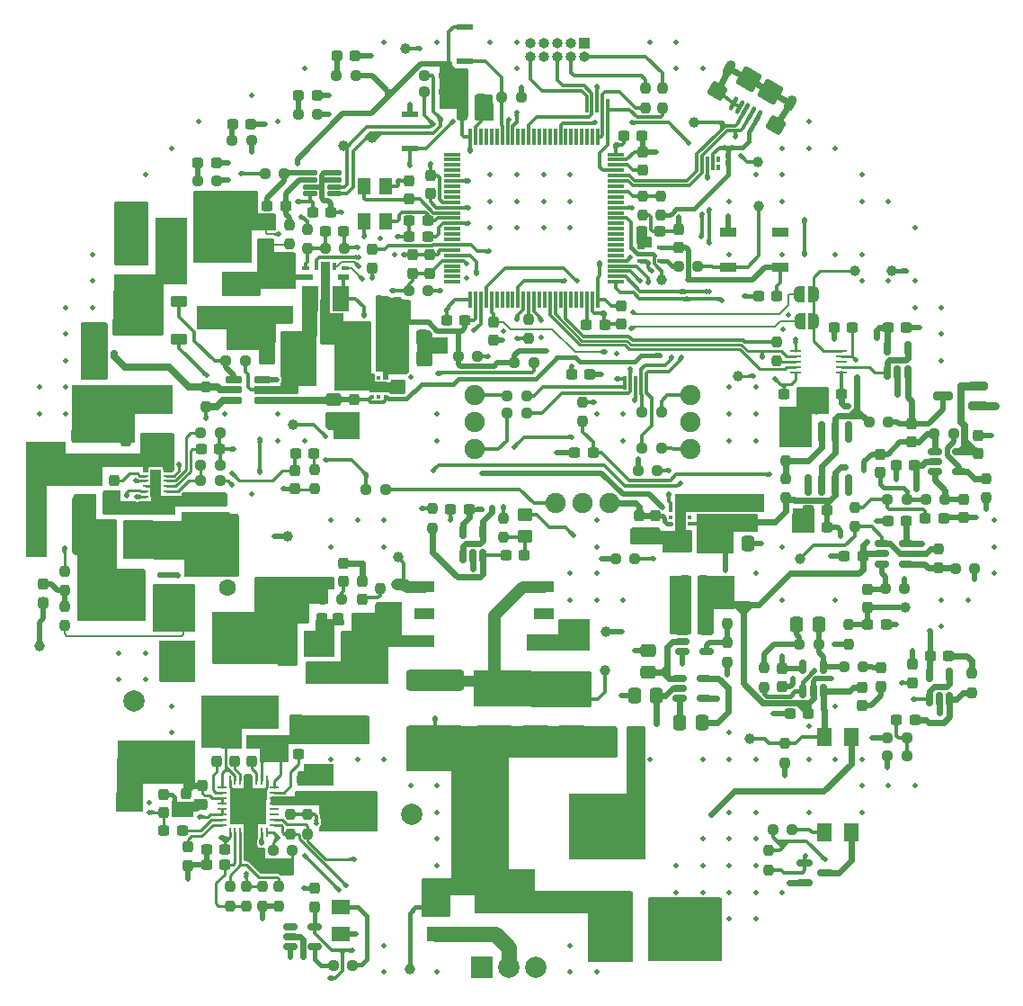
<source format=gbr>
%TF.GenerationSoftware,KiCad,Pcbnew,8.0.6*%
%TF.CreationDate,2025-01-23T19:41:02-07:00*%
%TF.ProjectId,UAM,55414d2e-6b69-4636-9164-5f7063625858,rev?*%
%TF.SameCoordinates,Original*%
%TF.FileFunction,Copper,L1,Top*%
%TF.FilePolarity,Positive*%
%FSLAX46Y46*%
G04 Gerber Fmt 4.6, Leading zero omitted, Abs format (unit mm)*
G04 Created by KiCad (PCBNEW 8.0.6) date 2025-01-23 19:41:02*
%MOMM*%
%LPD*%
G01*
G04 APERTURE LIST*
G04 Aperture macros list*
%AMRoundRect*
0 Rectangle with rounded corners*
0 $1 Rounding radius*
0 $2 $3 $4 $5 $6 $7 $8 $9 X,Y pos of 4 corners*
0 Add a 4 corners polygon primitive as box body*
4,1,4,$2,$3,$4,$5,$6,$7,$8,$9,$2,$3,0*
0 Add four circle primitives for the rounded corners*
1,1,$1+$1,$2,$3*
1,1,$1+$1,$4,$5*
1,1,$1+$1,$6,$7*
1,1,$1+$1,$8,$9*
0 Add four rect primitives between the rounded corners*
20,1,$1+$1,$2,$3,$4,$5,0*
20,1,$1+$1,$4,$5,$6,$7,0*
20,1,$1+$1,$6,$7,$8,$9,0*
20,1,$1+$1,$8,$9,$2,$3,0*%
%AMHorizOval*
0 Thick line with rounded ends*
0 $1 width*
0 $2 $3 position (X,Y) of the first rounded end (center of the circle)*
0 $4 $5 position (X,Y) of the second rounded end (center of the circle)*
0 Add line between two ends*
20,1,$1,$2,$3,$4,$5,0*
0 Add two circle primitives to create the rounded ends*
1,1,$1,$2,$3*
1,1,$1,$4,$5*%
%AMFreePoly0*
4,1,19,0.000000,0.744911,0.071157,0.744911,0.207708,0.704816,0.327430,0.627875,0.420627,0.520320,0.479746,0.390866,0.500000,0.250000,0.500000,-0.250000,0.479746,-0.390866,0.420627,-0.520320,0.327430,-0.627875,0.207708,-0.704816,0.071157,-0.744911,0.000000,-0.744911,0.000000,-0.750000,-0.500000,-0.750000,-0.500000,0.750000,0.000000,0.750000,0.000000,0.744911,0.000000,0.744911,
$1*%
%AMFreePoly1*
4,1,19,0.500000,-0.750000,0.000000,-0.750000,0.000000,-0.744911,-0.071157,-0.744911,-0.207708,-0.704816,-0.327430,-0.627875,-0.420627,-0.520320,-0.479746,-0.390866,-0.500000,-0.250000,-0.500000,0.250000,-0.479746,0.390866,-0.420627,0.520320,-0.327430,0.627875,-0.207708,0.704816,-0.071157,0.744911,0.000000,0.744911,0.000000,0.750000,0.500000,0.750000,0.500000,-0.750000,0.500000,-0.750000,
$1*%
G04 Aperture macros list end*
%TA.AperFunction,SMDPad,CuDef*%
%ADD10C,1.000000*%
%TD*%
%TA.AperFunction,SMDPad,CuDef*%
%ADD11RoundRect,0.250000X-0.450000X0.350000X-0.450000X-0.350000X0.450000X-0.350000X0.450000X0.350000X0*%
%TD*%
%TA.AperFunction,SMDPad,CuDef*%
%ADD12RoundRect,0.250000X1.100000X-0.412500X1.100000X0.412500X-1.100000X0.412500X-1.100000X-0.412500X0*%
%TD*%
%TA.AperFunction,SMDPad,CuDef*%
%ADD13RoundRect,0.075000X-0.075000X-0.725000X0.075000X-0.725000X0.075000X0.725000X-0.075000X0.725000X0*%
%TD*%
%TA.AperFunction,SMDPad,CuDef*%
%ADD14RoundRect,0.075000X-0.725000X-0.075000X0.725000X-0.075000X0.725000X0.075000X-0.725000X0.075000X0*%
%TD*%
%TA.AperFunction,SMDPad,CuDef*%
%ADD15RoundRect,0.250000X-1.100000X0.412500X-1.100000X-0.412500X1.100000X-0.412500X1.100000X0.412500X0*%
%TD*%
%TA.AperFunction,SMDPad,CuDef*%
%ADD16RoundRect,0.237500X0.300000X0.237500X-0.300000X0.237500X-0.300000X-0.237500X0.300000X-0.237500X0*%
%TD*%
%TA.AperFunction,SMDPad,CuDef*%
%ADD17RoundRect,0.237500X-0.250000X-0.237500X0.250000X-0.237500X0.250000X0.237500X-0.250000X0.237500X0*%
%TD*%
%TA.AperFunction,SMDPad,CuDef*%
%ADD18RoundRect,0.237500X0.237500X-0.300000X0.237500X0.300000X-0.237500X0.300000X-0.237500X-0.300000X0*%
%TD*%
%TA.AperFunction,SMDPad,CuDef*%
%ADD19RoundRect,0.237500X0.250000X0.237500X-0.250000X0.237500X-0.250000X-0.237500X0.250000X-0.237500X0*%
%TD*%
%TA.AperFunction,SMDPad,CuDef*%
%ADD20R,5.689600X1.600200*%
%TD*%
%TA.AperFunction,SMDPad,CuDef*%
%ADD21RoundRect,0.237500X-0.237500X0.300000X-0.237500X-0.300000X0.237500X-0.300000X0.237500X0.300000X0*%
%TD*%
%TA.AperFunction,SMDPad,CuDef*%
%ADD22RoundRect,0.237500X-0.237500X0.250000X-0.237500X-0.250000X0.237500X-0.250000X0.237500X0.250000X0*%
%TD*%
%TA.AperFunction,HeatsinkPad*%
%ADD23R,3.500000X3.500000*%
%TD*%
%TA.AperFunction,SMDPad,CuDef*%
%ADD24RoundRect,0.062500X0.337500X-0.062500X0.337500X0.062500X-0.337500X0.062500X-0.337500X-0.062500X0*%
%TD*%
%TA.AperFunction,SMDPad,CuDef*%
%ADD25RoundRect,0.062500X0.062500X-0.337500X0.062500X0.337500X-0.062500X0.337500X-0.062500X-0.337500X0*%
%TD*%
%TA.AperFunction,SMDPad,CuDef*%
%ADD26RoundRect,0.237500X-0.300000X-0.237500X0.300000X-0.237500X0.300000X0.237500X-0.300000X0.237500X0*%
%TD*%
%TA.AperFunction,SMDPad,CuDef*%
%ADD27RoundRect,0.437500X-0.437500X-2.362500X0.437500X-2.362500X0.437500X2.362500X-0.437500X2.362500X0*%
%TD*%
%TA.AperFunction,SMDPad,CuDef*%
%ADD28R,2.900000X5.400000*%
%TD*%
%TA.AperFunction,SMDPad,CuDef*%
%ADD29RoundRect,0.237500X0.237500X-0.250000X0.237500X0.250000X-0.237500X0.250000X-0.237500X-0.250000X0*%
%TD*%
%TA.AperFunction,SMDPad,CuDef*%
%ADD30RoundRect,0.150000X-0.150000X0.825000X-0.150000X-0.825000X0.150000X-0.825000X0.150000X0.825000X0*%
%TD*%
%TA.AperFunction,SMDPad,CuDef*%
%ADD31R,1.500000X0.550000*%
%TD*%
%TA.AperFunction,SMDPad,CuDef*%
%ADD32RoundRect,0.150000X-0.512500X-0.150000X0.512500X-0.150000X0.512500X0.150000X-0.512500X0.150000X0*%
%TD*%
%TA.AperFunction,SMDPad,CuDef*%
%ADD33RoundRect,0.250000X0.337500X0.475000X-0.337500X0.475000X-0.337500X-0.475000X0.337500X-0.475000X0*%
%TD*%
%TA.AperFunction,SMDPad,CuDef*%
%ADD34RoundRect,0.250000X-0.550000X0.250000X-0.550000X-0.250000X0.550000X-0.250000X0.550000X0.250000X0*%
%TD*%
%TA.AperFunction,SMDPad,CuDef*%
%ADD35R,4.860000X3.360000*%
%TD*%
%TA.AperFunction,SMDPad,CuDef*%
%ADD36R,1.400000X1.390000*%
%TD*%
%TA.AperFunction,SMDPad,CuDef*%
%ADD37RoundRect,0.250000X-0.475000X0.337500X-0.475000X-0.337500X0.475000X-0.337500X0.475000X0.337500X0*%
%TD*%
%TA.AperFunction,SMDPad,CuDef*%
%ADD38RoundRect,0.150000X0.150000X-0.512500X0.150000X0.512500X-0.150000X0.512500X-0.150000X-0.512500X0*%
%TD*%
%TA.AperFunction,ComponentPad*%
%ADD39O,1.000000X1.000000*%
%TD*%
%TA.AperFunction,ComponentPad*%
%ADD40R,1.000000X1.000000*%
%TD*%
%TA.AperFunction,ComponentPad*%
%ADD41C,1.600000*%
%TD*%
%TA.AperFunction,ComponentPad*%
%ADD42R,1.600000X1.600000*%
%TD*%
%TA.AperFunction,SMDPad,CuDef*%
%ADD43RoundRect,0.250000X-1.450000X0.537500X-1.450000X-0.537500X1.450000X-0.537500X1.450000X0.537500X0*%
%TD*%
%TA.AperFunction,SMDPad,CuDef*%
%ADD44RoundRect,0.125000X-0.537500X-0.125000X0.537500X-0.125000X0.537500X0.125000X-0.537500X0.125000X0*%
%TD*%
%TA.AperFunction,SMDPad,CuDef*%
%ADD45RoundRect,0.237500X0.287500X0.237500X-0.287500X0.237500X-0.287500X-0.237500X0.287500X-0.237500X0*%
%TD*%
%TA.AperFunction,SMDPad,CuDef*%
%ADD46RoundRect,0.250000X-0.337500X-0.475000X0.337500X-0.475000X0.337500X0.475000X-0.337500X0.475000X0*%
%TD*%
%TA.AperFunction,SMDPad,CuDef*%
%ADD47RoundRect,0.250000X0.475000X-0.337500X0.475000X0.337500X-0.475000X0.337500X-0.475000X-0.337500X0*%
%TD*%
%TA.AperFunction,ComponentPad*%
%ADD48C,2.000000*%
%TD*%
%TA.AperFunction,ComponentPad*%
%ADD49R,2.000000X2.000000*%
%TD*%
%TA.AperFunction,HeatsinkPad*%
%ADD50R,1.000000X1.600000*%
%TD*%
%TA.AperFunction,SMDPad,CuDef*%
%ADD51RoundRect,0.093750X0.093750X0.106250X-0.093750X0.106250X-0.093750X-0.106250X0.093750X-0.106250X0*%
%TD*%
%TA.AperFunction,SMDPad,CuDef*%
%ADD52RoundRect,0.090000X0.660000X0.360000X-0.660000X0.360000X-0.660000X-0.360000X0.660000X-0.360000X0*%
%TD*%
%TA.AperFunction,SMDPad,CuDef*%
%ADD53RoundRect,0.075000X-0.075000X-0.200000X0.075000X-0.200000X0.075000X0.200000X-0.075000X0.200000X0*%
%TD*%
%TA.AperFunction,SMDPad,CuDef*%
%ADD54RoundRect,0.250000X-0.650000X1.000000X-0.650000X-1.000000X0.650000X-1.000000X0.650000X1.000000X0*%
%TD*%
%TA.AperFunction,SMDPad,CuDef*%
%ADD55RoundRect,0.250000X-0.412500X-1.100000X0.412500X-1.100000X0.412500X1.100000X-0.412500X1.100000X0*%
%TD*%
%TA.AperFunction,SMDPad,CuDef*%
%ADD56RoundRect,0.200000X0.700000X0.200000X-0.700000X0.200000X-0.700000X-0.200000X0.700000X-0.200000X0*%
%TD*%
%TA.AperFunction,SMDPad,CuDef*%
%ADD57RoundRect,0.162500X-0.617500X-0.162500X0.617500X-0.162500X0.617500X0.162500X-0.617500X0.162500X0*%
%TD*%
%TA.AperFunction,SMDPad,CuDef*%
%ADD58RoundRect,0.250000X1.000000X0.650000X-1.000000X0.650000X-1.000000X-0.650000X1.000000X-0.650000X0*%
%TD*%
%TA.AperFunction,SMDPad,CuDef*%
%ADD59RoundRect,0.249999X-2.450001X0.737501X-2.450001X-0.737501X2.450001X-0.737501X2.450001X0.737501X0*%
%TD*%
%TA.AperFunction,SMDPad,CuDef*%
%ADD60RoundRect,0.075000X0.075000X0.200000X-0.075000X0.200000X-0.075000X-0.200000X0.075000X-0.200000X0*%
%TD*%
%TA.AperFunction,ComponentPad*%
%ADD61HorizOval,0.900000X-0.175000X-0.303109X0.175000X0.303109X0*%
%TD*%
%TA.AperFunction,SMDPad,CuDef*%
%ADD62RoundRect,0.250000X0.701314X0.114711X-0.251314X0.664711X-0.701314X-0.114711X0.251314X-0.664711X0*%
%TD*%
%TA.AperFunction,SMDPad,CuDef*%
%ADD63RoundRect,0.250000X0.956218X0.256218X-0.256218X0.956218X-0.956218X-0.256218X0.256218X-0.956218X0*%
%TD*%
%TA.AperFunction,SMDPad,CuDef*%
%ADD64RoundRect,0.100000X0.374103X0.447965X0.200897X0.547965X-0.374103X-0.447965X-0.200897X-0.547965X0*%
%TD*%
%TA.AperFunction,SMDPad,CuDef*%
%ADD65R,1.100000X0.250000*%
%TD*%
%TA.AperFunction,SMDPad,CuDef*%
%ADD66R,4.550000X4.410000*%
%TD*%
%TA.AperFunction,SMDPad,CuDef*%
%ADD67RoundRect,0.125000X0.300000X0.125000X-0.300000X0.125000X-0.300000X-0.125000X0.300000X-0.125000X0*%
%TD*%
%TA.AperFunction,SMDPad,CuDef*%
%ADD68R,1.701800X1.397000*%
%TD*%
%TA.AperFunction,SMDPad,CuDef*%
%ADD69RoundRect,0.150000X-0.587500X-0.150000X0.587500X-0.150000X0.587500X0.150000X-0.587500X0.150000X0*%
%TD*%
%TA.AperFunction,SMDPad,CuDef*%
%ADD70FreePoly0,180.000000*%
%TD*%
%TA.AperFunction,SMDPad,CuDef*%
%ADD71FreePoly1,180.000000*%
%TD*%
%TA.AperFunction,SMDPad,CuDef*%
%ADD72R,1.397000X1.701800*%
%TD*%
%TA.AperFunction,HeatsinkPad*%
%ADD73R,1.600000X1.000000*%
%TD*%
%TA.AperFunction,SMDPad,CuDef*%
%ADD74RoundRect,0.093750X-0.106250X0.093750X-0.106250X-0.093750X0.106250X-0.093750X0.106250X0.093750X0*%
%TD*%
%TA.AperFunction,SMDPad,CuDef*%
%ADD75R,1.000000X2.650000*%
%TD*%
%TA.AperFunction,SMDPad,CuDef*%
%ADD76RoundRect,0.062500X-0.187500X-0.062500X0.187500X-0.062500X0.187500X0.062500X-0.187500X0.062500X0*%
%TD*%
%TA.AperFunction,SMDPad,CuDef*%
%ADD77R,0.399999X0.800001*%
%TD*%
%TA.AperFunction,SMDPad,CuDef*%
%ADD78R,0.960001X4.600001*%
%TD*%
%TA.AperFunction,SMDPad,CuDef*%
%ADD79R,0.800001X0.399999*%
%TD*%
%TA.AperFunction,SMDPad,CuDef*%
%ADD80R,1.100000X0.499999*%
%TD*%
%TA.AperFunction,SMDPad,CuDef*%
%ADD81R,1.599999X2.350000*%
%TD*%
%TA.AperFunction,SMDPad,CuDef*%
%ADD82RoundRect,0.054500X-0.860500X-0.490500X0.860500X-0.490500X0.860500X0.490500X-0.860500X0.490500X0*%
%TD*%
%TA.AperFunction,SMDPad,CuDef*%
%ADD83R,1.830000X1.090000*%
%TD*%
%TA.AperFunction,SMDPad,CuDef*%
%ADD84R,1.300000X1.600000*%
%TD*%
%TA.AperFunction,SMDPad,CuDef*%
%ADD85RoundRect,0.100000X-0.225000X-0.100000X0.225000X-0.100000X0.225000X0.100000X-0.225000X0.100000X0*%
%TD*%
%TA.AperFunction,SMDPad,CuDef*%
%ADD86RoundRect,0.237500X-0.287500X-0.237500X0.287500X-0.237500X0.287500X0.237500X-0.287500X0.237500X0*%
%TD*%
%TA.AperFunction,ComponentPad*%
%ADD87C,1.905000*%
%TD*%
%TA.AperFunction,ViaPad*%
%ADD88C,0.500000*%
%TD*%
%TA.AperFunction,Conductor*%
%ADD89C,0.250000*%
%TD*%
%TA.AperFunction,Conductor*%
%ADD90C,0.500000*%
%TD*%
%TA.AperFunction,Conductor*%
%ADD91C,0.300000*%
%TD*%
%TA.AperFunction,Conductor*%
%ADD92C,0.600000*%
%TD*%
%TA.AperFunction,Conductor*%
%ADD93C,0.150000*%
%TD*%
%TA.AperFunction,Conductor*%
%ADD94C,0.400000*%
%TD*%
%TA.AperFunction,Conductor*%
%ADD95C,0.800000*%
%TD*%
%TA.AperFunction,Conductor*%
%ADD96C,0.304800*%
%TD*%
%TA.AperFunction,Conductor*%
%ADD97C,0.700000*%
%TD*%
%TA.AperFunction,Conductor*%
%ADD98C,0.200000*%
%TD*%
%TA.AperFunction,Conductor*%
%ADD99C,0.650000*%
%TD*%
%TA.AperFunction,Conductor*%
%ADD100C,0.350000*%
%TD*%
%TA.AperFunction,Conductor*%
%ADD101C,0.375000*%
%TD*%
%TA.AperFunction,Conductor*%
%ADD102C,1.100000*%
%TD*%
%TA.AperFunction,Conductor*%
%ADD103C,1.400000*%
%TD*%
%TA.AperFunction,Conductor*%
%ADD104C,1.000000*%
%TD*%
%TA.AperFunction,Conductor*%
%ADD105C,1.200000*%
%TD*%
G04 APERTURE END LIST*
D10*
%TO.P,TP6,1,1*%
%TO.N,Net-(D2-DIN)*%
X92824136Y-32594136D03*
%TD*%
D11*
%TO.P,R35,2*%
%TO.N,GND*%
X38624136Y-74094136D03*
%TO.P,R35,1*%
%TO.N,/DC-DC/Q1s*%
X38624136Y-72094136D03*
%TD*%
D12*
%TO.P,C55,2*%
%TO.N,GND*%
X36224136Y-51531636D03*
%TO.P,C55,1*%
%TO.N,+BATT*%
X36224136Y-54656636D03*
%TD*%
D13*
%TO.P,U1,100,VDD*%
%TO.N,+3V3*%
X65636636Y-26094136D03*
%TO.P,U1,99,VSS*%
%TO.N,GND*%
X66136636Y-26094136D03*
%TO.P,U1,98,PE1*%
%TO.N,unconnected-(U1-PE1-Pad98)*%
X66636636Y-26094136D03*
%TO.P,U1,97,PE0*%
%TO.N,unconnected-(U1-PE0-Pad97)*%
X67136636Y-26094136D03*
%TO.P,U1,96,PB9*%
%TO.N,unconnected-(U1-PB9-Pad96)*%
X67636636Y-26094136D03*
%TO.P,U1,95,PB8*%
%TO.N,unconnected-(U1-PB8-Pad95)*%
X68136636Y-26094136D03*
%TO.P,U1,94,BOOT0*%
%TO.N,Net-(U1-BOOT0)*%
X68636636Y-26094136D03*
%TO.P,U1,93,PB7*%
%TO.N,I2C_SDA*%
X69136636Y-26094136D03*
%TO.P,U1,92,PB6*%
%TO.N,I2C_SCL*%
X69636636Y-26094136D03*
%TO.P,U1,91,PB5*%
%TO.N,unconnected-(U1-PB5-Pad91)*%
X70136636Y-26094136D03*
%TO.P,U1,90,PB4(NJTRST)*%
%TO.N,unconnected-(U1-PB4(NJTRST)-Pad90)*%
X70636636Y-26094136D03*
%TO.P,U1,89,PB3(JTDO*%
%TO.N,/STM32/SWO*%
X71136636Y-26094136D03*
%TO.P,U1,88,PD7*%
%TO.N,unconnected-(U1-PD7-Pad88)*%
X71636636Y-26094136D03*
%TO.P,U1,87,PD6*%
%TO.N,unconnected-(U1-PD6-Pad87)*%
X72136636Y-26094136D03*
%TO.P,U1,86,PD5*%
%TO.N,unconnected-(U1-PD5-Pad86)*%
X72636636Y-26094136D03*
%TO.P,U1,85,PD4*%
%TO.N,unconnected-(U1-PD4-Pad85)*%
X73136636Y-26094136D03*
%TO.P,U1,84,PD3*%
%TO.N,unconnected-(U1-PD3-Pad84)*%
X73636636Y-26094136D03*
%TO.P,U1,83,PD2*%
%TO.N,3V3A_EN*%
X74136636Y-26094136D03*
%TO.P,U1,82,PD1*%
%TO.N,unconnected-(U1-PD1-Pad82)*%
X74636636Y-26094136D03*
%TO.P,U1,81,PD0*%
%TO.N,unconnected-(U1-PD0-Pad81)*%
X75136636Y-26094136D03*
%TO.P,U1,80,PC12*%
%TO.N,unconnected-(U1-PC12-Pad80)*%
X75636636Y-26094136D03*
%TO.P,U1,79,PC11*%
%TO.N,unconnected-(U1-PC11-Pad79)*%
X76136636Y-26094136D03*
%TO.P,U1,78,PC10*%
%TO.N,unconnected-(U1-PC10-Pad78)*%
X76636636Y-26094136D03*
%TO.P,U1,77,PA15(JTDI)*%
%TO.N,unconnected-(U1-PA15(JTDI)-Pad77)*%
X77136636Y-26094136D03*
%TO.P,U1,76,PA14(JTCK*%
%TO.N,/STM32/SWCLK*%
X77636636Y-26094136D03*
D14*
%TO.P,U1,75,VDD*%
%TO.N,+3V3*%
X79311636Y-27769136D03*
%TO.P,U1,74,VSS*%
%TO.N,GND*%
X79311636Y-28269136D03*
%TO.P,U1,73,VCAP*%
%TO.N,Net-(C8-Pad2)*%
X79311636Y-28769136D03*
%TO.P,U1,72,PA13(JTMS*%
%TO.N,/STM32/SWDIO*%
X79311636Y-29269136D03*
%TO.P,U1,71,PA12*%
%TO.N,/STM32/D+*%
X79311636Y-29769136D03*
%TO.P,U1,70,PA11*%
%TO.N,/STM32/D-*%
X79311636Y-30269136D03*
%TO.P,U1,69,PA10*%
%TO.N,unconnected-(U1-PA10-Pad69)*%
X79311636Y-30769136D03*
%TO.P,U1,68,PA9*%
%TO.N,/STM32/VBUS_SENSE*%
X79311636Y-31269136D03*
%TO.P,U1,67,PA8*%
%TO.N,unconnected-(U1-PA8-Pad67)*%
X79311636Y-31769136D03*
%TO.P,U1,66,PC9*%
%TO.N,unconnected-(U1-PC9-Pad66)*%
X79311636Y-32269136D03*
%TO.P,U1,65,PC8*%
%TO.N,-3V3_EN*%
X79311636Y-32769136D03*
%TO.P,U1,64,PC7*%
%TO.N,unconnected-(U1-PC7-Pad64)*%
X79311636Y-33269136D03*
%TO.P,U1,63,PC6*%
%TO.N,/STM32/LED_DATA_3V3*%
X79311636Y-33769136D03*
%TO.P,U1,62,PD15*%
%TO.N,unconnected-(U1-PD15-Pad62)*%
X79311636Y-34269136D03*
%TO.P,U1,61,PD14*%
%TO.N,unconnected-(U1-PD14-Pad61)*%
X79311636Y-34769136D03*
%TO.P,U1,60,PD13*%
%TO.N,unconnected-(U1-PD13-Pad60)*%
X79311636Y-35269136D03*
%TO.P,U1,59,PD12*%
%TO.N,unconnected-(U1-PD12-Pad59)*%
X79311636Y-35769136D03*
%TO.P,U1,58,PD11*%
%TO.N,unconnected-(U1-PD11-Pad58)*%
X79311636Y-36269136D03*
%TO.P,U1,57,PD10*%
%TO.N,unconnected-(U1-PD10-Pad57)*%
X79311636Y-36769136D03*
%TO.P,U1,56,PD9*%
%TO.N,unconnected-(U1-PD9-Pad56)*%
X79311636Y-37269136D03*
%TO.P,U1,55,PD8*%
%TO.N,TR_CTRL*%
X79311636Y-37769136D03*
%TO.P,U1,54,PB15*%
%TO.N,MAIN_TO_DAU*%
X79311636Y-38269136D03*
%TO.P,U1,53,PB14*%
%TO.N,DAU_TO_MAIN*%
X79311636Y-38769136D03*
%TO.P,U1,52,PB13*%
%TO.N,UART_TX_DAU*%
X79311636Y-39269136D03*
%TO.P,U1,51,PB12*%
%TO.N,UART_RX_DAU*%
X79311636Y-39769136D03*
D13*
%TO.P,U1,50,VDD*%
%TO.N,+3V3*%
X77636636Y-41444136D03*
%TO.P,U1,49,VSS*%
%TO.N,GND*%
X77136636Y-41444136D03*
%TO.P,U1,48,VCAP*%
%TO.N,Net-(C7-Pad2)*%
X76636636Y-41444136D03*
%TO.P,U1,47,PB11*%
%TO.N,unconnected-(U1-PB11-Pad47)*%
X76136636Y-41444136D03*
%TO.P,U1,46,PB10*%
%TO.N,unconnected-(U1-PB10-Pad46)*%
X75636636Y-41444136D03*
%TO.P,U1,45,PE15*%
%TO.N,unconnected-(U1-PE15-Pad45)*%
X75136636Y-41444136D03*
%TO.P,U1,44,PE14*%
%TO.N,Net-(U1-PE14)*%
X74636636Y-41444136D03*
%TO.P,U1,43,PE13*%
%TO.N,unconnected-(U1-PE13-Pad43)*%
X74136636Y-41444136D03*
%TO.P,U1,42,PE12*%
%TO.N,SCK*%
X73636636Y-41444136D03*
%TO.P,U1,41,PE11*%
%TO.N,PGA_CS#*%
X73136636Y-41444136D03*
%TO.P,U1,40,PE10*%
%TO.N,unconnected-(U1-PE10-Pad40)*%
X72636636Y-41444136D03*
%TO.P,U1,39,PE9*%
%TO.N,unconnected-(U1-PE9-Pad39)*%
X72136636Y-41444136D03*
%TO.P,U1,38,PE8*%
%TO.N,26V_PGOOD*%
X71636636Y-41444136D03*
%TO.P,U1,37,PE7*%
%TO.N,PAMP_MUTE*%
X71136636Y-41444136D03*
%TO.P,U1,36,PB2*%
%TO.N,FAULTZ*%
X70636636Y-41444136D03*
%TO.P,U1,35,PB1*%
%TO.N,PWR_AMP_V_FB*%
X70136636Y-41444136D03*
%TO.P,U1,34,PB0*%
%TO.N,unconnected-(U1-PB0-Pad34)*%
X69636636Y-41444136D03*
%TO.P,U1,33,PC5*%
%TO.N,unconnected-(U1-PC5-Pad33)*%
X69136636Y-41444136D03*
%TO.P,U1,32,PC4*%
%TO.N,unconnected-(U1-PC4-Pad32)*%
X68636636Y-41444136D03*
%TO.P,U1,31,PA7*%
%TO.N,unconnected-(U1-PA7-Pad31)*%
X68136636Y-41444136D03*
%TO.P,U1,30,PA6*%
%TO.N,/STM32/ADC_IN_FAST*%
X67636636Y-41444136D03*
%TO.P,U1,29,PA5*%
%TO.N,DAC_AMP_TEST*%
X67136636Y-41444136D03*
%TO.P,U1,28,PA4*%
%TO.N,DAC_TRANSDUCER*%
X66636636Y-41444136D03*
%TO.P,U1,27,VDD*%
%TO.N,+3V3*%
X66136636Y-41444136D03*
%TO.P,U1,26,VSS*%
%TO.N,GND*%
X65636636Y-41444136D03*
D14*
%TO.P,U1,25,PA3*%
%TO.N,unconnected-(U1-PA3-Pad25)*%
X63961636Y-39769136D03*
%TO.P,U1,24,PA2*%
%TO.N,unconnected-(U1-PA2-Pad24)*%
X63961636Y-39269136D03*
%TO.P,U1,23,PA1*%
%TO.N,unconnected-(U1-PA1-Pad23)*%
X63961636Y-38769136D03*
%TO.P,U1,22,PA0*%
%TO.N,unconnected-(U1-PA0-Pad22)*%
X63961636Y-38269136D03*
%TO.P,U1,21,VDDA*%
%TO.N,+3.3VA*%
X63961636Y-37769136D03*
%TO.P,U1,20,VREF+*%
%TO.N,Net-(U1-VREF+)*%
X63961636Y-37269136D03*
%TO.P,U1,19,VSSA*%
%TO.N,GND*%
X63961636Y-36769136D03*
%TO.P,U1,18,PC3_C*%
%TO.N,/STM32/ADC_IN_DMA*%
X63961636Y-36269136D03*
%TO.P,U1,17,PC2_C*%
%TO.N,unconnected-(U1-PC2_C-Pad17)*%
X63961636Y-35769136D03*
%TO.P,U1,16,PC1*%
%TO.N,unconnected-(U1-PC1-Pad16)*%
X63961636Y-35269136D03*
%TO.P,U1,15,PC0*%
%TO.N,unconnected-(U1-PC0-Pad15)*%
X63961636Y-34769136D03*
%TO.P,U1,14,NRST*%
%TO.N,/STM32/RESET#*%
X63961636Y-34269136D03*
%TO.P,U1,13,PH1*%
%TO.N,/STM32/OSC_OUT*%
X63961636Y-33769136D03*
%TO.P,U1,12,PH0*%
%TO.N,/STM32/OSC_IN*%
X63961636Y-33269136D03*
%TO.P,U1,11,VDD*%
%TO.N,+3V3*%
X63961636Y-32769136D03*
%TO.P,U1,10,VSS*%
%TO.N,GND*%
X63961636Y-32269136D03*
%TO.P,U1,9,PC15*%
%TO.N,unconnected-(U1-PC15-Pad9)*%
X63961636Y-31769136D03*
%TO.P,U1,8,PC14*%
%TO.N,unconnected-(U1-PC14-Pad8)*%
X63961636Y-31269136D03*
%TO.P,U1,7,PC13*%
%TO.N,unconnected-(U1-PC13-Pad7)*%
X63961636Y-30769136D03*
%TO.P,U1,6,VBAT*%
%TO.N,+3V3*%
X63961636Y-30269136D03*
%TO.P,U1,5,PE6*%
%TO.N,unconnected-(U1-PE6-Pad5)*%
X63961636Y-29769136D03*
%TO.P,U1,4,PE5*%
%TO.N,unconnected-(U1-PE5-Pad4)*%
X63961636Y-29269136D03*
%TO.P,U1,3,PE4*%
%TO.N,unconnected-(U1-PE4-Pad3)*%
X63961636Y-28769136D03*
%TO.P,U1,2,PE3*%
%TO.N,unconnected-(U1-PE3-Pad2)*%
X63961636Y-28269136D03*
%TO.P,U1,1,PE2*%
%TO.N,unconnected-(U1-PE2-Pad1)*%
X63961636Y-27769136D03*
%TD*%
D10*
%TO.P,TP18,1,1*%
%TO.N,TRANSDUCER_RX*%
X91924136Y-82794136D03*
%TD*%
%TO.P,TP19,1,1*%
%TO.N,Net-(C100-Pad2)*%
X106624136Y-70394136D03*
%TD*%
D15*
%TO.P,C17,2*%
%TO.N,GND*%
X47224136Y-42756636D03*
%TO.P,C17,1*%
%TO.N,+BATT*%
X47224136Y-39631636D03*
%TD*%
D16*
%TO.P,C21,2*%
%TO.N,GND*%
X46599136Y-46994136D03*
%TO.P,C21,1*%
%TO.N,/DC-DC/5V_SW*%
X48324136Y-46994136D03*
%TD*%
D17*
%TO.P,R57,2*%
%TO.N,Net-(C97-Pad1)*%
X102636636Y-75944136D03*
%TO.P,R57,1*%
%TO.N,Net-(U19--)*%
X100811636Y-75944136D03*
%TD*%
D18*
%TO.P,C23,2*%
%TO.N,GND*%
X85261636Y-34831636D03*
%TO.P,C23,1*%
%TO.N,+5V*%
X85261636Y-36556636D03*
%TD*%
%TO.P,C68,2*%
%TO.N,GND*%
X113424136Y-54231636D03*
%TO.P,C68,1*%
%TO.N,+3.3VA*%
X113424136Y-55956636D03*
%TD*%
D19*
%TO.P,R54,2*%
%TO.N,+3V3*%
X69811636Y-47394136D03*
%TO.P,R54,1*%
%TO.N,FAULTZ*%
X71636636Y-47394136D03*
%TD*%
D18*
%TO.P,C93,2*%
%TO.N,+26V*%
X40424136Y-87194136D03*
%TO.P,C93,1*%
%TO.N,GND*%
X40424136Y-88919136D03*
%TD*%
D20*
%TO.P,L4,2,2*%
%TO.N,AMP_R*%
X44424136Y-74844636D03*
%TO.P,L4,1,1*%
%TO.N,/Power Amplifier/OUT_R*%
X44424136Y-79543636D03*
%TD*%
D15*
%TO.P,C14,2*%
%TO.N,TRANSDUCER_TX*%
X71824136Y-82156636D03*
%TO.P,C14,1*%
%TO.N,/Impedance matching/TRANS_OUT*%
X71824136Y-79031636D03*
%TD*%
D19*
%TO.P,R64,2*%
%TO.N,+3V3*%
X94111636Y-91294136D03*
%TO.P,R64,1*%
%TO.N,Net-(U22-ANODE)*%
X95936636Y-91294136D03*
%TD*%
D17*
%TO.P,R33,2*%
%TO.N,MAIN_TO_DAU*%
X70936636Y-52094136D03*
%TO.P,R33,1*%
%TO.N,/Connections/MAIN_TO_DAUa*%
X69111636Y-52094136D03*
%TD*%
D21*
%TO.P,C105,2*%
%TO.N,DAC_TRANSDUCER*%
X36724136Y-89694136D03*
%TO.P,C105,1*%
%TO.N,GND*%
X36724136Y-87969136D03*
%TD*%
D22*
%TO.P,R45,2*%
%TO.N,GND*%
X47564136Y-98506636D03*
%TO.P,R45,1*%
%TO.N,Net-(U18-GAIN{slash}SLV)*%
X47564136Y-96681636D03*
%TD*%
%TO.P,R34,2*%
%TO.N,Net-(SW3-C)*%
X40761636Y-51506636D03*
%TO.P,R34,1*%
%TO.N,VBUS*%
X40761636Y-49681636D03*
%TD*%
D10*
%TO.P,TP13,1,1*%
%TO.N,SCK*%
X90824136Y-48594136D03*
%TD*%
D17*
%TO.P,R32,2*%
%TO.N,DAU_TO_MAIN*%
X70936636Y-50494136D03*
%TO.P,R32,1*%
%TO.N,/Connections/DAU_TO_MAINa*%
X69111636Y-50494136D03*
%TD*%
D19*
%TO.P,R15,2*%
%TO.N,Net-(D5-A)*%
X39936636Y-30294136D03*
%TO.P,R15,1*%
%TO.N,+BATT*%
X41761636Y-30294136D03*
%TD*%
%TO.P,R19,2*%
%TO.N,I2C_SDA*%
X61311636Y-21894136D03*
%TO.P,R19,1*%
%TO.N,+3V3*%
X63136636Y-21894136D03*
%TD*%
D22*
%TO.P,R48,2*%
%TO.N,GND*%
X46024136Y-98506636D03*
%TO.P,R48,1*%
%TO.N,Net-(U18-PLIMIT)*%
X46024136Y-96681636D03*
%TD*%
D23*
%TO.P,U18,33,EPAD*%
%TO.N,GND*%
X44724136Y-89094136D03*
D24*
%TO.P,U18,32,INNR*%
%TO.N,Net-(U18-INNR)*%
X42274136Y-90844136D03*
%TO.P,U18,31,INPR*%
%TO.N,Net-(U18-INPR)*%
X42274136Y-90344136D03*
%TO.P,U18,30,FAULTZ*%
%TO.N,FAULTZ*%
X42274136Y-89844136D03*
%TO.P,U18,29,SDZ*%
X42274136Y-89344136D03*
%TO.P,U18,28,PVCC*%
%TO.N,+26V*%
X42274136Y-88844136D03*
%TO.P,U18,27,PVCC*%
X42274136Y-88344136D03*
%TO.P,U18,26,BSPR*%
%TO.N,Net-(U18-BSPR)*%
X42274136Y-87844136D03*
%TO.P,U18,25,OUTPR*%
%TO.N,/Power Amplifier/OUT_R*%
X42274136Y-87344136D03*
D25*
%TO.P,U18,24,GND*%
%TO.N,GND*%
X42974136Y-86644136D03*
%TO.P,U18,23,OUTR*%
%TO.N,/Power Amplifier/OUT_R*%
X43474136Y-86644136D03*
%TO.P,U18,22,BSNR*%
%TO.N,Net-(U18-BSNR)*%
X43974136Y-86644136D03*
%TO.P,U18,21,GND*%
%TO.N,GND*%
X44474136Y-86644136D03*
%TO.P,U18,20,GND*%
X44974136Y-86644136D03*
%TO.P,U18,19,BSNL*%
%TO.N,Net-(U18-BSNL)*%
X45474136Y-86644136D03*
%TO.P,U18,18,OUTNL*%
%TO.N,/Power Amplifier/OUT_L*%
X45974136Y-86644136D03*
%TO.P,U18,17,GND*%
%TO.N,GND*%
X46474136Y-86644136D03*
D24*
%TO.P,U18,16,OUTPL*%
%TO.N,/Power Amplifier/OUT_L*%
X47174136Y-87344136D03*
%TO.P,U18,15,BSPL*%
%TO.N,Net-(U18-BSPL)*%
X47174136Y-87844136D03*
%TO.P,U18,14,PVCC*%
%TO.N,+26V*%
X47174136Y-88344136D03*
%TO.P,U18,13,PVCC*%
X47174136Y-88844136D03*
%TO.P,U18,12,AVCC*%
%TO.N,unconnected-(U18-AVCC-Pad12)*%
X47174136Y-89344136D03*
%TO.P,U18,11,SYNC*%
%TO.N,unconnected-(U18-SYNC-Pad11)*%
X47174136Y-89844136D03*
%TO.P,U18,10,AM0*%
%TO.N,Net-(JP3-B)*%
X47174136Y-90344136D03*
%TO.P,U18,9,AM1*%
%TO.N,Net-(JP4-B)*%
X47174136Y-90844136D03*
D25*
%TO.P,U18,8,AM2*%
%TO.N,Net-(JP5-B)*%
X46474136Y-91544136D03*
%TO.P,U18,7,MUTE*%
%TO.N,Net-(U18-MUTE)*%
X45974136Y-91544136D03*
%TO.P,U18,6,INPL*%
%TO.N,GND*%
X45474136Y-91544136D03*
%TO.P,U18,5,INNL*%
X44974136Y-91544136D03*
%TO.P,U18,4,GND*%
X44474136Y-91544136D03*
%TO.P,U18,3,GAIN/SLV*%
%TO.N,Net-(U18-GAIN{slash}SLV)*%
X43974136Y-91544136D03*
%TO.P,U18,2,GVDD*%
%TO.N,Net-(U18-GVDD)*%
X43474136Y-91544136D03*
%TO.P,U18,1,PLIMIT*%
%TO.N,Net-(U18-PLIMIT)*%
X42974136Y-91544136D03*
%TD*%
D26*
%TO.P,C65,2*%
%TO.N,GND*%
X110224136Y-61994136D03*
%TO.P,C65,1*%
%TO.N,Net-(C65-Pad1)*%
X108499136Y-61994136D03*
%TD*%
D17*
%TO.P,R74,2*%
%TO.N,Net-(C112-Pad1)*%
X106736636Y-84394136D03*
%TO.P,R74,1*%
%TO.N,GND*%
X104911636Y-84394136D03*
%TD*%
D19*
%TO.P,R27,2*%
%TO.N,/DC-DC/26V_FB*%
X40249136Y-58494136D03*
%TO.P,R27,1*%
%TO.N,+26V*%
X42074136Y-58494136D03*
%TD*%
D27*
%TO.P,L1,2,2*%
%TO.N,/DC-DC/+26Va*%
X28924136Y-62694136D03*
%TO.P,L1,1,1*%
%TO.N,+BATT*%
X24749136Y-62694136D03*
%TD*%
D28*
%TO.P,L2,2,2*%
%TO.N,GND*%
X76774136Y-90994136D03*
%TO.P,L2,1,1*%
%TO.N,TRANSDUCER_TX*%
X66874136Y-90994136D03*
%TD*%
D17*
%TO.P,R65,2*%
%TO.N,Net-(U23-ANODE)*%
X54536636Y-104094136D03*
%TO.P,R65,1*%
%TO.N,Net-(R65-Pad1)*%
X52711636Y-104094136D03*
%TD*%
D18*
%TO.P,C77,2*%
%TO.N,GND*%
X51374136Y-86581636D03*
%TO.P,C77,1*%
%TO.N,+26V*%
X51374136Y-88306636D03*
%TD*%
D19*
%TO.P,R73,2*%
%TO.N,Net-(C111-Pad1)*%
X104911636Y-82694136D03*
%TO.P,R73,1*%
%TO.N,Net-(C112-Pad1)*%
X106736636Y-82694136D03*
%TD*%
D10*
%TO.P,TP10,1,1*%
%TO.N,ADC_IN*%
X101824136Y-38694136D03*
%TD*%
D17*
%TO.P,R12,2*%
%TO.N,Net-(U7-IN+)*%
X48136636Y-29544136D03*
%TO.P,R12,1*%
%TO.N,+BATTa*%
X46311636Y-29544136D03*
%TD*%
D16*
%TO.P,C109,2*%
%TO.N,Net-(U16-+)*%
X68999136Y-65494136D03*
%TO.P,C109,1*%
%TO.N,Net-(C109-Pad1)*%
X70724136Y-65494136D03*
%TD*%
D26*
%TO.P,C110,2*%
%TO.N,GND*%
X76886636Y-48494136D03*
%TO.P,C110,1*%
%TO.N,PWR_AMP_V_FB*%
X75161636Y-48494136D03*
%TD*%
D29*
%TO.P,R8,2*%
%TO.N,/STM32/VBUS_SENSE*%
X83561636Y-31681636D03*
%TO.P,R8,1*%
%TO.N,VBUS*%
X83561636Y-33506636D03*
%TD*%
D26*
%TO.P,C1,2*%
%TO.N,GND*%
X66624136Y-24094136D03*
%TO.P,C1,1*%
%TO.N,+3V3*%
X64899136Y-24094136D03*
%TD*%
D22*
%TO.P,R22,2*%
%TO.N,Net-(U12-NR)*%
X89824136Y-71919136D03*
%TO.P,R22,1*%
%TO.N,-3V3*%
X89824136Y-70094136D03*
%TD*%
D15*
%TO.P,C12,2*%
%TO.N,TRANSDUCER_TX*%
X75224136Y-82156636D03*
%TO.P,C12,1*%
%TO.N,/Impedance matching/TRANS_OUT*%
X75224136Y-79031636D03*
%TD*%
D21*
%TO.P,C31,2*%
%TO.N,GND*%
X83024136Y-63494136D03*
%TO.P,C31,1*%
%TO.N,+5V*%
X83024136Y-61769136D03*
%TD*%
D30*
%TO.P,U15,8,NC*%
%TO.N,unconnected-(U15-NC-Pad8)*%
X101229136Y-58869136D03*
%TO.P,U15,7,V+*%
%TO.N,+3.3VA*%
X99959136Y-58869136D03*
%TO.P,U15,6*%
%TO.N,+1V65*%
X98689136Y-58869136D03*
%TO.P,U15,5,NC*%
%TO.N,unconnected-(U15-NC-Pad5)*%
X97419136Y-58869136D03*
%TO.P,U15,4,V-*%
%TO.N,GND*%
X97419136Y-53919136D03*
%TO.P,U15,3,+*%
%TO.N,Net-(U15-+)*%
X98689136Y-53919136D03*
%TO.P,U15,2,-*%
%TO.N,+1V65*%
X99959136Y-53919136D03*
%TO.P,U15,1,NC*%
%TO.N,unconnected-(U15-NC-Pad1)*%
X101229136Y-53919136D03*
%TD*%
D17*
%TO.P,R30,2*%
%TO.N,/Connections/M-TX*%
X83636636Y-51994136D03*
%TO.P,R30,1*%
%TO.N,UART_TX_DAU*%
X81811636Y-51994136D03*
%TD*%
D16*
%TO.P,C100,2*%
%TO.N,Net-(C100-Pad2)*%
X103061636Y-72044136D03*
%TO.P,C100,1*%
%TO.N,GND*%
X104786636Y-72044136D03*
%TD*%
D31*
%TO.P,SW2,2,2*%
%TO.N,GND*%
X59924136Y-23969136D03*
%TO.P,SW2,1,1*%
%TO.N,/STM32/RESET#*%
X59924136Y-27219136D03*
%TD*%
D16*
%TO.P,C15,2*%
%TO.N,/DC-DC/5V_FB*%
X51999136Y-34994136D03*
%TO.P,C15,1*%
%TO.N,/DC-DC/5V_SW*%
X53724136Y-34994136D03*
%TD*%
D15*
%TO.P,C16,2*%
%TO.N,GND*%
X43761636Y-42956636D03*
%TO.P,C16,1*%
%TO.N,+BATT*%
X43761636Y-39831636D03*
%TD*%
D29*
%TO.P,R10,2*%
%TO.N,GND*%
X50261636Y-34794136D03*
%TO.P,R10,1*%
%TO.N,/DC-DC/5V_FB*%
X50261636Y-36619136D03*
%TD*%
D31*
%TO.P,SW1,2,2*%
%TO.N,Net-(U1-BOOT0)*%
X65124136Y-19019136D03*
%TO.P,SW1,1,1*%
%TO.N,+3V3*%
X65124136Y-15769136D03*
%TD*%
D29*
%TO.P,R21,2*%
%TO.N,Net-(U7-IN-)*%
X48561636Y-34394136D03*
%TO.P,R21,1*%
%TO.N,+BATT*%
X48561636Y-36219136D03*
%TD*%
D17*
%TO.P,R52,2*%
%TO.N,Net-(U18-MUTE)*%
X66336636Y-46794136D03*
%TO.P,R52,1*%
%TO.N,+3V3*%
X64511636Y-46794136D03*
%TD*%
D21*
%TO.P,C53,2*%
%TO.N,GND*%
X49104136Y-59209136D03*
%TO.P,C53,1*%
%TO.N,/DC-DC/26V_COMP*%
X49104136Y-57484136D03*
%TD*%
D32*
%TO.P,U14,5,V+*%
%TO.N,+3.3VA*%
X111661636Y-55744136D03*
%TO.P,U14,4,-*%
%TO.N,Net-(U14--)*%
X111661636Y-57644136D03*
%TO.P,U14,3,+*%
%TO.N,Net-(U14-+)*%
X109386636Y-57644136D03*
%TO.P,U14,2,V-*%
%TO.N,-3V3*%
X109386636Y-56694136D03*
%TO.P,U14,1*%
%TO.N,LPF_PGA*%
X109386636Y-55744136D03*
%TD*%
D16*
%TO.P,C50,2*%
%TO.N,GND*%
X85861636Y-69394136D03*
%TO.P,C50,1*%
%TO.N,-3V3*%
X87586636Y-69394136D03*
%TD*%
D29*
%TO.P,R6,2*%
%TO.N,/STM32/SWCLKa*%
X82124136Y-21581636D03*
%TO.P,R6,1*%
%TO.N,/STM32/SWCLK*%
X82124136Y-23406636D03*
%TD*%
D33*
%TO.P,C20,2*%
%TO.N,GND*%
X46424136Y-45194136D03*
%TO.P,C20,1*%
%TO.N,/DC-DC/5V_SW*%
X48499136Y-45194136D03*
%TD*%
D18*
%TO.P,C95,2*%
%TO.N,/Power Amplifier/OUT_R*%
X41724136Y-83131636D03*
%TO.P,C95,1*%
%TO.N,Net-(U18-BSPR)*%
X41724136Y-84856636D03*
%TD*%
D19*
%TO.P,R55,2*%
%TO.N,AMP_R*%
X51711636Y-69594136D03*
%TO.P,R55,1*%
%TO.N,Net-(C90-Pad2)*%
X53536636Y-69594136D03*
%TD*%
D29*
%TO.P,R56,2*%
%TO.N,TRANSDUCER_RX*%
X95224136Y-83181636D03*
%TO.P,R56,1*%
%TO.N,GND*%
X95224136Y-85006636D03*
%TD*%
D18*
%TO.P,C37,2*%
%TO.N,GND*%
X90724136Y-60594136D03*
%TO.P,C37,1*%
%TO.N,+3.3VA*%
X90724136Y-62319136D03*
%TD*%
D26*
%TO.P,C88,2*%
%TO.N,Net-(U18-INPR)*%
X38486636Y-91364136D03*
%TO.P,C88,1*%
%TO.N,DAC_TRANSDUCER*%
X36761636Y-91364136D03*
%TD*%
D10*
%TO.P,TP4,1,1*%
%TO.N,/STM32/D-*%
X92724136Y-28494136D03*
%TD*%
D34*
%TO.P,SW3,3,C*%
%TO.N,Net-(SW3-C)*%
X38211636Y-45144136D03*
%TO.P,SW3,2,B*%
%TO.N,GND*%
X40711636Y-43394136D03*
%TO.P,SW3,1,A*%
%TO.N,Net-(SW3-A)*%
X38211636Y-41644136D03*
%TD*%
D10*
%TO.P,TP23,1,1*%
%TO.N,GND*%
X48424136Y-63694136D03*
%TD*%
D26*
%TO.P,C61,2*%
%TO.N,GND*%
X42024136Y-55494136D03*
%TO.P,C61,1*%
%TO.N,Net-(U13-SS)*%
X40299136Y-55494136D03*
%TD*%
D10*
%TO.P,TP2,1,1*%
%TO.N,I2C_SDA*%
X53724136Y-26994136D03*
%TD*%
%TO.P,TP17,1,1*%
%TO.N,AMP_R*%
X58824136Y-65694136D03*
%TD*%
D35*
%TO.P,D8,3,K*%
%TO.N,+26V*%
X35524136Y-64159136D03*
D36*
%TO.P,D8,2,A*%
%TO.N,/DC-DC/+26Va*%
X31542136Y-65079136D03*
%TO.P,D8,1,A*%
X31542136Y-63239136D03*
%TD*%
D17*
%TO.P,R38,2*%
%TO.N,Net-(U14-+)*%
X110336636Y-60194136D03*
%TO.P,R38,1*%
%TO.N,Net-(C67-Pad2)*%
X108511636Y-60194136D03*
%TD*%
D18*
%TO.P,C40,2*%
%TO.N,/STM32/ADC_IN_FAST*%
X67824136Y-43531636D03*
%TO.P,C40,1*%
%TO.N,GND*%
X67824136Y-45256636D03*
%TD*%
%TO.P,C101,2*%
%TO.N,Net-(U20-+)*%
X103024136Y-68681636D03*
%TO.P,C101,1*%
%TO.N,Net-(C100-Pad2)*%
X103024136Y-70406636D03*
%TD*%
D21*
%TO.P,C98,2*%
%TO.N,GND*%
X95024136Y-77856636D03*
%TO.P,C98,1*%
%TO.N,+3.3VA*%
X95024136Y-76131636D03*
%TD*%
D37*
%TO.P,C22,2*%
%TO.N,GND*%
X52761636Y-52931636D03*
%TO.P,C22,1*%
%TO.N,+5V*%
X52761636Y-50856636D03*
%TD*%
D33*
%TO.P,C35,2*%
%TO.N,GND*%
X85886636Y-64394136D03*
%TO.P,C35,1*%
%TO.N,+3.3VA*%
X87961636Y-64394136D03*
%TD*%
D19*
%TO.P,R39,2*%
%TO.N,LPF_PGA*%
X109311636Y-54094136D03*
%TO.P,R39,1*%
%TO.N,Net-(U14--)*%
X111136636Y-54094136D03*
%TD*%
%TO.P,R37,2*%
%TO.N,Net-(C65-Pad1)*%
X104924136Y-60194136D03*
%TO.P,R37,1*%
%TO.N,Net-(C67-Pad2)*%
X106749136Y-60194136D03*
%TD*%
D38*
%TO.P,U24,5,V+*%
%TO.N,+3.3VA*%
X104924136Y-45994136D03*
%TO.P,U24,4,-*%
%TO.N,Net-(U17-CH1)*%
X106824136Y-45994136D03*
%TO.P,U24,3,+*%
%TO.N,Net-(D9-A)*%
X106824136Y-48269136D03*
%TO.P,U24,2,V-*%
%TO.N,GND*%
X105874136Y-48269136D03*
%TO.P,U24,1*%
%TO.N,Net-(U17-CH1)*%
X104924136Y-48269136D03*
%TD*%
D32*
%TO.P,U12,5,OUT*%
%TO.N,-3V3*%
X87861636Y-72644136D03*
%TO.P,U12,4,NR*%
%TO.N,Net-(U12-NR)*%
X87861636Y-74544136D03*
%TO.P,U12,3,EN*%
%TO.N,-3V3_EN*%
X85586636Y-74544136D03*
%TO.P,U12,2,IN*%
%TO.N,-5V*%
X85586636Y-73594136D03*
%TO.P,U12,1,GND*%
%TO.N,GND*%
X85586636Y-72644136D03*
%TD*%
%TO.P,U20,5,V+*%
%TO.N,+3.3VA*%
X106699136Y-64394136D03*
%TO.P,U20,4,-*%
%TO.N,Net-(U20--)*%
X106699136Y-66294136D03*
%TO.P,U20,3,+*%
%TO.N,Net-(U20-+)*%
X104424136Y-66294136D03*
%TO.P,U20,2,V-*%
%TO.N,-3V3*%
X104424136Y-65344136D03*
%TO.P,U20,1*%
%TO.N,PREAMP_LPF*%
X104424136Y-64394136D03*
%TD*%
D21*
%TO.P,C51,2*%
%TO.N,GND*%
X32124136Y-60156636D03*
%TO.P,C51,1*%
%TO.N,Net-(U13-VCC)*%
X32124136Y-58431636D03*
%TD*%
D33*
%TO.P,C47,2*%
%TO.N,Net-(U9-C_{FLY-})*%
X85386636Y-81194136D03*
%TO.P,C47,1*%
%TO.N,Net-(U9-C_{FLY+})*%
X87461636Y-81194136D03*
%TD*%
D17*
%TO.P,R11,2*%
%TO.N,Net-(D2-DIN)*%
X87074136Y-38294136D03*
%TO.P,R11,1*%
%TO.N,Net-(U8-B)*%
X85249136Y-38294136D03*
%TD*%
D39*
%TO.P,J2,10,~{RESET}*%
%TO.N,/STM32/RESET#*%
X71321636Y-18564136D03*
%TO.P,J2,9,GNDDetect*%
%TO.N,GND*%
X71321636Y-17294136D03*
%TO.P,J2,8,NC/TDI*%
%TO.N,unconnected-(J2-NC{slash}TDI-Pad8)*%
X72591636Y-18564136D03*
%TO.P,J2,7,KEY*%
%TO.N,unconnected-(J2-KEY-Pad7)*%
X72591636Y-17294136D03*
%TO.P,J2,6,SWO/TDO*%
%TO.N,/STM32/SWO*%
X73861636Y-18564136D03*
%TO.P,J2,5,GND*%
%TO.N,GND*%
X73861636Y-17294136D03*
%TO.P,J2,4,SWCLK/TCK*%
%TO.N,/STM32/SWCLKa*%
X75131636Y-18564136D03*
%TO.P,J2,3,GND*%
%TO.N,GND*%
X75131636Y-17294136D03*
%TO.P,J2,2,SWDIO/TMS*%
%TO.N,/STM32/SWDIOa*%
X76401636Y-18564136D03*
D40*
%TO.P,J2,1,VTref*%
%TO.N,+3V3*%
X76401636Y-17294136D03*
%TD*%
D41*
%TO.P,C57,2*%
%TO.N,GND*%
X42724136Y-68511757D03*
D42*
%TO.P,C57,1*%
%TO.N,+26V*%
X42724136Y-66011757D03*
%TD*%
D43*
%TO.P,C63,2*%
%TO.N,TRANSDUCER_TX*%
X67924136Y-82269136D03*
%TO.P,C63,1*%
%TO.N,/Impedance matching/TRANS_OUT*%
X67924136Y-77994136D03*
%TD*%
D16*
%TO.P,C103,2*%
%TO.N,GND*%
X100861636Y-65544136D03*
%TO.P,C103,1*%
%TO.N,-3V3*%
X102586636Y-65544136D03*
%TD*%
%TO.P,C49,2*%
%TO.N,GND*%
X85861636Y-67894136D03*
%TO.P,C49,1*%
%TO.N,-3V3*%
X87586636Y-67894136D03*
%TD*%
D44*
%TO.P,U7,8,A1*%
%TO.N,GND*%
X52799136Y-29519136D03*
%TO.P,U7,7,A0*%
X52799136Y-30169136D03*
%TO.P,U7,6,SDA*%
%TO.N,I2C_SDA*%
X52799136Y-30819136D03*
%TO.P,U7,5,SCL*%
%TO.N,I2C_SCL*%
X52799136Y-31469136D03*
%TO.P,U7,4,VS*%
%TO.N,+3V3*%
X50524136Y-31469136D03*
%TO.P,U7,3,GND*%
%TO.N,GND*%
X50524136Y-30819136D03*
%TO.P,U7,2,IN-*%
%TO.N,Net-(U7-IN-)*%
X50524136Y-30169136D03*
%TO.P,U7,1,IN+*%
%TO.N,Net-(U7-IN+)*%
X50524136Y-29519136D03*
%TD*%
D10*
%TO.P,TP11,1,1*%
%TO.N,GND*%
X78424136Y-72694136D03*
%TD*%
D45*
%TO.P,D3,2,A*%
%TO.N,Net-(D3-A)*%
X53049136Y-18494136D03*
%TO.P,D3,1,K*%
%TO.N,GND*%
X54799136Y-18494136D03*
%TD*%
D16*
%TO.P,C83,2*%
%TO.N,GND*%
X52199136Y-73094136D03*
%TO.P,C83,1*%
%TO.N,AMP_L*%
X53924136Y-73094136D03*
%TD*%
D17*
%TO.P,R43,2*%
%TO.N,Net-(D9-A)*%
X105024136Y-52994136D03*
%TO.P,R43,1*%
%TO.N,+1V65*%
X103199136Y-52994136D03*
%TD*%
D10*
%TO.P,TP15,1,1*%
%TO.N,AMP_L*%
X57324136Y-74854136D03*
%TD*%
D38*
%TO.P,U19,5,V+*%
%TO.N,+3.3VA*%
X96974136Y-76006636D03*
%TO.P,U19,4,-*%
%TO.N,Net-(U19--)*%
X98874136Y-76006636D03*
%TO.P,U19,3,+*%
%TO.N,TRANSDUCER_RX*%
X98874136Y-78281636D03*
%TO.P,U19,2,V-*%
%TO.N,-3V3*%
X97924136Y-78281636D03*
%TO.P,U19,1*%
%TO.N,Net-(R59-Pad1)*%
X96974136Y-78281636D03*
%TD*%
D19*
%TO.P,R9,2*%
%TO.N,/DC-DC/5V_FB*%
X51949136Y-36594136D03*
%TO.P,R9,1*%
%TO.N,/DC-DC/5V_SW*%
X53774136Y-36594136D03*
%TD*%
D18*
%TO.P,C84,2*%
%TO.N,GND*%
X55424136Y-67931636D03*
%TO.P,C84,1*%
%TO.N,Net-(C84-Pad1)*%
X55424136Y-69656636D03*
%TD*%
D21*
%TO.P,C25,2*%
%TO.N,GND*%
X54661636Y-52594136D03*
%TO.P,C25,1*%
%TO.N,+5V*%
X54661636Y-50869136D03*
%TD*%
D10*
%TO.P,TP21,1,1*%
%TO.N,GND*%
X59524136Y-17794136D03*
%TD*%
D21*
%TO.P,C8,2*%
%TO.N,Net-(C8-Pad2)*%
X81861636Y-29256636D03*
%TO.P,C8,1*%
%TO.N,GND*%
X81861636Y-27531636D03*
%TD*%
D46*
%TO.P,C27,2*%
%TO.N,GND*%
X61161636Y-46981636D03*
%TO.P,C27,1*%
%TO.N,+3V3*%
X59086636Y-46981636D03*
%TD*%
D16*
%TO.P,C107,2*%
%TO.N,GND*%
X85886636Y-70894136D03*
%TO.P,C107,1*%
%TO.N,-3V3*%
X87611636Y-70894136D03*
%TD*%
D19*
%TO.P,R36,2*%
%TO.N,26V_PGOOD*%
X55811636Y-59294136D03*
%TO.P,R36,1*%
%TO.N,+3V3*%
X57636636Y-59294136D03*
%TD*%
D18*
%TO.P,C114,2*%
%TO.N,GND*%
X107244136Y-75741636D03*
%TO.P,C114,1*%
%TO.N,-3V3*%
X107244136Y-77466636D03*
%TD*%
D17*
%TO.P,R20,2*%
%TO.N,3V3A_EN*%
X83236636Y-57494136D03*
%TO.P,R20,1*%
%TO.N,GND*%
X81411636Y-57494136D03*
%TD*%
D18*
%TO.P,C87,2*%
%TO.N,/Power Amplifier/OUT_L*%
X45024136Y-83131636D03*
%TO.P,C87,1*%
%TO.N,Net-(U18-BSNL)*%
X45024136Y-84856636D03*
%TD*%
D22*
%TO.P,R40,2*%
%TO.N,GND*%
X114224136Y-60106636D03*
%TO.P,R40,1*%
%TO.N,Net-(U14--)*%
X114224136Y-58281636D03*
%TD*%
D16*
%TO.P,C102,2*%
%TO.N,GND*%
X104961636Y-62244136D03*
%TO.P,C102,1*%
%TO.N,+3.3VA*%
X106686636Y-62244136D03*
%TD*%
D47*
%TO.P,C48,2*%
%TO.N,GND*%
X82424136Y-74456636D03*
%TO.P,C48,1*%
%TO.N,-5V*%
X82424136Y-76531636D03*
%TD*%
D26*
%TO.P,C113,2*%
%TO.N,GND*%
X110686636Y-74994136D03*
%TO.P,C113,1*%
%TO.N,+3.3VA*%
X108961636Y-74994136D03*
%TD*%
D21*
%TO.P,C32,2*%
%TO.N,GND*%
X81524136Y-63494136D03*
%TO.P,C32,1*%
%TO.N,+5V*%
X81524136Y-61769136D03*
%TD*%
D18*
%TO.P,C115,2*%
%TO.N,TRANSDUCER_RX*%
X102524136Y-77894136D03*
%TO.P,C115,1*%
%TO.N,GND*%
X102524136Y-79619136D03*
%TD*%
D16*
%TO.P,C39,2*%
%TO.N,GND*%
X92761636Y-41094136D03*
%TO.P,C39,1*%
%TO.N,+5V*%
X94486636Y-41094136D03*
%TD*%
%TO.P,C5,2*%
%TO.N,GND*%
X63399136Y-43394136D03*
%TO.P,C5,1*%
%TO.N,+3V3*%
X65124136Y-43394136D03*
%TD*%
D18*
%TO.P,C92,2*%
%TO.N,/Power Amplifier/OUT_R*%
X43424136Y-83131636D03*
%TO.P,C92,1*%
%TO.N,Net-(U18-BSNR)*%
X43424136Y-84856636D03*
%TD*%
%TO.P,C59,2*%
%TO.N,GND*%
X40661636Y-60331636D03*
%TO.P,C59,1*%
%TO.N,+26V*%
X40661636Y-62056636D03*
%TD*%
%TO.P,C38,2*%
%TO.N,GND*%
X89224136Y-60594136D03*
%TO.P,C38,1*%
%TO.N,+3.3VA*%
X89224136Y-62319136D03*
%TD*%
D26*
%TO.P,C52,2*%
%TO.N,/DC-DC/26V_COMPa*%
X50886636Y-55956636D03*
%TO.P,C52,1*%
%TO.N,/DC-DC/26V_COMP*%
X49161636Y-55956636D03*
%TD*%
D16*
%TO.P,C29,2*%
%TO.N,GND*%
X55561636Y-45681636D03*
%TO.P,C29,1*%
%TO.N,+3V3*%
X57286636Y-45681636D03*
%TD*%
D26*
%TO.P,C81,2*%
%TO.N,Net-(U18-PLIMIT)*%
X42536636Y-93144136D03*
%TO.P,C81,1*%
%TO.N,GND*%
X40811636Y-93144136D03*
%TD*%
%TO.P,C73,2*%
%TO.N,GND*%
X106686636Y-44094136D03*
%TO.P,C73,1*%
%TO.N,+3.3VA*%
X104961636Y-44094136D03*
%TD*%
D29*
%TO.P,R5,2*%
%TO.N,/STM32/SWDIOa*%
X83724136Y-21581636D03*
%TO.P,R5,1*%
%TO.N,/STM32/SWDIO*%
X83724136Y-23406636D03*
%TD*%
D48*
%TO.P,C86,2*%
%TO.N,GND*%
X33924136Y-79194136D03*
D49*
%TO.P,C86,1*%
%TO.N,+26V*%
X33924136Y-84194136D03*
%TD*%
D19*
%TO.P,R68,2*%
%TO.N,GND*%
X79311636Y-65794136D03*
%TO.P,R68,1*%
%TO.N,-3V3_EN*%
X81136636Y-65794136D03*
%TD*%
D29*
%TO.P,R42,2*%
%TO.N,GND*%
X95324136Y-54781636D03*
%TO.P,R42,1*%
%TO.N,Net-(U15-+)*%
X95324136Y-56606636D03*
%TD*%
D16*
%TO.P,C7,2*%
%TO.N,Net-(C7-Pad2)*%
X76561636Y-43794136D03*
%TO.P,C7,1*%
%TO.N,GND*%
X78286636Y-43794136D03*
%TD*%
D50*
%TO.P,U2,7,EPAD*%
%TO.N,GND*%
X85424136Y-61894136D03*
D51*
%TO.P,U2,6,IN*%
%TO.N,+5V*%
X84536636Y-62544136D03*
%TO.P,U2,5,NC*%
%TO.N,unconnected-(U2-NC-Pad5)*%
X84536636Y-61894136D03*
%TO.P,U2,4,EN*%
%TO.N,3V3A_EN*%
X84536636Y-61244136D03*
%TO.P,U2,3,GND*%
%TO.N,GND*%
X86311636Y-61244136D03*
%TO.P,U2,2,NC*%
%TO.N,unconnected-(U2-NC-Pad2)*%
X86311636Y-61894136D03*
%TO.P,U2,1,OUT*%
%TO.N,+3.3VA*%
X86311636Y-62544136D03*
%TD*%
D16*
%TO.P,C43,2*%
%TO.N,GND*%
X59899136Y-33994136D03*
%TO.P,C43,1*%
%TO.N,/STM32/OSC_OUT*%
X61624136Y-33994136D03*
%TD*%
D18*
%TO.P,C60,2*%
%TO.N,GND*%
X39161636Y-60331636D03*
%TO.P,C60,1*%
%TO.N,+26V*%
X39161636Y-62056636D03*
%TD*%
%TO.P,C33,2*%
%TO.N,GND*%
X87724136Y-60594136D03*
%TO.P,C33,1*%
%TO.N,+3.3VA*%
X87724136Y-62319136D03*
%TD*%
D22*
%TO.P,R72,2*%
%TO.N,Net-(C111-Pad1)*%
X76224136Y-52906636D03*
%TO.P,R72,1*%
%TO.N,DAC_AMP_TEST*%
X76224136Y-51081636D03*
%TD*%
D16*
%TO.P,C111,2*%
%TO.N,GND*%
X75461636Y-55794136D03*
%TO.P,C111,1*%
%TO.N,Net-(C111-Pad1)*%
X77186636Y-55794136D03*
%TD*%
D52*
%TO.P,D2,4,DIN*%
%TO.N,Net-(D2-DIN)*%
X89924136Y-38394136D03*
%TO.P,D2,3,VSS*%
%TO.N,GND*%
X89924136Y-35094136D03*
%TO.P,D2,2,DOUT*%
%TO.N,unconnected-(D2-DOUT-Pad2)*%
X94824136Y-35094136D03*
%TO.P,D2,1,VDD*%
%TO.N,+5V*%
X94824136Y-38394136D03*
%TD*%
D29*
%TO.P,R46,2*%
%TO.N,GND*%
X50324136Y-89881636D03*
%TO.P,R46,1*%
%TO.N,Net-(JP3-B)*%
X50324136Y-91706636D03*
%TD*%
D53*
%TO.P,U10,10,NC*%
%TO.N,DAU_TO_MAIN*%
X80224136Y-48909136D03*
%TO.P,U10,9,NC*%
%TO.N,MAIN_TO_DAU*%
X80724136Y-48909136D03*
%TO.P,U10,8,GND*%
%TO.N,GND*%
X81224136Y-48909136D03*
%TO.P,U10,7,NC*%
%TO.N,UART_TX_DAU*%
X81724136Y-48909136D03*
%TO.P,U10,6,NC*%
%TO.N,UART_RX_DAU*%
X82224136Y-48909136D03*
%TO.P,U10,5,D2-*%
X82224136Y-49679136D03*
%TO.P,U10,4,D2+*%
%TO.N,UART_TX_DAU*%
X81724136Y-49679136D03*
%TO.P,U10,3,GND*%
%TO.N,GND*%
X81224136Y-49679136D03*
%TO.P,U10,2,D1-*%
%TO.N,MAIN_TO_DAU*%
X80724136Y-49679136D03*
%TO.P,U10,1,D1+*%
%TO.N,DAU_TO_MAIN*%
X80224136Y-49679136D03*
%TD*%
D18*
%TO.P,C54,2*%
%TO.N,GND*%
X33161636Y-54731636D03*
%TO.P,C54,1*%
%TO.N,+BATT*%
X33161636Y-56456636D03*
%TD*%
D21*
%TO.P,C62,2*%
%TO.N,GND*%
X25424136Y-69956636D03*
%TO.P,C62,1*%
%TO.N,Net-(C62-Pad1)*%
X25424136Y-68231636D03*
%TD*%
D54*
%TO.P,D1,2,A2*%
%TO.N,/Connections/BATT_CONNb*%
X33761636Y-40907136D03*
%TO.P,D1,1,A1*%
%TO.N,GND*%
X33761636Y-36907136D03*
%TD*%
D16*
%TO.P,C24,2*%
%TO.N,+3V3*%
X81799136Y-34994136D03*
%TO.P,C24,1*%
%TO.N,GND*%
X83524136Y-34994136D03*
%TD*%
D45*
%TO.P,D5,2,A*%
%TO.N,Net-(D5-A)*%
X39974136Y-28594136D03*
%TO.P,D5,1,K*%
%TO.N,GND*%
X41724136Y-28594136D03*
%TD*%
D19*
%TO.P,R1,2*%
%TO.N,+3.3VA*%
X59849136Y-40594136D03*
%TO.P,R1,1*%
%TO.N,Net-(U1-VREF+)*%
X61674136Y-40594136D03*
%TD*%
D46*
%TO.P,C34,2*%
%TO.N,GND*%
X91761636Y-64394136D03*
%TO.P,C34,1*%
%TO.N,+3.3VA*%
X89686636Y-64394136D03*
%TD*%
D29*
%TO.P,R67,2*%
%TO.N,Net-(U1-PE14)*%
X94524136Y-45381636D03*
%TO.P,R67,1*%
%TO.N,PGA_DIO*%
X94524136Y-47206636D03*
%TD*%
D18*
%TO.P,C36,2*%
%TO.N,GND*%
X92224136Y-60594136D03*
%TO.P,C36,1*%
%TO.N,+3.3VA*%
X92224136Y-62319136D03*
%TD*%
D10*
%TO.P,TP24,1,1*%
%TO.N,GND*%
X105324136Y-38694136D03*
%TD*%
D29*
%TO.P,R59,2*%
%TO.N,Net-(C96-Pad2)*%
X93324136Y-76081636D03*
%TO.P,R59,1*%
%TO.N,Net-(R59-Pad1)*%
X93324136Y-77906636D03*
%TD*%
%TO.P,R66,2*%
%TO.N,+3V3*%
X93724136Y-93281636D03*
%TO.P,R66,1*%
%TO.N,TR_CTRL*%
X93724136Y-95106636D03*
%TD*%
D17*
%TO.P,R13,2*%
%TO.N,+3V3*%
X54836636Y-20394136D03*
%TO.P,R13,1*%
%TO.N,Net-(D3-A)*%
X53011636Y-20394136D03*
%TD*%
D21*
%TO.P,C3,2*%
%TO.N,GND*%
X79861636Y-43756636D03*
%TO.P,C3,1*%
%TO.N,+3V3*%
X79861636Y-42031636D03*
%TD*%
D17*
%TO.P,R50,2*%
%TO.N,GND*%
X48886636Y-93244136D03*
%TO.P,R50,1*%
%TO.N,Net-(JP5-B)*%
X47061636Y-93244136D03*
%TD*%
D48*
%TO.P,J3,2,Pin_2*%
%TO.N,/Connections/BATT_CONNa*%
X30411636Y-47929136D03*
D49*
%TO.P,J3,1,Pin_1*%
%TO.N,GND*%
X30411636Y-50469136D03*
%TD*%
D16*
%TO.P,C91,2*%
%TO.N,AMP_R*%
X48799136Y-73094136D03*
%TO.P,C91,1*%
%TO.N,GND*%
X50524136Y-73094136D03*
%TD*%
D55*
%TO.P,C18,2*%
%TO.N,GND*%
X53624136Y-47994136D03*
%TO.P,C18,1*%
%TO.N,/DC-DC/5V_SW*%
X50499136Y-47994136D03*
%TD*%
D17*
%TO.P,R31,2*%
%TO.N,/Connections/M-RX*%
X83636636Y-55394136D03*
%TO.P,R31,1*%
%TO.N,UART_RX_DAU*%
X81811636Y-55394136D03*
%TD*%
D22*
%TO.P,R7,2*%
%TO.N,GND*%
X81861636Y-33506636D03*
%TO.P,R7,1*%
%TO.N,/STM32/VBUS_SENSE*%
X81861636Y-31681636D03*
%TD*%
%TO.P,R29,2*%
%TO.N,/DC-DC/Q1s*%
X27424136Y-72106636D03*
%TO.P,R29,1*%
%TO.N,Net-(C62-Pad1)*%
X27424136Y-70281636D03*
%TD*%
D17*
%TO.P,R61,2*%
%TO.N,GND*%
X106536636Y-68644136D03*
%TO.P,R61,1*%
%TO.N,Net-(U20-+)*%
X104711636Y-68644136D03*
%TD*%
D19*
%TO.P,R3,2*%
%TO.N,Net-(SW3-A)*%
X42611636Y-47194136D03*
%TO.P,R3,1*%
%TO.N,/DC-DC/5V_SW*%
X44436636Y-47194136D03*
%TD*%
D26*
%TO.P,C44,2*%
%TO.N,Net-(U7-IN-)*%
X48249136Y-32594136D03*
%TO.P,C44,1*%
%TO.N,Net-(U7-IN+)*%
X46524136Y-32594136D03*
%TD*%
D56*
%TO.P,D9,3,A*%
%TO.N,Net-(D9-A)*%
X110174136Y-50494136D03*
%TO.P,D9,2,K*%
%TO.N,+3.3VA*%
X113474136Y-49544136D03*
%TO.P,D9,1,K*%
%TO.N,GND*%
X113474136Y-51444136D03*
%TD*%
D16*
%TO.P,C69,2*%
%TO.N,GND*%
X105761636Y-56994136D03*
%TO.P,C69,1*%
%TO.N,-3V3*%
X107486636Y-56994136D03*
%TD*%
D18*
%TO.P,C10,2*%
%TO.N,GND*%
X60224136Y-37231636D03*
%TO.P,C10,1*%
%TO.N,+3.3VA*%
X60224136Y-38956636D03*
%TD*%
D10*
%TO.P,TP5,1,1*%
%TO.N,/STM32/LED_DATA_3V3*%
X83624136Y-39594136D03*
%TD*%
D45*
%TO.P,D6,2,A*%
%TO.N,Net-(D6-A)*%
X43249136Y-24894136D03*
%TO.P,D6,1,K*%
%TO.N,GND*%
X44999136Y-24894136D03*
%TD*%
D16*
%TO.P,C28,2*%
%TO.N,GND*%
X55524136Y-44181636D03*
%TO.P,C28,1*%
%TO.N,+3V3*%
X57249136Y-44181636D03*
%TD*%
D38*
%TO.P,U25,5,V+*%
%TO.N,+3.3VA*%
X108874136Y-76756636D03*
%TO.P,U25,4,-*%
%TO.N,Net-(JP6-B)*%
X110774136Y-76756636D03*
%TO.P,U25,3,+*%
%TO.N,Net-(U25-+)*%
X110774136Y-79031636D03*
%TO.P,U25,2,V-*%
%TO.N,-3V3*%
X109824136Y-79031636D03*
%TO.P,U25,1*%
%TO.N,Net-(JP6-B)*%
X108874136Y-79031636D03*
%TD*%
D57*
%TO.P,U11,6,D2*%
%TO.N,+5V*%
X46061636Y-48994136D03*
%TO.P,U11,5,S1*%
%TO.N,/DC-DC/5V_SW*%
X46061636Y-49944136D03*
%TO.P,U11,4,D1*%
%TO.N,+5V*%
X46061636Y-50894136D03*
%TO.P,U11,3,G2*%
%TO.N,Net-(SW3-C)*%
X43361636Y-50894136D03*
%TO.P,U11,2,S2*%
%TO.N,VBUS*%
X43361636Y-49944136D03*
%TO.P,U11,1,G1*%
%TO.N,Net-(SW3-A)*%
X43361636Y-48994136D03*
%TD*%
D16*
%TO.P,C30,2*%
%TO.N,GND*%
X55561636Y-47181636D03*
%TO.P,C30,1*%
%TO.N,+3V3*%
X57286636Y-47181636D03*
%TD*%
D48*
%TO.P,C78,2*%
%TO.N,GND*%
X60156459Y-89894136D03*
D49*
%TO.P,C78,1*%
%TO.N,+26V*%
X55156459Y-89894136D03*
%TD*%
D10*
%TO.P,TP12,1,1*%
%TO.N,TRANSDUCER_TX*%
X59924136Y-104394136D03*
%TD*%
D26*
%TO.P,C2,2*%
%TO.N,GND*%
X81824136Y-25994136D03*
%TO.P,C2,1*%
%TO.N,+3V3*%
X80099136Y-25994136D03*
%TD*%
D58*
%TO.P,D10,2,A2*%
%TO.N,TRANSDUCER_TX*%
X79624136Y-101994136D03*
%TO.P,D10,1,A1*%
%TO.N,GND*%
X83624136Y-101994136D03*
%TD*%
D59*
%TO.P,C11,2*%
%TO.N,TRANSDUCER_TX*%
X62324136Y-82531636D03*
%TO.P,C11,1*%
%TO.N,/Impedance matching/TRANS_OUT*%
X62324136Y-77256636D03*
%TD*%
D11*
%TO.P,R69,2*%
%TO.N,Net-(C109-Pad1)*%
X70761636Y-63694136D03*
%TO.P,R69,1*%
%TO.N,TRANSDUCER_TX*%
X70761636Y-61694136D03*
%TD*%
D16*
%TO.P,C94,2*%
%TO.N,AMP_R*%
X49899136Y-71394136D03*
%TO.P,C94,1*%
%TO.N,GND*%
X51624136Y-71394136D03*
%TD*%
D60*
%TO.P,U6,10,NC*%
%TO.N,/STM32/SWDIO*%
X78586636Y-23554136D03*
%TO.P,U6,9,NC*%
%TO.N,/STM32/SWCLK*%
X78086636Y-23554136D03*
%TO.P,U6,8,GND*%
%TO.N,GND*%
X77586636Y-23554136D03*
%TO.P,U6,7,NC*%
%TO.N,/STM32/SWO*%
X77086636Y-23554136D03*
%TO.P,U6,6,NC*%
%TO.N,/STM32/RESET#*%
X76586636Y-23554136D03*
%TO.P,U6,5,D2-*%
X76586636Y-22784136D03*
%TO.P,U6,4,D2+*%
%TO.N,/STM32/SWO*%
X77086636Y-22784136D03*
%TO.P,U6,3,GND*%
%TO.N,GND*%
X77586636Y-22784136D03*
%TO.P,U6,2,D1-*%
%TO.N,/STM32/SWCLK*%
X78086636Y-22784136D03*
%TO.P,U6,1,D1+*%
%TO.N,/STM32/SWDIO*%
X78586636Y-22784136D03*
%TD*%
D29*
%TO.P,R44,2*%
%TO.N,Net-(U18-GAIN{slash}SLV)*%
X43024136Y-96681636D03*
%TO.P,R44,1*%
%TO.N,Net-(U18-GVDD)*%
X43024136Y-98506636D03*
%TD*%
D45*
%TO.P,D4,2,A*%
%TO.N,Net-(D4-A)*%
X49474136Y-22194136D03*
%TO.P,D4,1,K*%
%TO.N,GND*%
X51224136Y-22194136D03*
%TD*%
D26*
%TO.P,C4,2*%
%TO.N,GND*%
X66624136Y-22594136D03*
%TO.P,C4,1*%
%TO.N,+3V3*%
X64899136Y-22594136D03*
%TD*%
D12*
%TO.P,C56,2*%
%TO.N,GND*%
X29424136Y-54231636D03*
%TO.P,C56,1*%
%TO.N,+BATT*%
X29424136Y-57356636D03*
%TD*%
D38*
%TO.P,U16,5,V+*%
%TO.N,+3.3VA*%
X64911636Y-63256636D03*
%TO.P,U16,4,-*%
%TO.N,PWR_AMP_V_FB*%
X66811636Y-63256636D03*
%TO.P,U16,3,+*%
%TO.N,Net-(U16-+)*%
X66811636Y-65531636D03*
%TO.P,U16,2,V-*%
%TO.N,GND*%
X65861636Y-65531636D03*
%TO.P,U16,1*%
%TO.N,PWR_AMP_V_FB*%
X64911636Y-65531636D03*
%TD*%
D16*
%TO.P,C99,2*%
%TO.N,GND*%
X95761636Y-80394136D03*
%TO.P,C99,1*%
%TO.N,-3V3*%
X97486636Y-80394136D03*
%TD*%
D55*
%TO.P,C19,2*%
%TO.N,GND*%
X53624136Y-44794136D03*
%TO.P,C19,1*%
%TO.N,/DC-DC/5V_SW*%
X50499136Y-44794136D03*
%TD*%
D61*
%TO.P,J1,6,Shield*%
%TO.N,GND*%
X90027022Y-19644136D03*
D62*
X88888625Y-21815898D03*
D63*
X91845676Y-20694136D03*
X93924136Y-21894136D03*
D62*
X94431187Y-25015898D03*
D61*
X95742790Y-22944136D03*
D64*
%TO.P,J1,5,GND*%
X90421573Y-22960754D03*
%TO.P,J1,4,ID*%
X90984489Y-23285754D03*
%TO.P,J1,3,D+*%
%TO.N,/STM32/D+*%
X91547406Y-23610754D03*
%TO.P,J1,2,D-*%
%TO.N,/STM32/D-*%
X92110323Y-23935754D03*
%TO.P,J1,1,VBUS*%
%TO.N,VBUS*%
X92673239Y-24260754D03*
%TD*%
D16*
%TO.P,C80,2*%
%TO.N,/Power Amplifier/OUT_L*%
X47761636Y-84194136D03*
%TO.P,C80,1*%
%TO.N,Net-(U18-BSPL)*%
X49486636Y-84194136D03*
%TD*%
D19*
%TO.P,R18,2*%
%TO.N,I2C_SCL*%
X61311636Y-20394136D03*
%TO.P,R18,1*%
%TO.N,+3V3*%
X63136636Y-20394136D03*
%TD*%
D17*
%TO.P,R14,2*%
%TO.N,+3.3VA*%
X51249136Y-23994136D03*
%TO.P,R14,1*%
%TO.N,Net-(D4-A)*%
X49424136Y-23994136D03*
%TD*%
D33*
%TO.P,C96,2*%
%TO.N,Net-(C96-Pad2)*%
X96386636Y-71994136D03*
%TO.P,C96,1*%
%TO.N,Net-(U19--)*%
X98461636Y-71994136D03*
%TD*%
D10*
%TO.P,TP16,1,1*%
%TO.N,DAC_TRANSDUCER*%
X48924136Y-53194136D03*
%TD*%
D29*
%TO.P,R70,2*%
%TO.N,GND*%
X68761636Y-61981636D03*
%TO.P,R70,1*%
%TO.N,Net-(C109-Pad1)*%
X68761636Y-63806636D03*
%TD*%
D22*
%TO.P,R75,2*%
%TO.N,Net-(U25-+)*%
X112824136Y-78406636D03*
%TO.P,R75,1*%
%TO.N,GND*%
X112824136Y-76581636D03*
%TD*%
D10*
%TO.P,TP22,1,1*%
%TO.N,GND*%
X25024136Y-73994136D03*
%TD*%
%TO.P,TP1,1,1*%
%TO.N,I2C_SCL*%
X56424136Y-26194136D03*
%TD*%
D32*
%TO.P,U21,5,VCC*%
%TO.N,+3V3*%
X50961636Y-100444136D03*
%TO.P,U21,4*%
%TO.N,Net-(R65-Pad1)*%
X50961636Y-102344136D03*
%TO.P,U21,3,GND*%
%TO.N,GND*%
X48686636Y-102344136D03*
%TO.P,U21,2*%
%TO.N,TR_CTRL*%
X48686636Y-101394136D03*
%TO.P,U21,1,NC*%
%TO.N,unconnected-(U21-NC-Pad1)*%
X48686636Y-100444136D03*
%TD*%
D17*
%TO.P,R62,2*%
%TO.N,GND*%
X113124136Y-66781636D03*
%TO.P,R62,1*%
%TO.N,Net-(U20--)*%
X111299136Y-66781636D03*
%TD*%
D16*
%TO.P,C108,2*%
%TO.N,GND*%
X63799136Y-61144136D03*
%TO.P,C108,1*%
%TO.N,+3.3VA*%
X65524136Y-61144136D03*
%TD*%
%TO.P,C45,2*%
%TO.N,+3V3*%
X50799136Y-33194136D03*
%TO.P,C45,1*%
%TO.N,GND*%
X52524136Y-33194136D03*
%TD*%
D46*
%TO.P,C26,2*%
%TO.N,GND*%
X61161636Y-44981636D03*
%TO.P,C26,1*%
%TO.N,+3V3*%
X59086636Y-44981636D03*
%TD*%
D10*
%TO.P,TP7,1,1*%
%TO.N,/Impedance matching/TRANS_OUT*%
X78324136Y-76294136D03*
%TD*%
D65*
%TO.P,U17,10,DV_{DD}*%
%TO.N,+3V3*%
X96274136Y-48294136D03*
%TO.P,U17,9,~{CS}*%
%TO.N,PGA_CS#*%
X96274136Y-47794136D03*
%TO.P,U17,8,DIO*%
%TO.N,PGA_DIO*%
X96274136Y-47294136D03*
%TO.P,U17,7,SCLK*%
%TO.N,SCK*%
X96274136Y-46794136D03*
%TO.P,U17,6,GND*%
%TO.N,GND*%
X96274136Y-46294136D03*
%TO.P,U17,5,V_{OUT}*%
%TO.N,ADC_IN*%
X100574136Y-46294136D03*
%TO.P,U17,4,V_{REF}*%
%TO.N,+1V65*%
X100574136Y-46794136D03*
%TO.P,U17,3,CH0/V_{CAL}*%
%TO.N,unconnected-(U17-CH0{slash}V_{CAL}-Pad3)*%
X100574136Y-47294136D03*
%TO.P,U17,2,CH1*%
%TO.N,Net-(U17-CH1)*%
X100574136Y-47794136D03*
%TO.P,U17,1,AV_{DD}*%
%TO.N,+3.3VA*%
X100574136Y-48294136D03*
%TD*%
D19*
%TO.P,R2,2*%
%TO.N,Net-(U1-BOOT0)*%
X68611636Y-22414136D03*
%TO.P,R2,1*%
%TO.N,GND*%
X70436636Y-22414136D03*
%TD*%
D17*
%TO.P,R16,2*%
%TO.N,+26V*%
X45036636Y-26494136D03*
%TO.P,R16,1*%
%TO.N,Net-(D6-A)*%
X43211636Y-26494136D03*
%TD*%
D18*
%TO.P,C76,2*%
%TO.N,GND*%
X49824136Y-86531636D03*
%TO.P,C76,1*%
%TO.N,+26V*%
X49824136Y-88256636D03*
%TD*%
%TO.P,C72,2*%
%TO.N,Net-(D9-A)*%
X107224136Y-53131636D03*
%TO.P,C72,1*%
%TO.N,LPF_PGA*%
X107224136Y-54856636D03*
%TD*%
D10*
%TO.P,TP3,1,1*%
%TO.N,/STM32/D+*%
X86724136Y-24794136D03*
%TD*%
D22*
%TO.P,R23,2*%
%TO.N,GND*%
X89824136Y-75519136D03*
%TO.P,R23,1*%
%TO.N,Net-(U12-NR)*%
X89824136Y-73694136D03*
%TD*%
D66*
%TO.P,Q1,5,D*%
%TO.N,/DC-DC/+26Va*%
X32624136Y-69294136D03*
D67*
%TO.P,Q1,4,G*%
%TO.N,Net-(Q1-G)*%
X36574136Y-67389136D03*
%TO.P,Q1,3,S*%
%TO.N,/DC-DC/Q1s*%
X36574136Y-68659136D03*
%TO.P,Q1,2,S*%
X36574136Y-69929136D03*
%TO.P,Q1,1,S*%
X36574136Y-71199136D03*
%TD*%
D68*
%TO.P,U23,4,DRAIN*%
%TO.N,TRANSDUCER_TX*%
X62432636Y-98624136D03*
%TO.P,U23,3,DRAIN*%
%TO.N,TRANSDUCER*%
X62432636Y-101164136D03*
%TO.P,U23,2,CATHODE*%
%TO.N,GND*%
X53415636Y-101164136D03*
%TO.P,U23,1,ANODE*%
%TO.N,Net-(U23-ANODE)*%
X53415636Y-98624136D03*
%TD*%
D69*
%TO.P,Q2,3,D*%
%TO.N,Net-(Q2-D)*%
X99024136Y-95394136D03*
%TO.P,Q2,2,S*%
%TO.N,GND*%
X97149136Y-96344136D03*
%TO.P,Q2,1,G*%
%TO.N,TR_CTRL*%
X97149136Y-94444136D03*
%TD*%
D22*
%TO.P,R26,2*%
%TO.N,Net-(C62-Pad1)*%
X27424136Y-68806636D03*
%TO.P,R26,1*%
%TO.N,Net-(U13-CS)*%
X27424136Y-66981636D03*
%TD*%
D20*
%TO.P,L3,2,2*%
%TO.N,AMP_L*%
X52924136Y-76744636D03*
%TO.P,L3,1,1*%
%TO.N,/Power Amplifier/OUT_L*%
X52924136Y-81443636D03*
%TD*%
D16*
%TO.P,C13,2*%
%TO.N,GND*%
X59899136Y-35494136D03*
%TO.P,C13,1*%
%TO.N,/STM32/RESET#*%
X61624136Y-35494136D03*
%TD*%
D17*
%TO.P,R28,2*%
%TO.N,GND*%
X42074136Y-56994136D03*
%TO.P,R28,1*%
%TO.N,/DC-DC/26V_FB*%
X40249136Y-56994136D03*
%TD*%
D22*
%TO.P,R71,2*%
%TO.N,Net-(U16-+)*%
X62061636Y-62906636D03*
%TO.P,R71,1*%
%TO.N,+1V65*%
X62061636Y-61081636D03*
%TD*%
D16*
%TO.P,C82,2*%
%TO.N,GND*%
X53199136Y-71394136D03*
%TO.P,C82,1*%
%TO.N,AMP_L*%
X54924136Y-71394136D03*
%TD*%
%TO.P,C71,2*%
%TO.N,GND*%
X97481636Y-61274136D03*
%TO.P,C71,1*%
%TO.N,+3.3VA*%
X99206636Y-61274136D03*
%TD*%
D70*
%TO.P,JP2,2,B*%
%TO.N,/STM32/ADC_IN_DMA*%
X96624136Y-40894136D03*
D71*
%TO.P,JP2,1,A*%
%TO.N,ADC_IN*%
X97924136Y-40894136D03*
%TD*%
D72*
%TO.P,U22,4,DRAIN*%
%TO.N,TRANSDUCER_RX*%
X98954136Y-82585636D03*
%TO.P,U22,3,DRAIN*%
%TO.N,TRANSDUCER*%
X101494136Y-82585636D03*
%TO.P,U22,2,CATHODE*%
%TO.N,Net-(Q2-D)*%
X101494136Y-91602636D03*
%TO.P,U22,1,ANODE*%
%TO.N,Net-(U22-ANODE)*%
X98954136Y-91602636D03*
%TD*%
D32*
%TO.P,U9,5,C_{FLY+}*%
%TO.N,Net-(U9-C_{FLY+})*%
X87661636Y-77044136D03*
%TO.P,U9,4,GND*%
%TO.N,GND*%
X87661636Y-78944136D03*
%TO.P,U9,3,C_{FLY-}*%
%TO.N,Net-(U9-C_{FLY-})*%
X85386636Y-78944136D03*
%TO.P,U9,2,IN*%
%TO.N,+5V*%
X85386636Y-77994136D03*
%TO.P,U9,1,OUT*%
%TO.N,-5V*%
X85386636Y-77044136D03*
%TD*%
D60*
%TO.P,U5,10,NC*%
%TO.N,unconnected-(U5-NC-Pad10)*%
X88961636Y-28979136D03*
%TO.P,U5,9,NC*%
%TO.N,VBUS*%
X88461636Y-28979136D03*
%TO.P,U5,8,GND*%
%TO.N,GND*%
X87961636Y-28979136D03*
%TO.P,U5,7,NC*%
%TO.N,/STM32/D-*%
X87461636Y-28979136D03*
%TO.P,U5,6,NC*%
%TO.N,/STM32/D+*%
X86961636Y-28979136D03*
%TO.P,U5,5,D2-*%
X86961636Y-28209136D03*
%TO.P,U5,4,D2+*%
%TO.N,/STM32/D-*%
X87461636Y-28209136D03*
%TO.P,U5,3,GND*%
%TO.N,GND*%
X87961636Y-28209136D03*
%TO.P,U5,2,D1-*%
%TO.N,VBUS*%
X88461636Y-28209136D03*
%TO.P,U5,1,D1+*%
%TO.N,unconnected-(U5-D1+-Pad1)*%
X88961636Y-28209136D03*
%TD*%
D48*
%TO.P,J4,3,Pin_3*%
%TO.N,GND*%
X71764136Y-104294136D03*
%TO.P,J4,2,Pin_2*%
%TO.N,TRANSDUCER*%
X69224136Y-104294136D03*
D49*
%TO.P,J4,1,Pin_1*%
%TO.N,GND*%
X66684136Y-104294136D03*
%TD*%
D10*
%TO.P,TP20,1,1*%
%TO.N,PREAMP_LPF*%
X96724136Y-65794136D03*
%TD*%
D29*
%TO.P,R41,2*%
%TO.N,Net-(U15-+)*%
X95324136Y-58281636D03*
%TO.P,R41,1*%
%TO.N,+3.3VA*%
X95324136Y-60106636D03*
%TD*%
D22*
%TO.P,R47,2*%
%TO.N,Net-(U18-GVDD)*%
X44524136Y-98506636D03*
%TO.P,R47,1*%
%TO.N,Net-(U18-PLIMIT)*%
X44524136Y-96681636D03*
%TD*%
D29*
%TO.P,R60,2*%
%TO.N,Net-(C100-Pad2)*%
X101224136Y-72031636D03*
%TO.P,R60,1*%
%TO.N,Net-(R59-Pad1)*%
X101224136Y-73856636D03*
%TD*%
D18*
%TO.P,C6,2*%
%TO.N,GND*%
X61861636Y-29731636D03*
%TO.P,C6,1*%
%TO.N,+3V3*%
X61861636Y-31456636D03*
%TD*%
D29*
%TO.P,R49,2*%
%TO.N,GND*%
X48724136Y-89894136D03*
%TO.P,R49,1*%
%TO.N,Net-(JP4-B)*%
X48724136Y-91719136D03*
%TD*%
%TO.P,R4,2*%
%TO.N,Net-(C65-Pad1)*%
X101824136Y-60981636D03*
%TO.P,R4,1*%
%TO.N,PREAMP_LPF*%
X101824136Y-62806636D03*
%TD*%
D11*
%TO.P,R17,2*%
%TO.N,+BATT*%
X46361636Y-36294136D03*
%TO.P,R17,1*%
%TO.N,+BATTa*%
X46361636Y-34294136D03*
%TD*%
D18*
%TO.P,C58,2*%
%TO.N,GND*%
X42161636Y-60331636D03*
%TO.P,C58,1*%
%TO.N,+26V*%
X42161636Y-62056636D03*
%TD*%
D26*
%TO.P,C112,2*%
%TO.N,Net-(U25-+)*%
X107516636Y-81004136D03*
%TO.P,C112,1*%
%TO.N,Net-(C112-Pad1)*%
X105791636Y-81004136D03*
%TD*%
D17*
%TO.P,R25,2*%
%TO.N,GND*%
X42061636Y-53994136D03*
%TO.P,R25,1*%
%TO.N,Net-(U13-RT)*%
X40236636Y-53994136D03*
%TD*%
D73*
%TO.P,U3,7,EPAD*%
%TO.N,GND*%
X57024136Y-49681636D03*
D74*
%TO.P,U3,6,IN*%
%TO.N,+5V*%
X57674136Y-50569136D03*
%TO.P,U3,5,NC*%
%TO.N,unconnected-(U3-NC-Pad5)*%
X57024136Y-50569136D03*
%TO.P,U3,4,EN*%
%TO.N,+5V*%
X56374136Y-50569136D03*
%TO.P,U3,3,GND*%
%TO.N,GND*%
X56374136Y-48794136D03*
%TO.P,U3,2,NC*%
%TO.N,unconnected-(U3-NC-Pad2)*%
X57024136Y-48794136D03*
%TO.P,U3,1,OUT*%
%TO.N,+3V3*%
X57674136Y-48794136D03*
%TD*%
D21*
%TO.P,C97,2*%
%TO.N,GND*%
X104324136Y-77806636D03*
%TO.P,C97,1*%
%TO.N,Net-(C97-Pad1)*%
X104324136Y-76081636D03*
%TD*%
D16*
%TO.P,C75,2*%
%TO.N,+3V3*%
X95161636Y-50294136D03*
%TO.P,C75,1*%
%TO.N,GND*%
X96886636Y-50294136D03*
%TD*%
D18*
%TO.P,C104,2*%
%TO.N,GND*%
X50974136Y-96831636D03*
%TO.P,C104,1*%
%TO.N,+3V3*%
X50974136Y-98556636D03*
%TD*%
D75*
%TO.P,U13,13,EP*%
%TO.N,GND*%
X36011636Y-58744136D03*
D76*
%TO.P,U13,12,UVLO_SYNC*%
%TO.N,+BATT*%
X36961636Y-57494136D03*
%TO.P,U13,11,PGOOD*%
%TO.N,26V_PGOOD*%
X36961636Y-57994136D03*
%TO.P,U13,10,RT*%
%TO.N,Net-(U13-RT)*%
X36961636Y-58494136D03*
%TO.P,U13,9,SS*%
%TO.N,Net-(U13-SS)*%
X36961636Y-58994136D03*
%TO.P,U13,8,FB*%
%TO.N,/DC-DC/26V_FB*%
X36961636Y-59494136D03*
%TO.P,U13,7,AGND*%
%TO.N,GND*%
X36961636Y-59994136D03*
%TO.P,U13,6,COMP*%
%TO.N,/DC-DC/26V_COMP*%
X35061636Y-59994136D03*
%TO.P,U13,5,CS*%
%TO.N,Net-(U13-CS)*%
X35061636Y-59494136D03*
%TO.P,U13,4,PGND*%
%TO.N,GND*%
X35061636Y-58994136D03*
%TO.P,U13,3,GATE*%
%TO.N,Net-(Q1-G)*%
X35061636Y-58494136D03*
%TO.P,U13,2,VCC*%
%TO.N,Net-(U13-VCC)*%
X35061636Y-57994136D03*
%TO.P,U13,1,BIAS*%
%TO.N,+BATT*%
X35061636Y-57494136D03*
%TD*%
D18*
%TO.P,C85,2*%
%TO.N,Net-(U18-INNR)*%
X39024136Y-92931636D03*
%TO.P,C85,1*%
%TO.N,GND*%
X39024136Y-94656636D03*
%TD*%
D35*
%TO.P,D7,3,K*%
%TO.N,+BATTa*%
X42076636Y-36307136D03*
D36*
%TO.P,D7,2,A*%
%TO.N,/Connections/BATT_CONNb*%
X38094636Y-37227136D03*
%TO.P,D7,1,A*%
X38094636Y-35387136D03*
%TD*%
D77*
%TO.P,U4,9,EN*%
%TO.N,Net-(U4-EN)*%
X51111635Y-38294135D03*
D78*
%TO.P,U4,8,GND*%
%TO.N,GND*%
X51961636Y-40194136D03*
D77*
%TO.P,U4,7,DNC*%
%TO.N,Net-(TP25-Pad1)*%
X52811637Y-38294135D03*
D79*
%TO.P,U4,6,DNC*%
%TO.N,Net-(TP28-Pad1)*%
X53811637Y-38494137D03*
D80*
%TO.P,U4,5,SW*%
%TO.N,Net-(TP26-Pad1)*%
X53661638Y-39344136D03*
D81*
%TO.P,U4,4,SW*%
X53411636Y-41319135D03*
%TO.P,U4,3,VOUT*%
%TO.N,/DC-DC/5V_SW*%
X50511636Y-41319135D03*
D80*
%TO.P,U4,2,VIN*%
%TO.N,+BATT*%
X50261637Y-39344136D03*
D79*
%TO.P,U4,1,FB*%
%TO.N,/DC-DC/5V_FB*%
X50111637Y-38494135D03*
%TD*%
D26*
%TO.P,C79,2*%
%TO.N,Net-(U18-GVDD)*%
X42536636Y-94644136D03*
%TO.P,C79,1*%
%TO.N,GND*%
X40811636Y-94644136D03*
%TD*%
D17*
%TO.P,R58,2*%
%TO.N,Net-(U19--)*%
X98436636Y-73844136D03*
%TO.P,R58,1*%
%TO.N,Net-(C96-Pad2)*%
X96611636Y-73844136D03*
%TD*%
D18*
%TO.P,C89,2*%
%TO.N,+26V*%
X38874136Y-87881636D03*
%TO.P,C89,1*%
%TO.N,GND*%
X38874136Y-89606636D03*
%TD*%
D22*
%TO.P,R24,2*%
%TO.N,GND*%
X50944136Y-59259136D03*
%TO.P,R24,1*%
%TO.N,/DC-DC/26V_COMPa*%
X50944136Y-57434136D03*
%TD*%
D82*
%TO.P,TR1,6*%
%TO.N,/Impedance matching/TRANS_OUT*%
X72581636Y-68454136D03*
%TO.P,TR1,5*%
%TO.N,unconnected-(TR1-Pad5)*%
X72581636Y-70994136D03*
%TO.P,TR1,4*%
%TO.N,GND*%
X72581636Y-73534136D03*
%TO.P,TR1,3*%
%TO.N,AMP_L*%
X61341636Y-73534136D03*
%TO.P,TR1,2*%
%TO.N,unconnected-(TR1-Pad2)*%
X61341636Y-70994136D03*
D83*
%TO.P,TR1,1*%
%TO.N,AMP_R*%
X61341636Y-68454136D03*
%TD*%
D21*
%TO.P,C67,2*%
%TO.N,Net-(C67-Pad2)*%
X104224136Y-57694136D03*
%TO.P,C67,1*%
%TO.N,LPF_PGA*%
X104224136Y-55969136D03*
%TD*%
D16*
%TO.P,C106,2*%
%TO.N,GND*%
X99899136Y-44094136D03*
%TO.P,C106,1*%
%TO.N,+1V65*%
X101624136Y-44094136D03*
%TD*%
D21*
%TO.P,C90,2*%
%TO.N,Net-(C90-Pad2)*%
X53724136Y-67956636D03*
%TO.P,C90,1*%
%TO.N,GND*%
X53724136Y-66231636D03*
%TD*%
D84*
%TO.P,Y1,4,4*%
%TO.N,GND*%
X57661636Y-30794136D03*
%TO.P,Y1,3,3*%
%TO.N,/STM32/OSC_OUT*%
X57661636Y-34094136D03*
%TO.P,Y1,2,2*%
%TO.N,GND*%
X55661636Y-34094136D03*
%TO.P,Y1,1,1*%
%TO.N,/STM32/OSC_IN*%
X55661636Y-30794136D03*
%TD*%
D18*
%TO.P,C66,2*%
%TO.N,Net-(U14-+)*%
X112124136Y-60231636D03*
%TO.P,C66,1*%
%TO.N,GND*%
X112124136Y-61956636D03*
%TD*%
D22*
%TO.P,R51,2*%
%TO.N,Net-(U18-MUTE)*%
X71124136Y-45119136D03*
%TO.P,R51,1*%
%TO.N,PAMP_MUTE*%
X71124136Y-43294136D03*
%TD*%
D29*
%TO.P,R53,2*%
%TO.N,Net-(C84-Pad1)*%
X57124136Y-68581636D03*
%TO.P,R53,1*%
%TO.N,AMP_L*%
X57124136Y-70406636D03*
%TD*%
D85*
%TO.P,U8,5,VCCB*%
%TO.N,+5V*%
X83611636Y-36494136D03*
%TO.P,U8,4,B*%
%TO.N,Net-(U8-B)*%
X83611636Y-37794136D03*
%TO.P,U8,3,GND*%
%TO.N,GND*%
X81711636Y-37794136D03*
%TO.P,U8,2,A*%
%TO.N,/STM32/LED_DATA_3V3*%
X81711636Y-37144136D03*
%TO.P,U8,1,VCCA*%
%TO.N,+3V3*%
X81711636Y-36494136D03*
%TD*%
D16*
%TO.P,C70,2*%
%TO.N,GND*%
X97499136Y-62894136D03*
%TO.P,C70,1*%
%TO.N,+3.3VA*%
X99224136Y-62894136D03*
%TD*%
D18*
%TO.P,C42,2*%
%TO.N,GND*%
X59861636Y-30231636D03*
%TO.P,C42,1*%
%TO.N,/STM32/OSC_IN*%
X59861636Y-31956636D03*
%TD*%
D29*
%TO.P,R63,2*%
%TO.N,PREAMP_LPF*%
X109724136Y-64881636D03*
%TO.P,R63,1*%
%TO.N,Net-(U20--)*%
X109724136Y-66706636D03*
%TD*%
D18*
%TO.P,C41,2*%
%TO.N,/STM32/ADC_IN_DMA*%
X56424136Y-36731636D03*
%TO.P,C41,1*%
%TO.N,GND*%
X56424136Y-38456636D03*
%TD*%
%TO.P,C9,2*%
%TO.N,GND*%
X61824136Y-37231636D03*
%TO.P,C9,1*%
%TO.N,+3.3VA*%
X61824136Y-38956636D03*
%TD*%
D86*
%TO.P,F1,2*%
%TO.N,/Connections/BATT_CONNb*%
X32536636Y-44169636D03*
%TO.P,F1,1*%
%TO.N,/Connections/BATT_CONNa*%
X30786636Y-44169636D03*
%TD*%
D70*
%TO.P,JP1,2,B*%
%TO.N,/STM32/ADC_IN_FAST*%
X96674136Y-43494136D03*
D71*
%TO.P,JP1,1,A*%
%TO.N,ADC_IN*%
X97974136Y-43494136D03*
%TD*%
D87*
%TO.P,J5,9,M-TX_DC-RX*%
%TO.N,/Connections/M-TX*%
X86384136Y-50454136D03*
%TO.P,J5,8,GND*%
%TO.N,GND*%
X86384136Y-52994136D03*
%TO.P,J5,7,M-RX_DC-TX*%
%TO.N,/Connections/M-RX*%
X86384136Y-55534136D03*
%TO.P,J5,6,5V*%
%TO.N,+5V*%
X78764136Y-60614136D03*
%TO.P,J5,5,GND*%
%TO.N,GND*%
X76224136Y-60614136D03*
%TO.P,J5,4,3V3*%
%TO.N,+3V3*%
X73684136Y-60614136D03*
%TO.P,J5,3,GPIO2*%
%TO.N,/Connections/MAIN_TO_DAUa*%
X66064136Y-55534136D03*
%TO.P,J5,2,GND*%
%TO.N,GND*%
X66064136Y-52994136D03*
%TO.P,J5,1,GPIO1*%
%TO.N,/Connections/DAU_TO_MAINa*%
X66064136Y-50454136D03*
%TD*%
D46*
%TO.P,C64,2*%
%TO.N,GND*%
X80961636Y-82294136D03*
%TO.P,C64,1*%
%TO.N,TRANSDUCER_TX*%
X78886636Y-82294136D03*
%TD*%
D33*
%TO.P,C46,2*%
%TO.N,GND*%
X81086636Y-78694136D03*
%TO.P,C46,1*%
%TO.N,+5V*%
X83161636Y-78694136D03*
%TD*%
D26*
%TO.P,C74,2*%
%TO.N,+3.3VA*%
X100549136Y-50294136D03*
%TO.P,C74,1*%
%TO.N,GND*%
X98824136Y-50294136D03*
%TD*%
D88*
%TO.N,GND*%
X110024136Y-42194136D03*
X33224136Y-61294136D03*
X63124136Y-46094136D03*
X43261636Y-44394136D03*
X51374136Y-85444136D03*
X68724136Y-44394136D03*
X95024136Y-97194136D03*
X34024136Y-34094136D03*
X74924136Y-73294136D03*
X92524136Y-49694136D03*
X99899136Y-45129136D03*
X33524136Y-52794136D03*
X36824136Y-61294136D03*
X98224136Y-51994136D03*
X87524136Y-92194136D03*
X84524136Y-99194136D03*
X75024136Y-104694136D03*
X81524136Y-92694136D03*
X34724136Y-33394136D03*
X33324136Y-34094136D03*
X53524136Y-33194136D03*
X38824136Y-75294136D03*
X45424136Y-94494136D03*
X54824136Y-48294136D03*
X38824136Y-76694136D03*
X100024136Y-69694136D03*
X80824136Y-92694136D03*
X37524136Y-79694136D03*
X35424136Y-88794136D03*
X78024136Y-65794136D03*
X103824136Y-79194136D03*
X97524136Y-84694136D03*
X95024136Y-29694136D03*
X40024136Y-24694136D03*
X32524136Y-74694136D03*
X85524136Y-100194136D03*
X97524136Y-81594136D03*
X34724136Y-34094136D03*
X67524136Y-23794136D03*
X79424136Y-90594136D03*
X95024136Y-27194136D03*
X75024136Y-32194136D03*
X27524136Y-42194136D03*
X34724136Y-34794136D03*
X60024136Y-48694136D03*
X76324136Y-73294136D03*
X30024136Y-37194136D03*
X102524136Y-37194136D03*
X35024136Y-74694136D03*
X82524136Y-17194136D03*
X115054136Y-51444136D03*
X115024136Y-64694136D03*
X88524136Y-101194136D03*
X110024136Y-72194136D03*
X87524136Y-97194136D03*
X102524136Y-89694136D03*
X37424136Y-76694136D03*
X47524136Y-24694136D03*
X76324136Y-72594136D03*
X48224136Y-95194136D03*
X33324136Y-32694136D03*
X87524136Y-84694136D03*
X57524136Y-64694136D03*
X59124136Y-49994136D03*
X70024136Y-19694136D03*
X46824136Y-95194136D03*
X51124136Y-74194136D03*
X90024136Y-94694136D03*
X55024136Y-84694136D03*
X85524136Y-101194136D03*
X67524136Y-29694136D03*
X85024136Y-19694136D03*
X100024136Y-27194136D03*
X58861636Y-30231636D03*
X70024136Y-34694136D03*
X86524136Y-98194136D03*
X84524136Y-100194136D03*
X90024136Y-99694136D03*
X94134136Y-80404136D03*
X92524136Y-99694136D03*
X36724136Y-76694136D03*
X84124136Y-64894136D03*
X78224136Y-42694136D03*
X95624136Y-42894136D03*
X110024136Y-44694136D03*
X54824136Y-48994136D03*
X36724136Y-74594136D03*
X60854136Y-17794136D03*
X33824136Y-61294136D03*
X81414136Y-56464136D03*
X25424136Y-71394136D03*
X89814136Y-76754136D03*
X52324136Y-22194136D03*
X74924136Y-71894136D03*
X80824136Y-91994136D03*
X33224136Y-60694136D03*
X47124136Y-63694136D03*
X91424136Y-41094136D03*
X52524136Y-62194136D03*
X113264136Y-61954136D03*
X86624136Y-60094136D03*
X89924136Y-33594136D03*
X51124136Y-74794136D03*
X76324136Y-73994136D03*
X102524136Y-84694136D03*
X79924136Y-72694136D03*
X81524136Y-91994136D03*
X77586636Y-21394136D03*
X93024136Y-64394136D03*
X27524136Y-47194136D03*
X30024136Y-42194136D03*
X55661636Y-35494136D03*
X85024136Y-97194136D03*
X36224136Y-61294136D03*
X87524136Y-19694136D03*
X105874136Y-50344136D03*
X32624136Y-61294136D03*
X54894136Y-101164136D03*
X98224136Y-51294136D03*
X44724136Y-93794136D03*
X79424136Y-91994136D03*
X110024136Y-47194136D03*
X95024136Y-37194136D03*
X105761636Y-58331636D03*
X67524136Y-22994136D03*
X67524136Y-32194136D03*
X70434136Y-21484136D03*
X100024136Y-84694136D03*
X80824136Y-89894136D03*
X32824136Y-52794136D03*
X105024136Y-39694136D03*
X38824136Y-75994136D03*
X92524136Y-84694136D03*
X92524136Y-54694136D03*
X45024136Y-59694136D03*
X55524136Y-49694136D03*
X90024136Y-89694136D03*
X87524136Y-94694136D03*
X45424136Y-93794136D03*
X90024136Y-97194136D03*
X79424136Y-93394136D03*
X107524136Y-42194136D03*
X105024136Y-87194136D03*
X96284136Y-45204136D03*
X77524136Y-52194136D03*
X34724136Y-32694136D03*
X107524136Y-34694136D03*
X47524136Y-95194136D03*
X55024136Y-62194136D03*
X84824136Y-64194136D03*
X81524136Y-91294136D03*
X56424136Y-39444136D03*
X75024136Y-29694136D03*
X87524136Y-100194136D03*
X90024136Y-49694136D03*
X107524136Y-39694136D03*
X58424136Y-49994136D03*
X80824136Y-88494136D03*
X52174136Y-85444136D03*
X62524136Y-104694136D03*
X38124136Y-76694136D03*
X55524136Y-48994136D03*
X76324136Y-71894136D03*
X43374136Y-55504136D03*
X90024136Y-84694136D03*
X62424136Y-46094136D03*
X82524136Y-84694136D03*
X67524136Y-17194136D03*
X34024136Y-34794136D03*
X59324136Y-37194136D03*
X92524136Y-94694136D03*
X37774136Y-89594136D03*
X80124136Y-93394136D03*
X84724136Y-70594136D03*
X80824136Y-93394136D03*
X48224136Y-94494136D03*
X62524136Y-17194136D03*
X73724136Y-55794136D03*
X97524136Y-24694136D03*
X32624136Y-34794136D03*
X27524136Y-44694136D03*
X50024136Y-19694136D03*
X52524136Y-74194136D03*
X113124136Y-67731636D03*
X34424136Y-61294136D03*
X92524136Y-52194136D03*
X57524136Y-102194136D03*
X114686636Y-54231636D03*
X35024136Y-61294136D03*
X74224136Y-73294136D03*
X99564136Y-65544136D03*
X32124136Y-53494136D03*
X75624136Y-73994136D03*
X102524136Y-32194136D03*
X86524136Y-99194136D03*
X49924136Y-96834136D03*
X62524136Y-87194136D03*
X85024136Y-17194136D03*
X36824136Y-60694136D03*
X80124136Y-90594136D03*
X32824136Y-53494136D03*
X77974136Y-48494136D03*
X25024136Y-52194136D03*
X32624136Y-34094136D03*
X60024136Y-87194136D03*
X83524136Y-100194136D03*
X84724136Y-68494136D03*
X95024136Y-64694136D03*
X44724136Y-93094136D03*
X68761636Y-60894136D03*
X58424136Y-49294136D03*
X57524136Y-62194136D03*
X52024136Y-42994136D03*
X96024136Y-77044136D03*
X102524136Y-29694136D03*
X36224136Y-60694136D03*
X84824136Y-63494136D03*
X52524136Y-64694136D03*
X44724136Y-92394136D03*
X59124136Y-49294136D03*
X80124136Y-88494136D03*
X88524136Y-100194136D03*
X75624136Y-71894136D03*
X36724136Y-75994136D03*
X62524136Y-54694136D03*
X75624136Y-73294136D03*
X48686636Y-103356636D03*
X42824136Y-28594136D03*
X110024136Y-69694136D03*
X70024136Y-17194136D03*
X56324136Y-18494136D03*
X46324136Y-24894136D03*
X83524136Y-98194136D03*
X32624136Y-33394136D03*
X80124136Y-89194136D03*
X105794136Y-72044136D03*
X67524136Y-34694136D03*
X32524136Y-77194136D03*
X63124136Y-45394136D03*
X80124136Y-91294136D03*
X95024136Y-32194136D03*
X27524136Y-52194136D03*
X42524136Y-52194136D03*
X63399136Y-42344136D03*
X87524136Y-101194136D03*
X31424136Y-52794136D03*
X96324136Y-62894136D03*
X25024136Y-49694136D03*
X37424136Y-61294136D03*
X102524136Y-87194136D03*
X53824136Y-54094136D03*
X85524136Y-99194136D03*
X53024136Y-54094136D03*
X92524136Y-67194136D03*
X84724136Y-69894136D03*
X79424136Y-88494136D03*
X65861636Y-66744136D03*
X37424136Y-75994136D03*
X97524136Y-51994136D03*
X80124136Y-89894136D03*
X32124136Y-52794136D03*
X82684136Y-38734136D03*
X52024136Y-45294136D03*
X87524136Y-98194136D03*
X68681636Y-45256636D03*
X95704136Y-96344136D03*
X47524136Y-54694136D03*
X90024136Y-54694136D03*
X55524136Y-48294136D03*
X62424136Y-45394136D03*
X70024136Y-29694136D03*
X80024136Y-52194136D03*
X47524136Y-52194136D03*
X75024136Y-34694136D03*
X97524136Y-89694136D03*
X50524136Y-85444136D03*
X35624136Y-61294136D03*
X92524136Y-89694136D03*
X80024136Y-69694136D03*
X55424136Y-66244136D03*
X58524136Y-37194136D03*
X81524136Y-90594136D03*
X52024136Y-44394136D03*
X59934136Y-23054136D03*
X35024136Y-60694136D03*
X43961636Y-44394136D03*
X75024136Y-69694136D03*
X80124136Y-92694136D03*
X79424136Y-89194136D03*
X33324136Y-33394136D03*
X77524136Y-69694136D03*
X81114136Y-50964136D03*
X49664136Y-33654136D03*
X84724136Y-71294136D03*
X107924136Y-44094136D03*
X85924136Y-60094136D03*
X57524136Y-17194136D03*
X39024136Y-95994136D03*
X72324136Y-44994136D03*
X102524136Y-39694136D03*
X34024136Y-33394136D03*
X88844136Y-78944136D03*
X85524136Y-98194136D03*
X75024136Y-67194136D03*
X33524136Y-53494136D03*
X79844136Y-78694136D03*
X65324136Y-39394136D03*
X84724136Y-69194136D03*
X37804136Y-88854136D03*
X95024136Y-69694136D03*
X51824136Y-74194136D03*
X33324136Y-34794136D03*
X80824136Y-90594136D03*
X81524136Y-88494136D03*
X62524136Y-94694136D03*
X81524136Y-89194136D03*
X77524136Y-67194136D03*
X35024136Y-29694136D03*
X45024136Y-22194136D03*
X46124136Y-94494136D03*
X32624136Y-32694136D03*
X96324136Y-62094136D03*
X84724136Y-67794136D03*
X85224136Y-60094136D03*
X90024136Y-52194136D03*
X70024136Y-32194136D03*
X57524136Y-84694136D03*
X51824136Y-74794136D03*
X85284136Y-33644136D03*
X95224136Y-86194136D03*
X75624136Y-72594136D03*
X79424136Y-92694136D03*
X63799136Y-62144136D03*
X90024136Y-82194136D03*
X77524136Y-104694136D03*
X100024136Y-79694136D03*
X84824136Y-64894136D03*
X103894136Y-62244136D03*
X81144136Y-74456636D03*
X50024136Y-54694136D03*
X38124136Y-75994136D03*
X34024136Y-32694136D03*
X46824136Y-94494136D03*
X72524136Y-29694136D03*
X114224136Y-61194136D03*
X37524136Y-27194136D03*
X87954136Y-29984136D03*
X36724136Y-73894136D03*
X33824136Y-60694136D03*
X84124136Y-64194136D03*
X57524136Y-104694136D03*
X54824136Y-49694136D03*
X74924136Y-73994136D03*
X79424136Y-46494136D03*
X81524136Y-89894136D03*
X84524136Y-98194136D03*
X92524136Y-29694136D03*
X112524136Y-69694136D03*
X27524136Y-49694136D03*
X57124136Y-35694136D03*
X84124136Y-63494136D03*
X92524136Y-92194136D03*
X100024136Y-37194136D03*
X79424136Y-91294136D03*
X50424136Y-74194136D03*
X87524136Y-99194136D03*
X90024136Y-37194136D03*
X106524136Y-67694136D03*
X80124136Y-91994136D03*
X74224136Y-71894136D03*
X75024136Y-102194136D03*
X115024136Y-67194136D03*
X35624136Y-60694136D03*
X38124136Y-75294136D03*
X86524136Y-101194136D03*
X72524136Y-32194136D03*
X44661636Y-44394136D03*
X83154136Y-27524136D03*
X36724136Y-75294136D03*
X35024136Y-77194136D03*
X80824136Y-89194136D03*
X58724136Y-35494136D03*
X115024136Y-62194136D03*
X74224136Y-73994136D03*
X61861636Y-28656636D03*
X62524136Y-52194136D03*
X90024136Y-32194136D03*
X92524136Y-97194136D03*
X86524136Y-100194136D03*
X85024136Y-94694136D03*
X50424136Y-74794136D03*
X81524136Y-93394136D03*
X88524136Y-99194136D03*
X79424136Y-89894136D03*
X51124136Y-90674136D03*
X83524136Y-99194136D03*
X104911636Y-85481636D03*
X30024136Y-39694136D03*
X37524136Y-82194136D03*
X54624136Y-46394136D03*
X90024136Y-92194136D03*
X47974136Y-59209136D03*
X97524136Y-51294136D03*
X105024136Y-32194136D03*
X95124136Y-44194136D03*
X77524136Y-62194136D03*
X74224136Y-72594136D03*
X97524136Y-27194136D03*
X96324136Y-61294136D03*
X77524136Y-64694136D03*
X31424136Y-53494136D03*
X88524136Y-98194136D03*
X37424136Y-75294136D03*
X47524136Y-94494136D03*
X46024136Y-99694136D03*
X80824136Y-91294136D03*
X72524136Y-34694136D03*
X80024136Y-54694136D03*
X111924136Y-74994136D03*
X107244136Y-74454136D03*
X107524136Y-87194136D03*
X62524136Y-89694136D03*
X74924136Y-72594136D03*
X106724136Y-38694136D03*
X52524136Y-84694136D03*
X62524136Y-92194136D03*
%TO.N,+3V3*%
X82424136Y-35794136D03*
X77824136Y-37994136D03*
X58824136Y-41494136D03*
X49324136Y-28694136D03*
X94324136Y-48894136D03*
X52424136Y-105294136D03*
X65636636Y-27494136D03*
X49324136Y-32194136D03*
X54524136Y-102694136D03*
X97114136Y-37194136D03*
X58524136Y-43294136D03*
X97124136Y-33894136D03*
X79324136Y-26894136D03*
X99024136Y-94094136D03*
X59524136Y-42194136D03*
X65424136Y-30269136D03*
X72824136Y-46294136D03*
X58124136Y-41494136D03*
X58124136Y-42194136D03*
X58824136Y-42194136D03*
X65424136Y-32769136D03*
X59524136Y-43294136D03*
%TO.N,+3.3VA*%
X66711636Y-61144136D03*
X65324136Y-38094136D03*
X111874136Y-49544136D03*
X108124136Y-64394136D03*
X74754136Y-57794136D03*
X100924136Y-57194136D03*
X108924136Y-72594136D03*
X89684136Y-66944136D03*
X66724136Y-57794136D03*
X100524136Y-63694136D03*
X95024136Y-74994136D03*
X101184136Y-51394136D03*
X83699136Y-60969136D03*
X58224136Y-40594136D03*
X103924136Y-44994136D03*
X52324136Y-23994136D03*
%TO.N,Net-(U1-VREF+)*%
X66224136Y-38994136D03*
X62864136Y-40604136D03*
%TO.N,+BATT*%
X26661636Y-57394136D03*
X25961636Y-56694136D03*
X46861636Y-37594136D03*
X26661636Y-55994136D03*
X25261636Y-55294136D03*
X42824136Y-30194136D03*
X46861636Y-38194136D03*
X25261636Y-57394136D03*
X25261636Y-55994136D03*
X46161636Y-38194136D03*
X25961636Y-55994136D03*
X48261636Y-37594136D03*
X25961636Y-57394136D03*
X47561636Y-37594136D03*
X26661636Y-56694136D03*
X48261636Y-38194136D03*
X47561636Y-38194136D03*
X46161636Y-37594136D03*
X26661636Y-55294136D03*
X25961636Y-55294136D03*
X25261636Y-56694136D03*
%TO.N,/STM32/ADC_IN_FAST*%
X78294136Y-46334136D03*
X80774136Y-44144136D03*
%TO.N,+BATTa*%
X44024136Y-29544136D03*
X47574136Y-35294136D03*
%TO.N,/STM32/RESET#*%
X65424136Y-34269136D03*
X64024136Y-24694136D03*
X59924136Y-28794136D03*
%TO.N,VBUS*%
X33124136Y-47794136D03*
X32524136Y-47194136D03*
X89939855Y-28594136D03*
X32124136Y-46494136D03*
X89939855Y-27194136D03*
X89939855Y-27894136D03*
%TO.N,/STM32/D-*%
X91124136Y-27894136D03*
X90624136Y-26094136D03*
%TO.N,/DC-DC/5V_SW*%
X49324136Y-46794136D03*
X55024136Y-36494136D03*
%TO.N,+5V*%
X83524136Y-46684136D03*
X86124136Y-39594136D03*
X47424136Y-48994136D03*
X47424136Y-50894136D03*
X83161636Y-81356636D03*
%TO.N,/STM32/ADC_IN_DMA*%
X67424136Y-36894136D03*
X80924136Y-42594136D03*
%TO.N,+26V*%
X52624136Y-89494136D03*
X39524136Y-64394136D03*
X52624136Y-90194136D03*
X40924136Y-64394136D03*
X51924136Y-90894136D03*
X51924136Y-89494136D03*
X39524136Y-65794136D03*
X45824136Y-57694136D03*
X40224136Y-65794136D03*
X39524136Y-65094136D03*
X34324136Y-87794136D03*
X40924136Y-65094136D03*
X40224136Y-64394136D03*
X53324136Y-89494136D03*
X33624136Y-89194136D03*
X33624136Y-88494136D03*
X40224136Y-65094136D03*
X45824136Y-54594136D03*
X34324136Y-88494136D03*
X32924136Y-89194136D03*
X52624136Y-90894136D03*
X45024136Y-27594136D03*
X34324136Y-89194136D03*
X43224136Y-58894136D03*
X53324136Y-90194136D03*
X51924136Y-90194136D03*
X53324136Y-90894136D03*
X33624136Y-87794136D03*
X40924136Y-65794136D03*
X32924136Y-88494136D03*
X32924136Y-87794136D03*
%TO.N,I2C_SCL*%
X69994136Y-23864136D03*
X62824136Y-24394136D03*
%TO.N,I2C_SDA*%
X69224136Y-24494136D03*
X62124136Y-24894136D03*
%TO.N,3V3A_EN*%
X88124136Y-36094136D03*
X80844136Y-24784136D03*
X86224136Y-26694136D03*
X84324136Y-57494136D03*
X84324136Y-59694136D03*
X88124136Y-32994136D03*
X77424136Y-24784136D03*
%TO.N,UART_TX_DAU*%
X85624136Y-40684136D03*
X88104136Y-40684136D03*
X84624136Y-46894136D03*
%TO.N,UART_RX_DAU*%
X89324136Y-41494136D03*
X85524136Y-46894136D03*
X86034136Y-41394136D03*
%TO.N,DAU_TO_MAIN*%
X81624136Y-39694136D03*
X79424136Y-48894136D03*
%TO.N,MAIN_TO_DAU*%
X82424136Y-39794136D03*
X80724136Y-47994136D03*
%TO.N,DAC_TRANSDUCER*%
X35434136Y-89684136D03*
X65994136Y-44344136D03*
X52024136Y-54294136D03*
%TO.N,DAC_AMP_TEST*%
X77334136Y-51094136D03*
X75724136Y-39694136D03*
%TO.N,Net-(SW3-C)*%
X40754136Y-52574136D03*
X40774136Y-48544136D03*
%TO.N,-3V3*%
X106246636Y-77466636D03*
X107624136Y-59194136D03*
X102924136Y-64194136D03*
X109814136Y-80324136D03*
X99624136Y-77114136D03*
%TO.N,Net-(Q1-G)*%
X38124136Y-67394136D03*
X34124136Y-58494136D03*
%TO.N,Net-(U13-CS)*%
X27424136Y-64794136D03*
X33244136Y-59894136D03*
%TO.N,26V_PGOOD*%
X51954136Y-56544136D03*
X38224136Y-56894136D03*
X72324136Y-43345980D03*
X55824136Y-57894136D03*
%TO.N,TRANSDUCER_TX*%
X75324136Y-63594136D03*
X62324136Y-80794136D03*
%TO.N,LPF_PGA*%
X102724136Y-57494136D03*
%TO.N,Net-(U18-PLIMIT)*%
X42144136Y-92064136D03*
X44524136Y-95494136D03*
%TO.N,AMP_R*%
X59791836Y-68642162D03*
X51024136Y-68194136D03*
X59374136Y-68194136D03*
X51724136Y-68194136D03*
X52404136Y-68194136D03*
X58704136Y-68194136D03*
%TO.N,TRANSDUCER_RX*%
X98874136Y-79994136D03*
%TO.N,Net-(JP3-B)*%
X54724136Y-94084136D03*
%TO.N,Net-(JP4-B)*%
X53924136Y-96594136D03*
%TO.N,Net-(JP5-B)*%
X53219136Y-96989136D03*
X47524136Y-92094136D03*
X50019136Y-93789136D03*
%TO.N,Net-(U18-MUTE)*%
X70004136Y-45104136D03*
X67354136Y-46794136D03*
X45974136Y-92544136D03*
%TO.N,FAULTZ*%
X40124136Y-90094136D03*
X62604136Y-48414136D03*
X70024136Y-43294136D03*
%TO.N,Net-(R59-Pad1)*%
X98054136Y-76319136D03*
X99934136Y-73854136D03*
%TO.N,TRANSDUCER*%
X88324136Y-89894136D03*
%TO.N,SCK*%
X92324136Y-48594136D03*
X93124136Y-46894136D03*
%TO.N,TR_CTRL*%
X49834136Y-103204136D03*
X97174136Y-93744136D03*
X80724136Y-37494136D03*
%TO.N,-3V3_EN*%
X85584136Y-75744136D03*
X87409136Y-35509136D03*
X87424136Y-33394136D03*
X82924136Y-65794136D03*
X80824136Y-32764136D03*
%TO.N,+1V65*%
X98684136Y-57194136D03*
X62124136Y-57494136D03*
X101971435Y-47141436D03*
X85424136Y-58694136D03*
X102024136Y-48705728D03*
X61021636Y-61081636D03*
%TO.N,PWR_AMP_V_FB*%
X75164136Y-47704136D03*
X69764136Y-55294136D03*
X67661636Y-60994136D03*
X75164136Y-54354136D03*
X74524136Y-39694136D03*
%TO.N,Net-(C111-Pad1)*%
X103494136Y-82694136D03*
X93824136Y-57894136D03*
%TO.N,Net-(JP6-B)*%
X107324136Y-79034136D03*
%TO.N,Net-(TP25-Pad1)*%
X55134136Y-38314136D03*
%TO.N,Net-(TP26-Pad1)*%
X55624136Y-42994136D03*
%TO.N,Net-(U4-EN)*%
X55084136Y-37444136D03*
%TO.N,Net-(TP28-Pad1)*%
X55424136Y-39494136D03*
%TO.N,/DC-DC/26V_COMP*%
X34244136Y-59994136D03*
X43224136Y-57794136D03*
%TD*%
D89*
%TO.N,GND*%
X50929136Y-59264136D02*
X50924136Y-59269136D01*
D90*
X104324136Y-77806636D02*
X104324136Y-78694136D01*
D91*
X55424136Y-66244136D02*
X55411636Y-66231636D01*
X53524136Y-33194136D02*
X52524136Y-33194136D01*
D90*
X25024136Y-71794136D02*
X25024136Y-73994136D01*
D91*
X42064136Y-56984136D02*
X42064136Y-55554136D01*
D90*
X46024136Y-98506636D02*
X46024136Y-99694136D01*
X103399136Y-79619136D02*
X103824136Y-79194136D01*
D92*
X65861636Y-65531636D02*
X65861636Y-66744136D01*
D91*
X82674136Y-34869136D02*
X82674136Y-33669136D01*
D93*
X89814136Y-76754136D02*
X89824136Y-76744136D01*
D91*
X58861636Y-30231636D02*
X59861636Y-30231636D01*
D90*
X105794136Y-72044136D02*
X104786636Y-72044136D01*
D91*
X82511636Y-33506636D02*
X81861636Y-33506636D01*
D93*
X81724136Y-27394136D02*
X81861636Y-27531636D01*
X87954136Y-29984136D02*
X87954136Y-29939136D01*
D91*
X51124136Y-90674136D02*
X51124136Y-90064136D01*
D93*
X50311636Y-89894136D02*
X50324136Y-89881636D01*
D90*
X51638196Y-29720076D02*
X51839136Y-29519136D01*
D89*
X49074136Y-59269136D02*
X50924136Y-59269136D01*
D91*
X81224136Y-48909136D02*
X81224136Y-49679136D01*
X62704136Y-31974136D02*
X62704136Y-29954136D01*
D90*
X70436636Y-22414136D02*
X70436636Y-21486636D01*
D93*
X44974136Y-86644136D02*
X44974136Y-88844136D01*
D91*
X82799136Y-34994136D02*
X82674136Y-34869136D01*
D92*
X94431187Y-25015898D02*
X95742790Y-22944136D01*
D91*
X63799136Y-62144136D02*
X63799136Y-61294136D01*
X77994136Y-42694136D02*
X77264136Y-42694136D01*
X63961636Y-32269136D02*
X62999136Y-32269136D01*
X77264136Y-42694136D02*
X77136636Y-42566636D01*
D93*
X79799136Y-43694136D02*
X79861636Y-43756636D01*
D91*
X78224136Y-43694136D02*
X79799136Y-43694136D01*
X50261636Y-34111636D02*
X49804136Y-33654136D01*
X94134136Y-80404136D02*
X94144136Y-80394136D01*
D90*
X113124136Y-66781636D02*
X113124136Y-67731636D01*
D92*
X95742790Y-22944136D02*
X93924136Y-21894136D01*
D93*
X87954136Y-29939136D02*
X87961636Y-29931636D01*
D90*
X53415636Y-101164136D02*
X54894136Y-101164136D01*
D92*
X87661636Y-78944136D02*
X88844136Y-78944136D01*
D91*
X87961636Y-29931636D02*
X87961636Y-28979136D01*
X83524136Y-34994136D02*
X85099136Y-34994136D01*
D90*
X114224136Y-61194136D02*
X114224136Y-60106636D01*
D91*
X78224136Y-42694136D02*
X78224136Y-42924136D01*
D94*
X49926636Y-96831636D02*
X49924136Y-96834136D01*
D89*
X48886636Y-93244136D02*
X48886636Y-94271636D01*
D92*
X91845676Y-20694136D02*
X90027022Y-19644136D01*
D90*
X50524136Y-30819136D02*
X51638196Y-30819136D01*
X81861636Y-27531636D02*
X81861636Y-26031636D01*
D91*
X80389136Y-28269136D02*
X81126636Y-27531636D01*
D93*
X96284136Y-45204136D02*
X96274136Y-45214136D01*
D91*
X82354136Y-38404136D02*
X82354136Y-38004136D01*
D89*
X46474136Y-86644136D02*
X46474136Y-87344136D01*
D90*
X51638196Y-30819136D02*
X51638196Y-30169136D01*
D91*
X58744136Y-30794136D02*
X58864136Y-30674136D01*
D90*
X52534136Y-32394136D02*
X52534136Y-33184136D01*
D91*
X51186635Y-30819136D02*
X51638196Y-30819136D01*
X63399136Y-42269136D02*
X64224136Y-41444136D01*
D90*
X77974136Y-48494136D02*
X76886636Y-48494136D01*
D94*
X82144136Y-37794136D02*
X81711636Y-37794136D01*
D90*
X51638196Y-30819136D02*
X51638196Y-29720076D01*
X107924136Y-44094136D02*
X106686636Y-44094136D01*
X112124136Y-61956636D02*
X113186636Y-61956636D01*
X51224136Y-22194136D02*
X52324136Y-22194136D01*
X68681636Y-45256636D02*
X67824136Y-45256636D01*
X81086636Y-78694136D02*
X79844136Y-78694136D01*
D91*
X85284136Y-34809136D02*
X85261636Y-34831636D01*
D95*
X113474136Y-51444136D02*
X115054136Y-51444136D01*
D93*
X82036636Y-33506636D02*
X81861636Y-33506636D01*
D91*
X66136636Y-25181636D02*
X66624136Y-24694136D01*
X42024136Y-55494136D02*
X42024136Y-54031636D01*
D90*
X103894136Y-62244136D02*
X104961636Y-62244136D01*
D94*
X37804136Y-88854136D02*
X37804136Y-88254136D01*
D90*
X25424136Y-71394136D02*
X25024136Y-71794136D01*
D91*
X66136636Y-26094136D02*
X66136636Y-25181636D01*
X43364136Y-55494136D02*
X42024136Y-55494136D01*
D92*
X112394136Y-74994136D02*
X111924136Y-74994136D01*
D90*
X51634136Y-30823196D02*
X51634136Y-31904136D01*
D91*
X62481636Y-29731636D02*
X61861636Y-29731636D01*
X77136636Y-42566636D02*
X77136636Y-41444136D01*
D93*
X50524136Y-30819136D02*
X51186635Y-30819136D01*
D91*
X77586636Y-23554136D02*
X77586636Y-22784136D01*
D93*
X113186636Y-61956636D02*
X113189136Y-61954136D01*
D90*
X51839136Y-29519136D02*
X52799136Y-29519136D01*
D91*
X62704136Y-29954136D02*
X62481636Y-29731636D01*
D90*
X51638196Y-30169136D02*
X52799136Y-30169136D01*
D91*
X62694136Y-37124136D02*
X62694136Y-36844136D01*
D90*
X83146636Y-27531636D02*
X81861636Y-27531636D01*
D91*
X82684136Y-38734136D02*
X82354136Y-38404136D01*
D90*
X106524136Y-67694136D02*
X106536636Y-67706636D01*
X46324136Y-24894136D02*
X45199136Y-24894136D01*
D91*
X78224136Y-42924136D02*
X77994136Y-42694136D01*
D93*
X63399136Y-42344136D02*
X63399136Y-42269136D01*
D89*
X48886636Y-94271636D02*
X48664136Y-94494136D01*
D93*
X85099136Y-34994136D02*
X85261636Y-34831636D01*
X111924136Y-74994136D02*
X112024136Y-75094136D01*
D90*
X48686636Y-103356636D02*
X48686636Y-102344136D01*
D94*
X92761636Y-41094136D02*
X91424136Y-41094136D01*
D93*
X35761636Y-58994136D02*
X36011636Y-58744136D01*
D90*
X95024136Y-77856636D02*
X95781636Y-77856636D01*
D92*
X88888625Y-21815898D02*
X90027022Y-19644136D01*
D91*
X68761636Y-61981636D02*
X68761636Y-60894136D01*
X60224136Y-37231636D02*
X59361636Y-37231636D01*
D90*
X85284136Y-33644136D02*
X85284136Y-34809136D01*
X114686636Y-54231636D02*
X113424136Y-54231636D01*
D91*
X81861636Y-26031636D02*
X81824136Y-25994136D01*
D93*
X59361636Y-37231636D02*
X59324136Y-37194136D01*
D89*
X96274136Y-45214136D02*
X96274136Y-46294136D01*
D91*
X79311636Y-28269136D02*
X80389136Y-28269136D01*
X62999136Y-32269136D02*
X62704136Y-31974136D01*
X90984489Y-23285754D02*
X90421573Y-22960754D01*
X81224136Y-50854136D02*
X81224136Y-49679136D01*
X42064136Y-55554136D02*
X42074136Y-55544136D01*
D93*
X59934136Y-23054136D02*
X59924136Y-23064136D01*
D91*
X58864136Y-30234136D02*
X58861636Y-30231636D01*
X81411636Y-56466636D02*
X81414136Y-56464136D01*
X61824136Y-37231636D02*
X62586636Y-37231636D01*
D89*
X42974136Y-86644136D02*
X42974136Y-87344136D01*
D94*
X105324136Y-38694136D02*
X106724136Y-38694136D01*
D90*
X104324136Y-78694136D02*
X103824136Y-79194136D01*
X96024136Y-77614136D02*
X96024136Y-77044136D01*
D89*
X35061636Y-58994136D02*
X35761636Y-58994136D01*
D93*
X44474136Y-88844136D02*
X44724136Y-89094136D01*
D92*
X105874136Y-50344136D02*
X105874136Y-48269136D01*
D90*
X95781636Y-77856636D02*
X96024136Y-77614136D01*
X51634136Y-31904136D02*
X51849136Y-32119136D01*
X106536636Y-67706636D02*
X106536636Y-68644136D01*
D93*
X113189136Y-61954136D02*
X113264136Y-61954136D01*
D91*
X78224136Y-43694136D02*
X78224136Y-42924136D01*
X59899136Y-35494136D02*
X59899136Y-33994136D01*
D94*
X37519136Y-87969136D02*
X36724136Y-87969136D01*
D91*
X82674136Y-33669136D02*
X82511636Y-33506636D01*
D92*
X95704136Y-96344136D02*
X97149136Y-96344136D01*
D90*
X25424136Y-69656636D02*
X25424136Y-71394136D01*
D89*
X46474136Y-87344136D02*
X44724136Y-89094136D01*
D93*
X39036636Y-94644136D02*
X39024136Y-94656636D01*
D90*
X105761636Y-58331636D02*
X105761636Y-56994136D01*
X47564136Y-98506636D02*
X46024136Y-98506636D01*
X52259136Y-32119136D02*
X52534136Y-32394136D01*
X89824136Y-76744136D02*
X89824136Y-75519136D01*
D89*
X51374136Y-85444136D02*
X51374136Y-86581636D01*
D91*
X87961636Y-28209136D02*
X87961636Y-28979136D01*
X48724136Y-89894136D02*
X50311636Y-89894136D01*
D90*
X40811636Y-94644136D02*
X40811636Y-93144136D01*
X79311636Y-65794136D02*
X78024136Y-65794136D01*
X102524136Y-79619136D02*
X103399136Y-79619136D01*
D91*
X51124136Y-90064136D02*
X50941636Y-89881636D01*
D90*
X81411636Y-57494136D02*
X81411636Y-56466636D01*
D91*
X58864136Y-30674136D02*
X58864136Y-30234136D01*
D94*
X50974136Y-96831636D02*
X49926636Y-96831636D01*
X47974136Y-59209136D02*
X49104136Y-59209136D01*
D90*
X112124136Y-61956636D02*
X110261636Y-61956636D01*
D91*
X56424136Y-38456636D02*
X56424136Y-39444136D01*
D92*
X112824136Y-76581636D02*
X112824136Y-75424136D01*
D90*
X73724136Y-55794136D02*
X75461636Y-55794136D01*
D91*
X62586636Y-37231636D02*
X62694136Y-37124136D01*
D90*
X94144136Y-80394136D02*
X95761636Y-80394136D01*
D91*
X49804136Y-33654136D02*
X49664136Y-33654136D01*
D92*
X110686636Y-74994136D02*
X111924136Y-74994136D01*
X55411636Y-66231636D02*
X53724136Y-66231636D01*
D90*
X48424136Y-63694136D02*
X47124136Y-63694136D01*
D91*
X78224136Y-42694136D02*
X77994136Y-42694136D01*
D93*
X42024136Y-54031636D02*
X42061636Y-53994136D01*
D91*
X59899136Y-35494136D02*
X58724136Y-35494136D01*
D90*
X41724136Y-28594136D02*
X42824136Y-28594136D01*
X81144136Y-74456636D02*
X82424136Y-74456636D01*
X39024136Y-94656636D02*
X39024136Y-95994136D01*
X40811636Y-94644136D02*
X39036636Y-94644136D01*
D91*
X90421573Y-22960754D02*
X88888625Y-21815898D01*
D94*
X37804136Y-88254136D02*
X37519136Y-87969136D01*
D91*
X64224136Y-41444136D02*
X65636636Y-41444136D01*
D93*
X49074136Y-59269136D02*
X49024136Y-59219136D01*
D91*
X42074136Y-56994136D02*
X42064136Y-56984136D01*
X70436636Y-21486636D02*
X70434136Y-21484136D01*
X81126636Y-27531636D02*
X81861636Y-27531636D01*
X61824136Y-37231636D02*
X60224136Y-37231636D01*
X62769136Y-36769136D02*
X63961636Y-36769136D01*
X83524136Y-34994136D02*
X82799136Y-34994136D01*
D90*
X99899136Y-45129136D02*
X99899136Y-44094136D01*
D93*
X51324136Y-86531636D02*
X51374136Y-86581636D01*
D91*
X55661636Y-35494136D02*
X55661636Y-34344136D01*
X51638196Y-30819136D02*
X51634136Y-30823196D01*
D92*
X112824136Y-75424136D02*
X112394136Y-74994136D01*
D91*
X63399136Y-43394136D02*
X63399136Y-42344136D01*
D93*
X44974136Y-88844136D02*
X44724136Y-89094136D01*
D92*
X93924136Y-21894136D02*
X91845676Y-20694136D01*
D93*
X44474136Y-86644136D02*
X44474136Y-88844136D01*
D89*
X48664136Y-94494136D02*
X48224136Y-94494136D01*
D91*
X57661636Y-30794136D02*
X58744136Y-30794136D01*
D89*
X42974136Y-87344136D02*
X44724136Y-89094136D01*
D90*
X78424136Y-72694136D02*
X79924136Y-72694136D01*
D93*
X52534136Y-33184136D02*
X52524136Y-33194136D01*
D90*
X59924136Y-23064136D02*
X59924136Y-23969136D01*
X51849136Y-32119136D02*
X52259136Y-32119136D01*
D92*
X55424136Y-66244136D02*
X55424136Y-67931636D01*
D91*
X59524136Y-17794136D02*
X60854136Y-17794136D01*
X62694136Y-36844136D02*
X62769136Y-36769136D01*
X77586636Y-22784136D02*
X77586636Y-21394136D01*
D90*
X104911636Y-84394136D02*
X104911636Y-85481636D01*
X99564136Y-65544136D02*
X100861636Y-65544136D01*
D91*
X66624136Y-24694136D02*
X66624136Y-24094136D01*
D90*
X89924136Y-35094136D02*
X89924136Y-33594136D01*
X95224136Y-85006636D02*
X95224136Y-86194136D01*
X91761636Y-64394136D02*
X93024136Y-64394136D01*
D93*
X43374136Y-55504136D02*
X43364136Y-55494136D01*
X42074136Y-55544136D02*
X42024136Y-55494136D01*
D91*
X61861636Y-29731636D02*
X61861636Y-28656636D01*
D94*
X82354136Y-38004136D02*
X82144136Y-37794136D01*
D93*
X110261636Y-61956636D02*
X110224136Y-61994136D01*
D90*
X107244136Y-74454136D02*
X107244136Y-75741636D01*
D91*
X50261636Y-34794136D02*
X50261636Y-34111636D01*
X81114136Y-50964136D02*
X81224136Y-50854136D01*
X50941636Y-89881636D02*
X50324136Y-89881636D01*
D90*
X54799136Y-18494136D02*
X56324136Y-18494136D01*
D91*
X83154136Y-27524136D02*
X83146636Y-27531636D01*
%TO.N,+3V3*%
X65424136Y-30269136D02*
X63961636Y-30269136D01*
X50684136Y-32194136D02*
X50799136Y-32309136D01*
X70304136Y-59294136D02*
X57636636Y-59294136D01*
D96*
X59124136Y-43594136D02*
X59086636Y-43631636D01*
D91*
X64024136Y-21994136D02*
X63924136Y-21894136D01*
X64124136Y-22594136D02*
X64024136Y-22494136D01*
D90*
X57859136Y-22359136D02*
X57859136Y-21829136D01*
D96*
X66136636Y-43181636D02*
X66136636Y-41444136D01*
D93*
X81711636Y-35081636D02*
X81799136Y-34994136D01*
D91*
X95211636Y-92806636D02*
X95049136Y-92969136D01*
X53624136Y-102934136D02*
X53864136Y-102694136D01*
D96*
X65924136Y-43394136D02*
X66136636Y-43181636D01*
D90*
X65124136Y-44094136D02*
X64824136Y-44394136D01*
D91*
X97124136Y-37184136D02*
X97124136Y-33894136D01*
X77824136Y-39194136D02*
X77824136Y-37994136D01*
X63624136Y-16214136D02*
X64069136Y-15769136D01*
D90*
X57914136Y-21884136D02*
X58334136Y-21884136D01*
X58579136Y-21639136D02*
X58124136Y-22094136D01*
D91*
X54524136Y-102694136D02*
X53894136Y-102694136D01*
X49324136Y-32194136D02*
X50684136Y-32194136D01*
D89*
X94934136Y-49406636D02*
X94836636Y-49406636D01*
D91*
X58334136Y-21884136D02*
X58579136Y-21639136D01*
X57859136Y-21829136D02*
X57684136Y-21654136D01*
D89*
X53864136Y-102694136D02*
X53894136Y-102694136D01*
D91*
X63136636Y-21894136D02*
X63136636Y-20394136D01*
X63136636Y-20394136D02*
X63136636Y-19706636D01*
D89*
X95161636Y-49619136D02*
X95374136Y-49406636D01*
D91*
X80099136Y-26739136D02*
X80099136Y-25994136D01*
D90*
X60924136Y-19294136D02*
X58579136Y-21639136D01*
X49324136Y-28194136D02*
X49324136Y-28694136D01*
D91*
X99024136Y-94094136D02*
X97324136Y-92394136D01*
D89*
X95161636Y-49406636D02*
X95374136Y-49406636D01*
D91*
X64899136Y-24094136D02*
X64899136Y-22594136D01*
X95211636Y-92394136D02*
X95211636Y-92806636D01*
X52624136Y-102694136D02*
X50961636Y-101031636D01*
D90*
X56424136Y-20394136D02*
X54836636Y-20394136D01*
D91*
X95504136Y-92394136D02*
X95211636Y-92394136D01*
D90*
X64511636Y-47511636D02*
X64694136Y-47694136D01*
D91*
X50799136Y-33094136D02*
X50799136Y-32309136D01*
D90*
X65124136Y-43394136D02*
X65124136Y-44094136D01*
X62524136Y-44394136D02*
X61724136Y-43594136D01*
D91*
X50961636Y-101031636D02*
X50961636Y-100444136D01*
D90*
X57859136Y-22359136D02*
X56324136Y-23894136D01*
D89*
X53384136Y-102694136D02*
X53294136Y-102694136D01*
D90*
X58124136Y-22094136D02*
X57859136Y-22359136D01*
D91*
X61861636Y-32231636D02*
X61861636Y-31456636D01*
X64024136Y-22494136D02*
X64024136Y-21994136D01*
D90*
X58124136Y-22094136D02*
X57684136Y-21654136D01*
D91*
X73684136Y-60614136D02*
X71624136Y-60614136D01*
X94736636Y-93281636D02*
X93724136Y-93281636D01*
X97324136Y-92394136D02*
X95744136Y-92394136D01*
D89*
X95821636Y-49406636D02*
X96274136Y-48954136D01*
D91*
X95211636Y-92394136D02*
X94724136Y-92394136D01*
D90*
X72824136Y-46294136D02*
X70224136Y-46294136D01*
D91*
X52924136Y-105294136D02*
X53624136Y-104594136D01*
X94111636Y-91981636D02*
X94111636Y-91294136D01*
X53624136Y-104594136D02*
X53624136Y-102934136D01*
X57859136Y-21829136D02*
X57914136Y-21884136D01*
X63924136Y-21894136D02*
X63136636Y-21894136D01*
X65636636Y-27494136D02*
X65636636Y-26094136D01*
X79311636Y-27769136D02*
X79311636Y-26906636D01*
X63961636Y-32769136D02*
X62399136Y-32769136D01*
X65024136Y-26094136D02*
X64899136Y-25969136D01*
X77636636Y-41444136D02*
X77636636Y-39381636D01*
X95744136Y-92394136D02*
X95504136Y-92394136D01*
X77636636Y-41444136D02*
X78324136Y-41444136D01*
X97114136Y-37194136D02*
X97124136Y-37184136D01*
X95211636Y-92806636D02*
X95136636Y-92806636D01*
X63624136Y-19294136D02*
X63624136Y-16214136D01*
X77636636Y-39381636D02*
X77824136Y-39194136D01*
D90*
X57684136Y-21654136D02*
X56424136Y-20394136D01*
D91*
X95049136Y-92969136D02*
X95049136Y-92919136D01*
X79324136Y-26894136D02*
X79944136Y-26894136D01*
X95049136Y-92969136D02*
X94736636Y-93281636D01*
D90*
X64824136Y-44394136D02*
X64124136Y-44394136D01*
X70224136Y-46294136D02*
X69811636Y-46706636D01*
X62724136Y-19294136D02*
X60924136Y-19294136D01*
D91*
X79311636Y-26906636D02*
X79324136Y-26894136D01*
X71624136Y-60614136D02*
X70304136Y-59294136D01*
D89*
X95374136Y-49406636D02*
X95821636Y-49406636D01*
D91*
X95624136Y-92394136D02*
X95744136Y-92394136D01*
X95049136Y-92919136D02*
X94524136Y-92394136D01*
X78911636Y-42031636D02*
X79861636Y-42031636D01*
X95504136Y-92514136D02*
X95211636Y-92806636D01*
D96*
X64611636Y-46694136D02*
X64524136Y-46606636D01*
D91*
X62399136Y-32769136D02*
X61861636Y-32231636D01*
D89*
X95161636Y-49634136D02*
X95161636Y-49406636D01*
X94836636Y-49406636D02*
X94974136Y-49406636D01*
D90*
X64694136Y-47694136D02*
X67894136Y-47694136D01*
D91*
X53294136Y-102694136D02*
X52624136Y-102694136D01*
D89*
X94324136Y-48894136D02*
X94836636Y-49406636D01*
D91*
X79944136Y-26894136D02*
X80099136Y-26739136D01*
D89*
X95161636Y-49634136D02*
X94934136Y-49406636D01*
D91*
X95504136Y-92394136D02*
X95504136Y-92514136D01*
D89*
X96274136Y-48954136D02*
X96274136Y-48294136D01*
D91*
X64899136Y-22594136D02*
X64899136Y-20569136D01*
D90*
X64124136Y-44394136D02*
X62524136Y-44394136D01*
X61724136Y-43594136D02*
X59124136Y-43594136D01*
X56324136Y-23894136D02*
X53624136Y-23894136D01*
D91*
X64899136Y-22594136D02*
X64124136Y-22594136D01*
X95211636Y-92806636D02*
X95624136Y-92394136D01*
X64069136Y-15769136D02*
X65124136Y-15769136D01*
X53894136Y-102694136D02*
X53724136Y-102694136D01*
D96*
X59086636Y-43631636D02*
X59086636Y-44981636D01*
D90*
X53624136Y-23894136D02*
X49324136Y-28194136D01*
X64524136Y-46606636D02*
X64524136Y-44394136D01*
D94*
X50961636Y-100444136D02*
X50961636Y-98569136D01*
X50961636Y-98569136D02*
X50974136Y-98556636D01*
D91*
X64899136Y-25969136D02*
X64899136Y-24094136D01*
D89*
X95161636Y-49634136D02*
X95161636Y-49619136D01*
D91*
X50524136Y-32034136D02*
X50524136Y-31469136D01*
X63136636Y-19706636D02*
X62724136Y-19294136D01*
X53624136Y-102934136D02*
X53384136Y-102694136D01*
D90*
X69811636Y-46706636D02*
X69811636Y-47394136D01*
D91*
X50799136Y-32309136D02*
X50524136Y-32034136D01*
X94724136Y-92394136D02*
X94524136Y-92394136D01*
X64899136Y-20569136D02*
X63624136Y-19294136D01*
X53724136Y-102694136D02*
X53294136Y-102694136D01*
X94524136Y-92394136D02*
X94111636Y-91981636D01*
X53624136Y-102934136D02*
X53624136Y-102794136D01*
X95136636Y-92806636D02*
X94724136Y-92394136D01*
D89*
X95161636Y-50294136D02*
X95161636Y-49634136D01*
D91*
X52424136Y-105294136D02*
X52924136Y-105294136D01*
X78324136Y-41444136D02*
X78911636Y-42031636D01*
D90*
X64511636Y-46794136D02*
X64511636Y-47511636D01*
X67894136Y-47694136D02*
X68194136Y-47394136D01*
D91*
X65636636Y-26094136D02*
X65024136Y-26094136D01*
D89*
X94974136Y-49406636D02*
X95161636Y-49406636D01*
D96*
X65124136Y-43394136D02*
X65924136Y-43394136D01*
D91*
X65424136Y-32769136D02*
X63961636Y-32769136D01*
D90*
X68194136Y-47394136D02*
X69811636Y-47394136D01*
D91*
%TO.N,Net-(C7-Pad2)*%
X76636636Y-43556636D02*
X76636636Y-41444136D01*
D93*
X76499136Y-43694136D02*
X76636636Y-43556636D01*
D91*
%TO.N,Net-(C8-Pad2)*%
X80469136Y-28769136D02*
X80956636Y-29256636D01*
X79311636Y-28769136D02*
X80469136Y-28769136D01*
X80956636Y-29256636D02*
X81861636Y-29256636D01*
D94*
%TO.N,+3.3VA*%
X66711636Y-61144136D02*
X65524136Y-61144136D01*
D90*
X79974136Y-59744136D02*
X82474136Y-59744136D01*
D91*
X58224136Y-40594136D02*
X59849136Y-40594136D01*
X64999136Y-37769136D02*
X65324136Y-38094136D01*
X60224136Y-39624136D02*
X60224136Y-38956636D01*
D92*
X106699136Y-64394136D02*
X106699136Y-62256636D01*
D90*
X95024136Y-74994136D02*
X95024136Y-76131636D01*
D91*
X59849136Y-40594136D02*
X59849136Y-39999136D01*
D90*
X100524136Y-63204136D02*
X100214136Y-62894136D01*
D92*
X99206636Y-60596635D02*
X99469135Y-60334136D01*
X95324136Y-61314136D02*
X95324136Y-60106636D01*
D94*
X112444136Y-55401636D02*
X112224136Y-55181636D01*
D92*
X99959136Y-58869136D02*
X99959136Y-59844135D01*
X113211636Y-55744136D02*
X111661636Y-55744136D01*
X99959136Y-57719136D02*
X100484136Y-57194136D01*
X94319136Y-62319136D02*
X95324136Y-61314136D01*
D95*
X111874136Y-49544136D02*
X113474136Y-49544136D01*
D92*
X112224136Y-55181636D02*
X111661636Y-55744136D01*
D90*
X82474136Y-59744136D02*
X83699136Y-60969136D01*
D97*
X112224136Y-54694136D02*
X112224136Y-55181636D01*
D90*
X78024136Y-57794136D02*
X79974136Y-59744136D01*
D91*
X63011636Y-37769136D02*
X63961636Y-37769136D01*
D92*
X100484136Y-57194136D02*
X100924136Y-57194136D01*
D97*
X113424136Y-55956636D02*
X112869136Y-55401636D01*
D90*
X99224136Y-62894136D02*
X99224136Y-61194136D01*
D93*
X108924136Y-72594136D02*
X108961636Y-72631636D01*
D91*
X59849136Y-39999136D02*
X60224136Y-39624136D01*
D92*
X101184136Y-51394136D02*
X100804136Y-51394136D01*
X112869136Y-55401636D02*
X112869136Y-55339136D01*
D97*
X111874136Y-49544136D02*
X111874136Y-52984136D01*
D92*
X104924136Y-45994136D02*
X104924136Y-44131636D01*
X100549136Y-51139136D02*
X100549136Y-50294136D01*
D91*
X61824136Y-38956636D02*
X63011636Y-37769136D01*
D92*
X104181636Y-44056636D02*
X104861636Y-44056636D01*
D90*
X89684136Y-66944136D02*
X89684136Y-65274136D01*
D91*
X96849136Y-76131636D02*
X96974136Y-76006636D01*
X100549136Y-50294136D02*
X100549136Y-48319136D01*
D90*
X74754136Y-57794136D02*
X78024136Y-57794136D01*
X108961636Y-72631636D02*
X108961636Y-74994136D01*
D92*
X64911636Y-63256636D02*
X64911636Y-62536636D01*
X99959136Y-58869136D02*
X99959136Y-57719136D01*
D91*
X89684136Y-65274136D02*
X89686636Y-65271636D01*
D97*
X111874136Y-52984136D02*
X112224136Y-53334136D01*
D93*
X100549136Y-48319136D02*
X100574136Y-48294136D01*
D92*
X108874136Y-76756636D02*
X108874136Y-75081636D01*
D90*
X100214136Y-62894136D02*
X99224136Y-62894136D01*
D97*
X112869136Y-55401636D02*
X112444136Y-55401636D01*
D90*
X89686636Y-65271636D02*
X89686636Y-64394136D01*
X74754136Y-57794136D02*
X66724136Y-57794136D01*
D92*
X103924136Y-44994136D02*
X103924136Y-44314136D01*
D90*
X52324136Y-23994136D02*
X51249136Y-23994136D01*
D92*
X64911636Y-62536636D02*
X65524136Y-61924136D01*
D93*
X108874136Y-75081636D02*
X108961636Y-74994136D01*
D92*
X92224136Y-62319136D02*
X94319136Y-62319136D01*
X96214136Y-60334136D02*
X96074136Y-60194136D01*
D91*
X63961636Y-37769136D02*
X64999136Y-37769136D01*
D92*
X99206636Y-61274136D02*
X99206636Y-60596635D01*
X99959136Y-59844135D02*
X99469135Y-60334136D01*
D97*
X112224136Y-53334136D02*
X112224136Y-54694136D01*
D92*
X100804136Y-51394136D02*
X100549136Y-51139136D01*
X112869136Y-55339136D02*
X112224136Y-54694136D01*
D93*
X106699136Y-62256636D02*
X106686636Y-62244136D01*
X95324136Y-60106636D02*
X95411636Y-60194136D01*
D90*
X100524136Y-63694136D02*
X100524136Y-63204136D01*
D92*
X113424136Y-55956636D02*
X113211636Y-55744136D01*
X108124136Y-64394136D02*
X106699136Y-64394136D01*
X65524136Y-61924136D02*
X65524136Y-61294136D01*
D90*
X95024136Y-76131636D02*
X96849136Y-76131636D01*
D92*
X96074136Y-60194136D02*
X95411636Y-60194136D01*
X103924136Y-44314136D02*
X104181636Y-44056636D01*
D91*
X104924136Y-44131636D02*
X104961636Y-44094136D01*
X60224136Y-38956636D02*
X61824136Y-38956636D01*
D92*
X99469135Y-60334136D02*
X96214136Y-60334136D01*
D91*
%TO.N,Net-(U1-VREF+)*%
X62864136Y-40604136D02*
X62854136Y-40594136D01*
X65599136Y-37269136D02*
X63961636Y-37269136D01*
X66224136Y-38994136D02*
X66224136Y-37894136D01*
X66224136Y-37894136D02*
X65599136Y-37269136D01*
X62854136Y-40594136D02*
X61674136Y-40594136D01*
D93*
%TO.N,+BATT*%
X48486636Y-36294136D02*
X48561636Y-36219136D01*
X46361636Y-36294136D02*
X48486636Y-36294136D01*
D90*
X42824136Y-30194136D02*
X41761636Y-30194136D01*
D98*
%TO.N,/STM32/ADC_IN_FAST*%
X75494136Y-46344136D02*
X73344136Y-44194136D01*
D91*
X67636636Y-42586636D02*
X67636636Y-41444136D01*
D98*
X69434136Y-44194136D02*
X68771636Y-43531636D01*
X94344136Y-43994136D02*
X94844136Y-43494136D01*
X80944136Y-43994136D02*
X94344136Y-43994136D01*
D91*
X67804136Y-42754136D02*
X67636636Y-42586636D01*
D93*
X80794136Y-44144136D02*
X80894136Y-44044136D01*
D98*
X94844136Y-43494136D02*
X96674136Y-43494136D01*
X68771636Y-43531636D02*
X67824136Y-43531636D01*
X78294136Y-46334136D02*
X78284136Y-46344136D01*
X80894136Y-44044136D02*
X80944136Y-43994136D01*
D93*
X80774136Y-44144136D02*
X80794136Y-44144136D01*
D98*
X73344136Y-44194136D02*
X69434136Y-44194136D01*
D91*
X67804136Y-43504136D02*
X67804136Y-42754136D01*
D98*
X78284136Y-46344136D02*
X75494136Y-46344136D01*
D91*
%TO.N,/STM32/OSC_IN*%
X59861636Y-31956636D02*
X60860240Y-31956636D01*
X55799136Y-32069136D02*
X59749136Y-32069136D01*
X60860240Y-31956636D02*
X62172740Y-33269136D01*
X55661636Y-31044136D02*
X55661636Y-31931636D01*
D93*
X59749136Y-32069136D02*
X59861636Y-31956636D01*
D91*
X62172740Y-33269136D02*
X63961636Y-33269136D01*
X55661636Y-31931636D02*
X55799136Y-32069136D01*
%TO.N,/STM32/OSC_OUT*%
X62354136Y-33994136D02*
X62579136Y-33769136D01*
X58924136Y-33894136D02*
X58724136Y-34094136D01*
X58924136Y-33444136D02*
X58924136Y-33894136D01*
X58724136Y-34094136D02*
X57661636Y-34094136D01*
X61624136Y-33414136D02*
X61404136Y-33194136D01*
X59174136Y-33194136D02*
X58924136Y-33444136D01*
X61404136Y-33194136D02*
X59174136Y-33194136D01*
X61624136Y-33994136D02*
X62354136Y-33994136D01*
X61624136Y-33994136D02*
X61624136Y-33414136D01*
X62579136Y-33769136D02*
X63961636Y-33769136D01*
D90*
%TO.N,Net-(D3-A)*%
X53049136Y-18494136D02*
X53049136Y-20356636D01*
D93*
X53049136Y-20356636D02*
X53011636Y-20394136D01*
D90*
%TO.N,Net-(D4-A)*%
X49424136Y-23994136D02*
X49424136Y-22244136D01*
D93*
X49424136Y-22244136D02*
X49474136Y-22194136D01*
%TO.N,Net-(D5-A)*%
X39936636Y-28631636D02*
X39974136Y-28594136D01*
D90*
X39936636Y-30194136D02*
X39936636Y-28631636D01*
D91*
%TO.N,Net-(D6-A)*%
X43211636Y-24931636D02*
X43249136Y-24894136D01*
D90*
X43211636Y-26494136D02*
X43211636Y-24931636D01*
%TO.N,+BATTa*%
X46361636Y-34294136D02*
X46224136Y-34294136D01*
D93*
X46361636Y-35131636D02*
X46424136Y-35194136D01*
X46361636Y-34294136D02*
X46361636Y-35131636D01*
X46424136Y-35194136D02*
X46524136Y-35294136D01*
D91*
X44024136Y-29544136D02*
X46311636Y-29544136D01*
D93*
X46524136Y-35294136D02*
X47574136Y-35294136D01*
D91*
%TO.N,Net-(D2-DIN)*%
X91744136Y-38394136D02*
X92824136Y-37314136D01*
X88384136Y-38294136D02*
X87074136Y-38294136D01*
X88484136Y-38394136D02*
X88384136Y-38294136D01*
X89924136Y-38394136D02*
X88484136Y-38394136D01*
X92824136Y-37314136D02*
X92824136Y-32594136D01*
X89924136Y-38394136D02*
X91744136Y-38394136D01*
%TO.N,/STM32/RESET#*%
X61624136Y-35494136D02*
X62424136Y-35494136D01*
X76084136Y-21794136D02*
X76586636Y-22296636D01*
X64024136Y-24694136D02*
X64005386Y-24694136D01*
X62424136Y-35494136D02*
X62624136Y-35294136D01*
X71321636Y-20681636D02*
X72434136Y-21794136D01*
X76586636Y-23554136D02*
X76586636Y-22784136D01*
X59924136Y-28794136D02*
X59924136Y-27219136D01*
X62624136Y-35294136D02*
X62624136Y-34694136D01*
X63049136Y-34269136D02*
X63961636Y-34269136D01*
X71321636Y-18564136D02*
X71321636Y-20681636D01*
X62624136Y-34694136D02*
X63049136Y-34269136D01*
X64005386Y-24694136D02*
X61480386Y-27219136D01*
X76586636Y-22296636D02*
X76586636Y-22784136D01*
X65424136Y-34269136D02*
X63961636Y-34269136D01*
X61480386Y-27219136D02*
X59924136Y-27219136D01*
X72434136Y-21794136D02*
X76084136Y-21794136D01*
%TO.N,/STM32/D+*%
X86058864Y-30269136D02*
X86961636Y-29366364D01*
X89024136Y-24794136D02*
X86724136Y-24794136D01*
X89247800Y-24970472D02*
X89371464Y-25094136D01*
X80617332Y-29769136D02*
X81117332Y-30269136D01*
X89643791Y-25069136D02*
X90639136Y-25069136D01*
X90774136Y-24934136D02*
X91547406Y-23610754D01*
X89368791Y-24794136D02*
X89371464Y-24796809D01*
X86961636Y-28209136D02*
X86961636Y-27751291D01*
X89371464Y-24796809D02*
X89371464Y-25094136D01*
X89643791Y-25069136D02*
X89368791Y-24794136D01*
X86961636Y-29366364D02*
X86961636Y-28979136D01*
X89247800Y-24970472D02*
X89297800Y-25020472D01*
X81117332Y-30269136D02*
X86058864Y-30269136D01*
X86961636Y-27751291D02*
X88971464Y-25741464D01*
X89071464Y-24794136D02*
X89247800Y-24970472D01*
X89024136Y-24794136D02*
X89071464Y-24794136D01*
X90639136Y-25069136D02*
X90774136Y-24934136D01*
X86961636Y-28979136D02*
X86961636Y-28209136D01*
X88971464Y-25741464D02*
X89371464Y-25341464D01*
X89297800Y-25415128D02*
X88971464Y-25741464D01*
X89368791Y-24794136D02*
X89024136Y-24794136D01*
X89371464Y-25341464D02*
X89643791Y-25069136D01*
X89371464Y-25094136D02*
X89371464Y-25341464D01*
X79311636Y-29769136D02*
X80617332Y-29769136D01*
X89297800Y-25020472D02*
X89297800Y-25415128D01*
D94*
%TO.N,VBUS*%
X90214136Y-27094136D02*
X89944136Y-27094136D01*
D91*
X89939855Y-27098417D02*
X89944136Y-27094136D01*
D94*
X89939855Y-29692788D02*
X86728507Y-32904136D01*
D91*
X89939855Y-27374136D02*
X89939855Y-27194136D01*
D97*
X37264136Y-47794136D02*
X39151636Y-49681636D01*
X33124136Y-47794136D02*
X37264136Y-47794136D01*
D94*
X89939855Y-27374136D02*
X89939855Y-27894136D01*
X91764136Y-26594136D02*
X91264136Y-27094136D01*
X92174136Y-25114136D02*
X91854136Y-25694136D01*
X89939855Y-27368417D02*
X90214136Y-27094136D01*
D91*
X88461636Y-27756636D02*
X88461636Y-28209136D01*
D94*
X91854136Y-26504136D02*
X91764136Y-26594136D01*
D91*
X88461636Y-28979136D02*
X88461636Y-28209136D01*
X89939855Y-27194136D02*
X89939855Y-27098417D01*
X89939855Y-27374136D02*
X89914136Y-27374136D01*
D94*
X84654136Y-33274136D02*
X84421636Y-33506636D01*
D99*
X41811636Y-49681636D02*
X40761636Y-49681636D01*
D97*
X39151636Y-49681636D02*
X40761636Y-49681636D01*
D99*
X43361636Y-49944136D02*
X42074136Y-49944136D01*
D94*
X85023181Y-32904136D02*
X84654136Y-33273181D01*
X89914136Y-27374136D02*
X89634136Y-27094136D01*
X91264136Y-27094136D02*
X90214136Y-27094136D01*
X89634136Y-27094136D02*
X89124136Y-27094136D01*
D99*
X42074136Y-49944136D02*
X41811636Y-49681636D01*
D97*
X33124136Y-47794136D02*
X32124136Y-46794136D01*
D94*
X89944136Y-27094136D02*
X89634136Y-27094136D01*
X84654136Y-33273181D02*
X84654136Y-33274136D01*
X89939855Y-27894136D02*
X89939855Y-28594136D01*
D91*
X89939855Y-27374136D02*
X89939855Y-27368417D01*
D94*
X92673239Y-24260754D02*
X92174136Y-25114136D01*
D100*
X89124136Y-27094136D02*
X88461636Y-27756636D01*
D94*
X89939855Y-28594136D02*
X89939855Y-29692788D01*
D97*
X32124136Y-46794136D02*
X32124136Y-46494136D01*
D94*
X86728507Y-32904136D02*
X85023181Y-32904136D01*
X84421636Y-33506636D02*
X83561636Y-33506636D01*
X91854136Y-25694136D02*
X91854136Y-26504136D01*
D91*
%TO.N,/STM32/D-*%
X86245264Y-30719136D02*
X87461636Y-29502764D01*
X91724136Y-28494136D02*
X91124136Y-27894136D01*
X87461636Y-28979136D02*
X87461636Y-28209136D01*
X92724136Y-28494136D02*
X91724136Y-28494136D01*
X87461636Y-29502764D02*
X87461636Y-28979136D01*
X80930936Y-30719136D02*
X86245264Y-30719136D01*
X90658567Y-25519136D02*
X91119136Y-25519136D01*
X87461636Y-27887691D02*
X89830191Y-25519136D01*
X80480936Y-30269136D02*
X80930936Y-30719136D01*
X89830191Y-25519136D02*
X90658567Y-25519136D01*
X91119136Y-25519136D02*
X91314136Y-25324136D01*
X87461636Y-28209136D02*
X87461636Y-27887691D01*
X90624136Y-25553567D02*
X90658567Y-25519136D01*
X90624136Y-26094136D02*
X90624136Y-25553567D01*
X79311636Y-30269136D02*
X80480936Y-30269136D01*
X92110323Y-23935754D02*
X91314136Y-25324136D01*
%TO.N,/STM32/SWCLKa*%
X82124136Y-20754136D02*
X81764136Y-20394136D01*
X81764136Y-20394136D02*
X75464136Y-20394136D01*
X75131636Y-20061636D02*
X75131636Y-18564136D01*
X82124136Y-21394136D02*
X82124136Y-20754136D01*
D93*
X82124136Y-21581636D02*
X82124136Y-21394136D01*
D91*
X75464136Y-20394136D02*
X75131636Y-20061636D01*
%TO.N,/STM32/SWDIOa*%
X83724136Y-20144136D02*
X83724136Y-21869136D01*
X82144136Y-18564136D02*
X83724136Y-20144136D01*
X76401636Y-18564136D02*
X82144136Y-18564136D01*
%TO.N,/STM32/SWO*%
X76354136Y-21294136D02*
X74344136Y-21294136D01*
X77086636Y-22784136D02*
X77086636Y-23554136D01*
X76814136Y-24294136D02*
X77086636Y-24021636D01*
X77086636Y-22026636D02*
X76354136Y-21294136D01*
X73861636Y-20811636D02*
X73861636Y-18564136D01*
X74344136Y-21294136D02*
X73861636Y-20811636D01*
X71136636Y-25041636D02*
X71884136Y-24294136D01*
X71136636Y-26094136D02*
X71136636Y-25041636D01*
X71884136Y-24294136D02*
X76814136Y-24294136D01*
X77086636Y-22784136D02*
X77086636Y-22026636D01*
X77086636Y-24021636D02*
X77086636Y-23554136D01*
%TO.N,/STM32/SWDIO*%
X83534136Y-24294136D02*
X81329025Y-24294136D01*
X77824136Y-28964136D02*
X78129136Y-29269136D01*
X80589025Y-23554136D02*
X78586636Y-23554136D01*
X83724136Y-23406636D02*
X83724136Y-24104136D01*
X81329025Y-24294136D02*
X80589025Y-23554136D01*
X78586636Y-23554136D02*
X78586636Y-26841636D01*
X83724136Y-24104136D02*
X83534136Y-24294136D01*
X78129136Y-29269136D02*
X79311636Y-29269136D01*
X78586636Y-22784136D02*
X78586636Y-23554136D01*
X78586636Y-26841636D02*
X77824136Y-27604136D01*
X77824136Y-27604136D02*
X77824136Y-28964136D01*
%TO.N,/STM32/SWCLK*%
X78324136Y-21894136D02*
X78086636Y-22131636D01*
X77636636Y-26094136D02*
X77954136Y-26094136D01*
X78086636Y-25961636D02*
X78086636Y-23554136D01*
X82036636Y-23406636D02*
X81176636Y-23406636D01*
X77954136Y-26094136D02*
X78086636Y-25961636D01*
X78086636Y-22131636D02*
X78086636Y-22784136D01*
X79664136Y-21894136D02*
X78324136Y-21894136D01*
X81176636Y-23406636D02*
X79664136Y-21894136D01*
X78086636Y-22784136D02*
X78086636Y-23554136D01*
D93*
X82124136Y-23406636D02*
X82036636Y-23406636D01*
D91*
%TO.N,/STM32/VBUS_SENSE*%
X83561636Y-31681636D02*
X81861636Y-31681636D01*
X79311636Y-31269136D02*
X80549136Y-31269136D01*
X80961636Y-31681636D02*
X81861636Y-31681636D01*
X80549136Y-31269136D02*
X80961636Y-31681636D01*
D90*
%TO.N,Net-(U7-IN+)*%
X50524136Y-29519136D02*
X48211636Y-29519136D01*
X46524136Y-31844136D02*
X47484136Y-30884136D01*
X48136636Y-30251636D02*
X48136636Y-29544136D01*
X46524136Y-32594136D02*
X46524136Y-31844136D01*
X47504136Y-30884136D02*
X48136636Y-30251636D01*
X47484136Y-30884136D02*
X47504136Y-30884136D01*
X48211636Y-29519136D02*
X48136636Y-29594136D01*
D91*
%TO.N,/DC-DC/5V_SW*%
X44974136Y-49944136D02*
X44724136Y-49694136D01*
X53774136Y-36594136D02*
X53774136Y-35044136D01*
X46061636Y-49944136D02*
X44974136Y-49944136D01*
X44724136Y-49694136D02*
X44724136Y-48494136D01*
X44436636Y-48206636D02*
X44436636Y-47194136D01*
X55024136Y-36494136D02*
X53874136Y-36494136D01*
X53874136Y-36494136D02*
X53874136Y-36794136D01*
X44724136Y-48494136D02*
X44436636Y-48206636D01*
%TO.N,/DC-DC/5V_FB*%
X51949136Y-35044136D02*
X51999136Y-34994136D01*
X50261636Y-36619136D02*
X51924136Y-36619136D01*
X50111637Y-38494135D02*
X50111637Y-38056635D01*
X51924136Y-36619136D02*
X51949136Y-36594136D01*
X50261636Y-37906636D02*
X50261636Y-36619136D01*
X51949136Y-36594136D02*
X51949136Y-35044136D01*
X50111637Y-38056635D02*
X50261636Y-37906636D01*
%TO.N,/Connections/M-RX*%
X83636636Y-55394136D02*
X84614136Y-55394136D01*
X84754136Y-55534136D02*
X86384136Y-55534136D01*
X84614136Y-55394136D02*
X84754136Y-55534136D01*
D90*
%TO.N,+5V*%
X86124136Y-39594136D02*
X92184136Y-39594136D01*
D94*
X61024136Y-49394136D02*
X59624136Y-50794136D01*
D99*
X52724136Y-50894136D02*
X52761636Y-50856636D01*
D92*
X83161636Y-81356636D02*
X83161636Y-78694136D01*
X84694136Y-77994136D02*
X85386636Y-77994136D01*
D99*
X47424136Y-50894136D02*
X46061636Y-50894136D01*
D94*
X71774136Y-48894136D02*
X64524136Y-48894136D01*
D92*
X83161636Y-78694136D02*
X83994136Y-78694136D01*
D91*
X94824136Y-39804136D02*
X94824136Y-38394136D01*
D93*
X86124136Y-39594136D02*
X86164136Y-39554136D01*
D92*
X81524136Y-61769136D02*
X83024136Y-61769136D01*
D91*
X56261636Y-51056636D02*
X56074136Y-50869136D01*
D94*
X59624136Y-50794136D02*
X57899136Y-50794136D01*
X83524136Y-46684136D02*
X83514136Y-46674136D01*
X83924136Y-61994136D02*
X83699136Y-61769136D01*
X84274136Y-36494136D02*
X84336636Y-36556636D01*
X73724136Y-46944136D02*
X71774136Y-48894136D01*
X73724136Y-46894136D02*
X73724136Y-46944136D01*
D90*
X47424136Y-48994136D02*
X46061636Y-48994136D01*
X85916636Y-36556636D02*
X85261636Y-36556636D01*
D94*
X75964136Y-47294136D02*
X75564136Y-46894136D01*
D91*
X94486636Y-40141636D02*
X94824136Y-39804136D01*
X57674136Y-50844136D02*
X57461636Y-51056636D01*
D90*
X86164136Y-36804136D02*
X85916636Y-36556636D01*
D94*
X64524136Y-48894136D02*
X64024136Y-49394136D01*
D91*
X54649136Y-50856636D02*
X54661636Y-50869136D01*
D92*
X78764136Y-60614136D02*
X81194136Y-60614136D01*
D90*
X92184136Y-39594136D02*
X93384136Y-38394136D01*
X52761636Y-50856636D02*
X54649136Y-50856636D01*
X93384136Y-38394136D02*
X94824136Y-38394136D01*
D92*
X83994136Y-78694136D02*
X84694136Y-77994136D01*
D94*
X84336636Y-36556636D02*
X85261636Y-36556636D01*
D92*
X81524136Y-60944136D02*
X81524136Y-61769136D01*
D94*
X84536636Y-62544136D02*
X84174136Y-62544136D01*
X57899136Y-50794136D02*
X57674136Y-50569136D01*
D91*
X57461636Y-51056636D02*
X56261636Y-51056636D01*
D94*
X75564136Y-46894136D02*
X73724136Y-46894136D01*
X64024136Y-49394136D02*
X61024136Y-49394136D01*
D91*
X56074136Y-50869136D02*
X56374136Y-50569136D01*
D94*
X83699136Y-61769136D02*
X83024136Y-61769136D01*
D92*
X81194136Y-60614136D02*
X81524136Y-60944136D01*
D94*
X84174136Y-62544136D02*
X83924136Y-62294136D01*
D90*
X86164136Y-39554136D02*
X86164136Y-36804136D01*
D99*
X47424136Y-50894136D02*
X52724136Y-50894136D01*
D94*
X81124136Y-47294136D02*
X75964136Y-47294136D01*
D91*
X94486636Y-41094136D02*
X94486636Y-40141636D01*
D94*
X81744136Y-46674136D02*
X81124136Y-47294136D01*
D91*
X57674136Y-50569136D02*
X57674136Y-50844136D01*
D94*
X83924136Y-62294136D02*
X83924136Y-61994136D01*
D91*
X54661636Y-50869136D02*
X56074136Y-50869136D01*
D94*
X83514136Y-46674136D02*
X81744136Y-46674136D01*
X83611636Y-36494136D02*
X84274136Y-36494136D01*
D91*
%TO.N,/Connections/DAU_TO_MAINa*%
X66064136Y-50454136D02*
X69071636Y-50454136D01*
D93*
X69071636Y-50454136D02*
X69111636Y-50494136D01*
D91*
%TO.N,/Connections/MAIN_TO_DAUa*%
X66064136Y-55534136D02*
X68284136Y-55534136D01*
X69111636Y-54706636D02*
X69111636Y-52094136D01*
X68284136Y-55534136D02*
X69111636Y-54706636D01*
%TO.N,/Connections/M-TX*%
X84164136Y-50454136D02*
X83636636Y-50981636D01*
X83636636Y-50981636D02*
X83636636Y-51994136D01*
X86384136Y-50454136D02*
X84164136Y-50454136D01*
D89*
%TO.N,ADC_IN*%
X97974136Y-43494136D02*
X97974136Y-39304136D01*
X98924136Y-46294136D02*
X97974136Y-45344136D01*
X98584136Y-38694136D02*
X101824136Y-38694136D01*
X100574136Y-46294136D02*
X98924136Y-46294136D01*
X97974136Y-45344136D02*
X97974136Y-43494136D01*
X97974136Y-39304136D02*
X98584136Y-38694136D01*
D91*
%TO.N,/STM32/ADC_IN_DMA*%
X56424136Y-36731636D02*
X57561636Y-36731636D01*
D98*
X95564136Y-41014136D02*
X95684136Y-40894136D01*
X94724136Y-42794136D02*
X95564136Y-41954136D01*
D91*
X66324136Y-36894136D02*
X65699136Y-36269136D01*
D98*
X80924136Y-42594136D02*
X81124136Y-42794136D01*
D91*
X67424136Y-36894136D02*
X66324136Y-36894136D01*
X57939136Y-36354136D02*
X62065240Y-36354136D01*
X65699136Y-36269136D02*
X63961636Y-36269136D01*
X62065240Y-36354136D02*
X62150240Y-36269136D01*
X62150240Y-36269136D02*
X63961636Y-36269136D01*
D98*
X81124136Y-42794136D02*
X94724136Y-42794136D01*
X95564136Y-41954136D02*
X95564136Y-41014136D01*
X95684136Y-40894136D02*
X96624136Y-40894136D01*
D91*
X57561636Y-36731636D02*
X57939136Y-36354136D01*
D93*
%TO.N,Net-(U1-BOOT0)*%
X68664136Y-26066636D02*
X68636636Y-26094136D01*
D91*
X68549136Y-25019136D02*
X68634136Y-25104136D01*
X67049136Y-19019136D02*
X68549136Y-20519136D01*
X68634136Y-25104136D02*
X68634136Y-26036636D01*
X68549136Y-20519136D02*
X68549136Y-25019136D01*
X65124136Y-19019136D02*
X67049136Y-19019136D01*
D89*
%TO.N,+26V*%
X42824136Y-58494136D02*
X42074136Y-58494136D01*
D92*
X38874136Y-87724136D02*
X39404136Y-87194136D01*
D91*
X45824136Y-57694136D02*
X45824136Y-54594136D01*
D89*
X43224136Y-58894136D02*
X42824136Y-58494136D01*
D92*
X39404136Y-87194136D02*
X38884136Y-87194136D01*
D89*
X41324136Y-88344136D02*
X41074136Y-88094136D01*
X42274136Y-88344136D02*
X41324136Y-88344136D01*
D92*
X38884136Y-87194136D02*
X38874136Y-87184136D01*
D89*
X41074136Y-88094136D02*
X40624136Y-88094136D01*
X42274136Y-88844136D02*
X42274136Y-88344136D01*
D90*
X45024136Y-27594136D02*
X45024136Y-26506636D01*
D92*
X38591813Y-84261813D02*
X38874136Y-84544136D01*
X38874136Y-87184136D02*
X38874136Y-87881636D01*
D91*
X45024136Y-26506636D02*
X45036636Y-26494136D01*
D89*
X40624136Y-88094136D02*
X40424136Y-87894136D01*
D92*
X38874136Y-86664136D02*
X39404136Y-87194136D01*
X38874136Y-84544136D02*
X38874136Y-86664136D01*
X39404136Y-87194136D02*
X40424136Y-87194136D01*
X34824136Y-84261813D02*
X38591813Y-84261813D01*
X38874136Y-86664136D02*
X38874136Y-87184136D01*
D94*
X38874136Y-87881636D02*
X38874136Y-87724136D01*
D89*
X40424136Y-87894136D02*
X40424136Y-87194136D01*
D91*
%TO.N,I2C_SCL*%
X69636636Y-26094136D02*
X69636636Y-25091636D01*
X62174136Y-20544136D02*
X62024136Y-20394136D01*
D93*
X61424136Y-20394136D02*
X61311636Y-20394136D01*
X56684136Y-25794136D02*
X56248400Y-25794136D01*
D91*
X62824136Y-25094136D02*
X62124136Y-25794136D01*
X62174136Y-23744136D02*
X62174136Y-20544136D01*
X54614136Y-30884136D02*
X54029136Y-31469136D01*
X62824136Y-24394136D02*
X62174136Y-23744136D01*
X62824136Y-24394136D02*
X62824136Y-25094136D01*
X55786268Y-26256268D02*
X56362004Y-26256268D01*
X62024136Y-20394136D02*
X61424136Y-20394136D01*
X56424136Y-26194136D02*
X56784136Y-26194136D01*
X57184136Y-25794136D02*
X56248400Y-25794136D01*
X54614136Y-27428400D02*
X54614136Y-30884136D01*
X55686268Y-26356268D02*
X54614136Y-27428400D01*
X56362004Y-26256268D02*
X56424136Y-26194136D01*
X69994136Y-24734136D02*
X69994136Y-23864136D01*
X62124136Y-25794136D02*
X57184136Y-25794136D01*
X69636636Y-25091636D02*
X69994136Y-24734136D01*
X54029136Y-31469136D02*
X52799136Y-31469136D01*
X56784136Y-26194136D02*
X57184136Y-25794136D01*
X56248400Y-25794136D02*
X55686268Y-26356268D01*
X55686268Y-26356268D02*
X55786268Y-26256268D01*
%TO.N,I2C_SDA*%
X54024136Y-30594136D02*
X53799136Y-30819136D01*
X61804136Y-25214136D02*
X55914136Y-25214136D01*
X62124136Y-24894136D02*
X61804136Y-25214136D01*
X53799136Y-30819136D02*
X52799136Y-30819136D01*
X69214136Y-24494136D02*
X69136636Y-24571636D01*
X54024136Y-27104136D02*
X54024136Y-27594136D01*
X61311636Y-24081636D02*
X61311636Y-21894136D01*
X54024136Y-27594136D02*
X54024136Y-30594136D01*
X69136636Y-24571636D02*
X69136636Y-26094136D01*
X53809136Y-26879136D02*
X54249136Y-26879136D01*
D93*
X54249136Y-26879136D02*
X54394136Y-26734136D01*
D91*
X54394136Y-26734136D02*
X54024136Y-27104136D01*
X55914136Y-25214136D02*
X54394136Y-26734136D01*
X54024136Y-27594136D02*
X54024136Y-27094136D01*
X62124136Y-24894136D02*
X61311636Y-24081636D01*
D93*
X69224136Y-24494136D02*
X69214136Y-24494136D01*
D91*
X54024136Y-27094136D02*
X53809136Y-26879136D01*
%TO.N,3V3A_EN*%
X74334136Y-24844136D02*
X74136636Y-25041636D01*
D101*
X84324136Y-60394136D02*
X84534136Y-60604136D01*
D93*
X77424136Y-24784136D02*
X77364136Y-24844136D01*
D91*
X77364136Y-24844136D02*
X74334136Y-24844136D01*
X80844136Y-24784136D02*
X84314136Y-24784136D01*
D101*
X84324136Y-59694136D02*
X84324136Y-60394136D01*
D91*
X88124136Y-36094136D02*
X88124136Y-32994136D01*
D101*
X84534136Y-61241636D02*
X84536636Y-61244136D01*
D91*
X84324136Y-57494136D02*
X83236636Y-57494136D01*
X74136636Y-25041636D02*
X74136636Y-26094136D01*
X84314136Y-24784136D02*
X86224136Y-26694136D01*
D101*
X84534136Y-60604136D02*
X84534136Y-61241636D01*
D94*
%TO.N,Net-(U8-B)*%
X83611636Y-37794136D02*
X84134136Y-37794136D01*
X84134136Y-37794136D02*
X84634136Y-38294136D01*
X84634136Y-38294136D02*
X85249136Y-38294136D01*
%TO.N,/STM32/LED_DATA_3V3*%
X82964136Y-37274136D02*
X82834136Y-37144136D01*
D91*
X83624136Y-38754136D02*
X83219136Y-38349136D01*
X80751636Y-34144136D02*
X80376636Y-33769136D01*
D94*
X81711636Y-37144136D02*
X81384136Y-37144136D01*
D91*
X83624136Y-39594136D02*
X83624136Y-38754136D01*
X80751636Y-36511636D02*
X80751636Y-34144136D01*
D94*
X81384136Y-37144136D02*
X80751636Y-36511636D01*
X82834136Y-37144136D02*
X81711636Y-37144136D01*
D91*
X80376636Y-33769136D02*
X79311636Y-33769136D01*
D93*
X83219136Y-38349136D02*
X83219136Y-38344247D01*
D91*
X82964136Y-38089247D02*
X83219136Y-38344247D01*
X82964136Y-37274136D02*
X82964136Y-38089247D01*
%TO.N,UART_TX_DAU*%
X84024136Y-47594136D02*
X84624136Y-46994136D01*
X81811636Y-51994136D02*
X81811636Y-50411636D01*
X88104136Y-40684136D02*
X85624136Y-40684136D01*
X81724136Y-50324136D02*
X81724136Y-49679136D01*
X80269136Y-39269136D02*
X79311636Y-39269136D01*
X85604136Y-40664136D02*
X81664136Y-40664136D01*
X81811636Y-50411636D02*
X81724136Y-50324136D01*
X81724136Y-48909136D02*
X81724136Y-47994136D01*
X85624136Y-40684136D02*
X85604136Y-40664136D01*
X81724136Y-47994136D02*
X82124136Y-47594136D01*
X81724136Y-49679136D02*
X81724136Y-48909136D01*
X81664136Y-40664136D02*
X80269136Y-39269136D01*
D93*
X84624136Y-46994136D02*
X84624136Y-46894136D01*
D91*
X82124136Y-47594136D02*
X84024136Y-47594136D01*
%TO.N,UART_RX_DAU*%
X84344136Y-48204136D02*
X85524136Y-47024136D01*
X81811636Y-54206636D02*
X82724136Y-53294136D01*
X85524136Y-47024136D02*
X85524136Y-46894136D01*
X79311636Y-40361636D02*
X79311636Y-39769136D01*
X81811636Y-55394136D02*
X81811636Y-54206636D01*
X82224136Y-49679136D02*
X82224136Y-48909136D01*
X89224136Y-41394136D02*
X86034136Y-41394136D01*
X85974136Y-41334136D02*
X81574136Y-41334136D01*
X82724136Y-53294136D02*
X82724136Y-50704136D01*
X81034136Y-40794136D02*
X79744136Y-40794136D01*
X82224136Y-48404136D02*
X82424136Y-48204136D01*
X81574136Y-41334136D02*
X81034136Y-40794136D01*
X82224136Y-50204136D02*
X82224136Y-49679136D01*
X82724136Y-50704136D02*
X82224136Y-50204136D01*
X79744136Y-40794136D02*
X79311636Y-40361636D01*
X82424136Y-48204136D02*
X84344136Y-48204136D01*
X82224136Y-48909136D02*
X82224136Y-48404136D01*
X86034136Y-41394136D02*
X85974136Y-41334136D01*
X89324136Y-41494136D02*
X89224136Y-41394136D01*
%TO.N,DAU_TO_MAIN*%
X70936636Y-50494136D02*
X71624136Y-50494136D01*
X79424136Y-48894136D02*
X79439136Y-48909136D01*
X72439136Y-49679136D02*
X80224136Y-49679136D01*
X80699136Y-38769136D02*
X79311636Y-38769136D01*
X80224136Y-49679136D02*
X80224136Y-48909136D01*
X71624136Y-50494136D02*
X72439136Y-49679136D01*
X79439136Y-48909136D02*
X80224136Y-48909136D01*
X81624136Y-39694136D02*
X80699136Y-38769136D01*
%TO.N,MAIN_TO_DAU*%
X80724136Y-47994136D02*
X80724136Y-48909136D01*
X81319136Y-38269136D02*
X79311636Y-38269136D01*
X82424136Y-39374136D02*
X81319136Y-38269136D01*
X74244136Y-50274136D02*
X80544136Y-50274136D01*
X80544136Y-50274136D02*
X80724136Y-50094136D01*
X72424136Y-52094136D02*
X74244136Y-50274136D01*
D93*
X80724136Y-49880480D02*
X80724136Y-49679136D01*
D91*
X70936636Y-52094136D02*
X72424136Y-52094136D01*
X80724136Y-50094136D02*
X80724136Y-49880480D01*
X82424136Y-39794136D02*
X82424136Y-39374136D01*
X80724136Y-49679136D02*
X80724136Y-48909136D01*
%TO.N,DAC_TRANSDUCER*%
X52024136Y-54294136D02*
X50924136Y-53194136D01*
D93*
X36761636Y-89731636D02*
X36724136Y-89694136D01*
D89*
X36714136Y-89684136D02*
X36724136Y-89694136D01*
D91*
X66636636Y-43701636D02*
X66636636Y-41444136D01*
D89*
X36761636Y-91294136D02*
X36761636Y-89731636D01*
D91*
X50924136Y-53194136D02*
X48924136Y-53194136D01*
D89*
X35434136Y-89684136D02*
X36714136Y-89684136D01*
D91*
X65994136Y-44344136D02*
X66636636Y-43701636D01*
%TO.N,DAC_AMP_TEST*%
X67136636Y-41444136D02*
X67136636Y-40281636D01*
X77334136Y-51094136D02*
X76436636Y-51094136D01*
X67136636Y-40281636D02*
X68924136Y-38494136D01*
X74424136Y-38494136D02*
X75624136Y-39694136D01*
X68924136Y-38494136D02*
X74424136Y-38494136D01*
D93*
X76436636Y-51094136D02*
X76224136Y-50881636D01*
X75624136Y-39694136D02*
X75724136Y-39694136D01*
D91*
%TO.N,Net-(SW3-A)*%
X38211636Y-43044136D02*
X38211636Y-41644136D01*
D90*
X42611636Y-47781636D02*
X42611636Y-47194136D01*
D91*
X42611636Y-47194136D02*
X41561636Y-47194136D01*
X39661636Y-45294136D02*
X39661636Y-44494136D01*
D90*
X43361636Y-48531636D02*
X42611636Y-47781636D01*
D91*
X41561636Y-47194136D02*
X39661636Y-45294136D01*
D90*
X43361636Y-48994136D02*
X43361636Y-48531636D01*
D91*
X39661636Y-44494136D02*
X38211636Y-43044136D01*
%TO.N,Net-(SW3-C)*%
X40774136Y-48544136D02*
X38211636Y-45981636D01*
D99*
X41711636Y-51506636D02*
X40761636Y-51506636D01*
D91*
X38211636Y-45981636D02*
X38211636Y-45144136D01*
X40761636Y-52566636D02*
X40754136Y-52574136D01*
D99*
X43361636Y-50894136D02*
X42324136Y-50894136D01*
D91*
X40761636Y-51506636D02*
X40761636Y-52566636D01*
D99*
X42324136Y-50894136D02*
X41711636Y-51506636D01*
D90*
%TO.N,Net-(U7-IN-)*%
X48561636Y-33731636D02*
X48249136Y-33419136D01*
X48249136Y-33419136D02*
X48249136Y-32594136D01*
X49519136Y-30169136D02*
X50524136Y-30169136D01*
X48249136Y-31439136D02*
X49519136Y-30169136D01*
X48249136Y-31439136D02*
X48249136Y-32594136D01*
X48561636Y-34394136D02*
X48561636Y-33731636D01*
D92*
%TO.N,Net-(U9-C_{FLY+})*%
X89924136Y-80194136D02*
X88924136Y-81194136D01*
X89001049Y-77044136D02*
X89924136Y-77967223D01*
X89924136Y-77967223D02*
X89924136Y-80194136D01*
X87661636Y-77044136D02*
X89001049Y-77044136D01*
X88924136Y-81194136D02*
X87461636Y-81194136D01*
D93*
X87461636Y-81194136D02*
X87484136Y-81171636D01*
D92*
%TO.N,Net-(U9-C_{FLY-})*%
X85386636Y-81194136D02*
X85386636Y-78944136D01*
%TO.N,-5V*%
X83801636Y-76531636D02*
X83624136Y-76531636D01*
X84124136Y-74124136D02*
X84124136Y-75994136D01*
X83624136Y-76531636D02*
X84124136Y-76531636D01*
X82424136Y-76531636D02*
X83624136Y-76531636D01*
X84124136Y-75994136D02*
X84124136Y-76531636D01*
X84314136Y-77044136D02*
X83801636Y-76531636D01*
X84314136Y-77044136D02*
X85386636Y-77044136D01*
X85586636Y-73594136D02*
X84654136Y-73594136D01*
X84124136Y-76531636D02*
X84124136Y-76854136D01*
X83624136Y-76531636D02*
X83624136Y-76494136D01*
X84654136Y-73594136D02*
X84124136Y-74124136D01*
X83624136Y-76494136D02*
X84124136Y-75994136D01*
X84124136Y-76854136D02*
X84314136Y-77044136D01*
%TO.N,-3V3*%
X91324136Y-70594136D02*
X91814136Y-70104136D01*
X108204136Y-56994136D02*
X108504136Y-56694136D01*
D90*
X98174136Y-77114136D02*
X97924136Y-77364136D01*
D92*
X97424135Y-79444136D02*
X97374135Y-79394136D01*
X91334136Y-70794136D02*
X92024136Y-70104136D01*
X102234136Y-67194136D02*
X102586636Y-66841636D01*
X91324136Y-70794136D02*
X90724136Y-70194136D01*
X97424135Y-79444136D02*
X97924136Y-78944135D01*
X91324136Y-70794136D02*
X91334136Y-70794136D01*
X104424136Y-65344136D02*
X102786636Y-65344136D01*
X89824136Y-70094136D02*
X90724136Y-70094136D01*
X102586636Y-64531636D02*
X102924136Y-64194136D01*
X91324136Y-70794136D02*
X91324136Y-70594136D01*
X108504136Y-56694136D02*
X109386636Y-56694136D01*
X109824136Y-80314136D02*
X109824136Y-79031636D01*
X109814136Y-80324136D02*
X109824136Y-80314136D01*
D90*
X97924136Y-77364136D02*
X97924136Y-78281636D01*
D94*
X107624136Y-57131636D02*
X107486636Y-56994136D01*
D92*
X102586636Y-66841636D02*
X102586636Y-65931636D01*
X97486636Y-80394136D02*
X97486636Y-79506637D01*
X107486636Y-56994136D02*
X108204136Y-56994136D01*
X97486636Y-80366636D02*
X96514136Y-79394136D01*
X102786636Y-65344136D02*
X102586636Y-65544136D01*
X97486636Y-80394136D02*
X97486636Y-80366636D01*
X107624136Y-59194136D02*
X107624136Y-57131636D01*
X97924136Y-78944135D02*
X97924136Y-78281636D01*
X92814136Y-70104136D02*
X95724136Y-67194136D01*
X90724136Y-70094136D02*
X91744136Y-70094136D01*
X97374135Y-79394136D02*
X93174136Y-79394136D01*
X91324136Y-77544136D02*
X91324136Y-70794136D01*
X93174136Y-79394136D02*
X91324136Y-77544136D01*
X91784136Y-70134136D02*
X91814136Y-70104136D01*
X91324136Y-70514136D02*
X91744136Y-70094136D01*
D93*
X102586636Y-65931636D02*
X102586636Y-65544136D01*
D92*
X97486636Y-79506637D02*
X97424135Y-79444136D01*
D91*
X106246636Y-77466636D02*
X107244136Y-77466636D01*
D92*
X91324136Y-70794136D02*
X91324136Y-70514136D01*
D90*
X99624136Y-77114136D02*
X98174136Y-77114136D01*
D92*
X91744136Y-70094136D02*
X91784136Y-70134136D01*
X90724136Y-70194136D02*
X90724136Y-70094136D01*
X92024136Y-70104136D02*
X92814136Y-70104136D01*
X95724136Y-67194136D02*
X102234136Y-67194136D01*
X102586636Y-65544136D02*
X102586636Y-64531636D01*
X91814136Y-70104136D02*
X92024136Y-70104136D01*
D89*
%TO.N,Net-(U13-SS)*%
X39283559Y-55634713D02*
X39424136Y-55494136D01*
X36961636Y-58994136D02*
X37889822Y-58994136D01*
X39424136Y-55494136D02*
X40299136Y-55494136D01*
X39283559Y-57600399D02*
X39283559Y-55634713D01*
X37889822Y-58994136D02*
X39283559Y-57600399D01*
%TO.N,Net-(U13-VCC)*%
X32161636Y-58431636D02*
X32164136Y-58434136D01*
X34294136Y-57784136D02*
X34504136Y-57994136D01*
X34504136Y-57994136D02*
X35061636Y-57994136D01*
X32164136Y-58434136D02*
X32884136Y-58434136D01*
X33534136Y-57784136D02*
X34294136Y-57784136D01*
X32884136Y-58434136D02*
X33534136Y-57784136D01*
%TO.N,/DC-DC/26V_COMPa*%
X50886636Y-55956636D02*
X50886636Y-57406636D01*
D93*
X50886636Y-57406636D02*
X50924136Y-57444136D01*
D90*
%TO.N,Net-(C62-Pad1)*%
X25424136Y-68231636D02*
X26161636Y-68231636D01*
X27424136Y-70281636D02*
X27424136Y-68806636D01*
X26161636Y-68231636D02*
X26736636Y-68806636D01*
X26736636Y-68806636D02*
X27424136Y-68806636D01*
D89*
%TO.N,/DC-DC/26V_FB*%
X38124136Y-59494136D02*
X39124136Y-58494136D01*
X39124136Y-58494136D02*
X40249136Y-58494136D01*
X40249136Y-58494136D02*
X40249136Y-56994136D01*
X36961636Y-59494136D02*
X38124136Y-59494136D01*
D90*
%TO.N,Net-(U12-NR)*%
X89824136Y-73694136D02*
X88114136Y-73694136D01*
X87861636Y-73946636D02*
X87861636Y-74544136D01*
X88114136Y-73694136D02*
X87861636Y-73946636D01*
X89824136Y-73694136D02*
X89824136Y-71919136D01*
%TO.N,Net-(Q1-G)*%
X38124136Y-67394136D02*
X38119136Y-67389136D01*
X38119136Y-67389136D02*
X36574136Y-67389136D01*
D89*
X34124136Y-58494136D02*
X35061636Y-58494136D01*
%TO.N,Net-(U13-RT)*%
X38883559Y-54434713D02*
X39324136Y-53994136D01*
X36961636Y-58494136D02*
X37824136Y-58494136D01*
X39324136Y-53994136D02*
X40236636Y-53994136D01*
X37824136Y-58494136D02*
X38883559Y-57434713D01*
X38883559Y-57434713D02*
X38883559Y-54434713D01*
%TO.N,Net-(U13-CS)*%
X27424136Y-64794136D02*
X27424136Y-66981636D01*
X33409136Y-59389136D02*
X34494736Y-59389136D01*
X33244136Y-59554136D02*
X33409136Y-59389136D01*
X34494736Y-59389136D02*
X34599736Y-59494136D01*
X33244136Y-59894136D02*
X33244136Y-59554136D01*
X34599736Y-59494136D02*
X35061636Y-59494136D01*
D91*
%TO.N,26V_PGOOD*%
X71636636Y-42506636D02*
X71636636Y-41444136D01*
X54474136Y-56544136D02*
X51954136Y-56544136D01*
X55824136Y-57894136D02*
X55811636Y-57906636D01*
D89*
X38224136Y-57494136D02*
X37724136Y-57994136D01*
D91*
X55811636Y-57906636D02*
X55811636Y-59294136D01*
D89*
X38224136Y-56894136D02*
X38224136Y-57494136D01*
D91*
X55824136Y-57894136D02*
X54474136Y-56544136D01*
X72324136Y-43345980D02*
X72324136Y-43194136D01*
D89*
X37724136Y-57994136D02*
X36961636Y-57994136D01*
D91*
X72324136Y-43194136D02*
X71636636Y-42506636D01*
D94*
%TO.N,TRANSDUCER_TX*%
X60474136Y-98624136D02*
X59924136Y-99174136D01*
D91*
X75324136Y-63594136D02*
X74624136Y-62894136D01*
X73084136Y-62894136D02*
X71884136Y-61694136D01*
X74624136Y-62894136D02*
X73084136Y-62894136D01*
X62324136Y-82531636D02*
X62324136Y-80794136D01*
D94*
X62432636Y-98624136D02*
X60474136Y-98624136D01*
D91*
X71884136Y-61694136D02*
X70761636Y-61694136D01*
D94*
X59924136Y-99174136D02*
X59924136Y-104394136D01*
D91*
%TO.N,Net-(C65-Pad1)*%
X108499136Y-61349136D02*
X108499136Y-61994136D01*
X102636636Y-60981636D02*
X103424136Y-60194136D01*
X104924136Y-60194136D02*
X104924136Y-60994136D01*
X105114136Y-61184136D02*
X108334136Y-61184136D01*
X108334136Y-61184136D02*
X108499136Y-61349136D01*
X103424136Y-60194136D02*
X104924136Y-60194136D01*
X101824136Y-60981636D02*
X102636636Y-60981636D01*
X104924136Y-60994136D02*
X105114136Y-61184136D01*
D90*
%TO.N,Net-(U14-+)*%
X109386636Y-57944136D02*
X109386636Y-57644136D01*
X112124136Y-60231636D02*
X110374136Y-60231636D01*
D92*
X110336636Y-60194136D02*
X110336636Y-59346636D01*
X110336636Y-59346636D02*
X109386636Y-58396636D01*
D93*
X110374136Y-60231636D02*
X110336636Y-60194136D01*
D92*
X109386636Y-58396636D02*
X109386636Y-57944136D01*
D94*
%TO.N,Net-(C67-Pad2)*%
X106749136Y-59439136D02*
X106414136Y-59104136D01*
X106414136Y-59104136D02*
X104534136Y-59104136D01*
X104224136Y-58794136D02*
X104224136Y-57694136D01*
X106749136Y-60194136D02*
X108511636Y-60194136D01*
X104534136Y-59104136D02*
X104224136Y-58794136D01*
X106749136Y-60194136D02*
X106749136Y-59439136D01*
D92*
%TO.N,LPF_PGA*%
X109386636Y-55744136D02*
X109386636Y-54169136D01*
D90*
X102724136Y-57494136D02*
X102724136Y-56684136D01*
X103439136Y-55969136D02*
X104224136Y-55969136D01*
X104969136Y-55969136D02*
X106081636Y-54856636D01*
X104224136Y-55969136D02*
X104969136Y-55969136D01*
D92*
X108604136Y-54094136D02*
X109311636Y-54094136D01*
D93*
X109386636Y-54169136D02*
X109311636Y-54094136D01*
D90*
X106081636Y-54856636D02*
X107224136Y-54856636D01*
D92*
X107224136Y-54856636D02*
X107841636Y-54856636D01*
X107841636Y-54856636D02*
X108604136Y-54094136D01*
D90*
X102724136Y-56684136D02*
X103439136Y-55969136D01*
%TO.N,Net-(D9-A)*%
X105971636Y-53131636D02*
X107224136Y-53131636D01*
X108816636Y-53131636D02*
X110174136Y-51774136D01*
D92*
X107224136Y-50974136D02*
X106824136Y-50574136D01*
D90*
X105024136Y-52994136D02*
X105834136Y-52994136D01*
D92*
X107224136Y-53131636D02*
X107224136Y-50974136D01*
X106824136Y-50574136D02*
X106824136Y-48269136D01*
D90*
X107224136Y-53131636D02*
X108816636Y-53131636D01*
X110174136Y-51774136D02*
X110174136Y-50694136D01*
X105834136Y-52994136D02*
X105971636Y-53131636D01*
D89*
%TO.N,Net-(U18-GVDD)*%
X41684136Y-98254136D02*
X41936636Y-98506636D01*
X43024136Y-98506636D02*
X44524136Y-98506636D01*
D93*
X42536636Y-94644136D02*
X42474136Y-94644136D01*
D89*
X41936636Y-98506636D02*
X43024136Y-98506636D01*
X42474136Y-94644136D02*
X42474136Y-95504136D01*
X42474136Y-95504136D02*
X41684136Y-96294136D01*
X43474136Y-91544136D02*
X43474136Y-94434136D01*
X43474136Y-94434136D02*
X43264136Y-94644136D01*
X43264136Y-94644136D02*
X42536636Y-94644136D01*
X41684136Y-96294136D02*
X41684136Y-98254136D01*
%TO.N,Net-(U18-BSPL)*%
X48724136Y-87194136D02*
X48724136Y-85894136D01*
X48074136Y-87844136D02*
X48724136Y-87194136D01*
X49486636Y-85131636D02*
X49486636Y-84194136D01*
X47174136Y-87844136D02*
X48074136Y-87844136D01*
X48724136Y-85894136D02*
X49486636Y-85131636D01*
%TO.N,Net-(U18-PLIMIT)*%
X44524136Y-96681636D02*
X46024136Y-96681636D01*
X42144136Y-92064136D02*
X42409136Y-92329136D01*
X42409136Y-92329136D02*
X42659136Y-92329136D01*
X42144136Y-92064136D02*
X42534136Y-92064136D01*
X42536636Y-92456636D02*
X42536636Y-93144136D01*
X42929136Y-92064136D02*
X42974136Y-92019136D01*
X42974136Y-92019136D02*
X42661636Y-92331636D01*
X42536636Y-92066636D02*
X42534136Y-92064136D01*
X42409136Y-92329136D02*
X42536636Y-92456636D01*
X42974136Y-91544136D02*
X42974136Y-92019136D01*
X42659136Y-92329136D02*
X42661636Y-92331636D01*
X42661636Y-92331636D02*
X42536636Y-92456636D01*
X42534136Y-92064136D02*
X42929136Y-92064136D01*
X44524136Y-95494136D02*
X44524136Y-96681636D01*
X42536636Y-92456636D02*
X42536636Y-92066636D01*
D91*
%TO.N,AMP_L*%
X57324136Y-74854136D02*
X57544136Y-74854136D01*
%TO.N,Net-(C84-Pad1)*%
X55424136Y-69656636D02*
X55586636Y-69494136D01*
X57124136Y-69294136D02*
X57124136Y-68581636D01*
X55586636Y-69494136D02*
X56924136Y-69494136D01*
X56924136Y-69494136D02*
X57124136Y-69294136D01*
D89*
%TO.N,Net-(U18-INNR)*%
X41374136Y-90844136D02*
X42274136Y-90844136D01*
X39334136Y-91894136D02*
X40324136Y-91894136D01*
X39024136Y-92931636D02*
X39024136Y-92204136D01*
X39024136Y-92204136D02*
X39334136Y-91894136D01*
X40324136Y-91894136D02*
X41374136Y-90844136D01*
%TO.N,Net-(U18-BSNL)*%
X45474136Y-85974136D02*
X45024136Y-85524136D01*
X45474136Y-86644136D02*
X45474136Y-85974136D01*
X45024136Y-85524136D02*
X45024136Y-84856636D01*
%TO.N,Net-(U18-INPR)*%
X40215176Y-91364136D02*
X38486636Y-91364136D01*
X41235176Y-90344136D02*
X40215176Y-91364136D01*
X42274136Y-90344136D02*
X41235176Y-90344136D01*
D91*
%TO.N,Net-(C90-Pad2)*%
X53536636Y-69031636D02*
X53724136Y-68844136D01*
X53724136Y-68844136D02*
X53724136Y-67956636D01*
X53536636Y-69594136D02*
X53536636Y-69031636D01*
%TO.N,AMP_R*%
X59374136Y-68194136D02*
X59374136Y-66244136D01*
D102*
X59634136Y-68454136D02*
X59374136Y-68194136D01*
D91*
X59374136Y-66244136D02*
X58824136Y-65694136D01*
D102*
X61341636Y-68454136D02*
X59634136Y-68454136D01*
X59374136Y-68194136D02*
X58714136Y-68194136D01*
D94*
X49899136Y-71394136D02*
X49911636Y-71394136D01*
D89*
%TO.N,Net-(U18-BSNR)*%
X43974136Y-86104136D02*
X43424136Y-85554136D01*
X43974136Y-86644136D02*
X43974136Y-86104136D01*
X43424136Y-85554136D02*
X43424136Y-84856636D01*
%TO.N,Net-(U18-BSPR)*%
X41724136Y-85854136D02*
X41724136Y-84856636D01*
X42274136Y-87844136D02*
X41674136Y-87844136D01*
X41424136Y-86154136D02*
X41724136Y-85854136D01*
X41424136Y-87594136D02*
X41424136Y-86154136D01*
X41674136Y-87844136D02*
X41424136Y-87594136D01*
D90*
%TO.N,Net-(C96-Pad2)*%
X96386636Y-72926636D02*
X96386636Y-71994136D01*
X96611636Y-73844136D02*
X96611636Y-73151636D01*
X93324136Y-74764136D02*
X94244136Y-73844136D01*
X93324136Y-76081636D02*
X93324136Y-74764136D01*
X96611636Y-73151636D02*
X96386636Y-72926636D01*
X94244136Y-73844136D02*
X96611636Y-73844136D01*
%TO.N,Net-(U19--)*%
X98874136Y-76006636D02*
X98874136Y-75044136D01*
D93*
X100749136Y-76006636D02*
X100811636Y-75944136D01*
D90*
X98874136Y-76006636D02*
X100749136Y-76006636D01*
X98461636Y-73741636D02*
X98461636Y-71994136D01*
X98436636Y-74606636D02*
X98436636Y-73844136D01*
X98874136Y-75044136D02*
X98436636Y-74606636D01*
D93*
X98436636Y-73844136D02*
X98436636Y-73766636D01*
X98436636Y-73766636D02*
X98461636Y-73741636D01*
D90*
%TO.N,Net-(C97-Pad1)*%
X103571636Y-76081636D02*
X103434136Y-75944136D01*
X104324136Y-76081636D02*
X103571636Y-76081636D01*
X103434136Y-75944136D02*
X102636636Y-75944136D01*
%TO.N,Net-(C100-Pad2)*%
X103024136Y-70406636D02*
X106611636Y-70406636D01*
X103061636Y-72044136D02*
X103061636Y-70444136D01*
D93*
X103061636Y-70444136D02*
X103024136Y-70406636D01*
X106611636Y-70406636D02*
X106624136Y-70394136D01*
D90*
X101224136Y-72031636D02*
X103049136Y-72031636D01*
D93*
X103049136Y-72031636D02*
X103061636Y-72044136D01*
D90*
%TO.N,Net-(U20-+)*%
X104711636Y-68644136D02*
X104711636Y-67501636D01*
X103024136Y-68681636D02*
X104674136Y-68681636D01*
X104424136Y-67214136D02*
X104424136Y-66294136D01*
X104711636Y-67501636D02*
X104424136Y-67214136D01*
D93*
X104674136Y-68681636D02*
X104711636Y-68644136D01*
D92*
%TO.N,TRANSDUCER_RX*%
X98874136Y-79994136D02*
X98874136Y-78281636D01*
D91*
X95224136Y-83181636D02*
X96266636Y-83181636D01*
X95224136Y-83181636D02*
X93771636Y-83181636D01*
X96266636Y-83181636D02*
X96864136Y-82584136D01*
X93384136Y-82794136D02*
X91924136Y-82794136D01*
D93*
X98876636Y-78284136D02*
X98874136Y-78281636D01*
D92*
X101724136Y-77894136D02*
X101334136Y-78284136D01*
D93*
X96864136Y-82584136D02*
X96865636Y-82585636D01*
D91*
X96865636Y-82585636D02*
X98954136Y-82585636D01*
D92*
X102524136Y-77894136D02*
X101724136Y-77894136D01*
X98954136Y-80074136D02*
X98874136Y-79994136D01*
X98954136Y-82335636D02*
X98954136Y-80074136D01*
D91*
X93771636Y-83181636D02*
X93384136Y-82794136D01*
D92*
X101334136Y-78284136D02*
X98876636Y-78284136D01*
D89*
%TO.N,Net-(JP3-B)*%
X48364136Y-90794136D02*
X50134136Y-90794136D01*
X50324136Y-92428450D02*
X50324136Y-91706636D01*
X47914136Y-90344136D02*
X48364136Y-90794136D01*
X47174136Y-90344136D02*
X47914136Y-90344136D01*
X51979822Y-94084136D02*
X50324136Y-92428450D01*
X50134136Y-90794136D02*
X50324136Y-90984136D01*
X54724136Y-94084136D02*
X51979822Y-94084136D01*
X50324136Y-90984136D02*
X50324136Y-91706636D01*
%TO.N,Net-(JP4-B)*%
X49524136Y-92194136D02*
X49524136Y-91834136D01*
X53924136Y-96594136D02*
X49524136Y-92194136D01*
X47954136Y-90949822D02*
X47954136Y-91574136D01*
X49524136Y-91834136D02*
X49409136Y-91719136D01*
X49409136Y-91719136D02*
X48724136Y-91719136D01*
X48099136Y-91719136D02*
X48724136Y-91719136D01*
X47848450Y-90844136D02*
X47954136Y-90949822D01*
X47174136Y-90844136D02*
X47848450Y-90844136D01*
X47954136Y-91574136D02*
X48099136Y-91719136D01*
%TO.N,Net-(JP5-B)*%
X47061636Y-92556636D02*
X47524136Y-92094136D01*
X47524136Y-91994136D02*
X47074136Y-91544136D01*
D91*
X47524136Y-92094136D02*
X47524136Y-91994136D01*
D89*
X47074136Y-91544136D02*
X46474136Y-91544136D01*
X53219136Y-96989136D02*
X50019136Y-93789136D01*
X47061636Y-93244136D02*
X47061636Y-92556636D01*
D92*
%TO.N,Net-(Q2-D)*%
X100324136Y-95394136D02*
X101494136Y-94224136D01*
X99024136Y-95394136D02*
X100324136Y-95394136D01*
X101494136Y-94224136D02*
X101494136Y-91352636D01*
%TO.N,PREAMP_LPF*%
X108976636Y-64881636D02*
X108526636Y-65331636D01*
D91*
X101824136Y-63694136D02*
X100924136Y-64594136D01*
X100924136Y-64594136D02*
X97924136Y-64594136D01*
X103426636Y-62806636D02*
X101824136Y-62806636D01*
D92*
X106121452Y-65331636D02*
X105183952Y-64394136D01*
D91*
X104424136Y-64394136D02*
X104424136Y-63804136D01*
X104424136Y-63804136D02*
X103426636Y-62806636D01*
D92*
X105183952Y-64394136D02*
X104424136Y-64394136D01*
D91*
X101824136Y-62806636D02*
X101824136Y-63694136D01*
D92*
X109624136Y-64881636D02*
X108976636Y-64881636D01*
X108526636Y-65331636D02*
X106121452Y-65331636D01*
D91*
X97924136Y-64594136D02*
X96724136Y-65794136D01*
D92*
%TO.N,Net-(U14--)*%
X111661636Y-57644136D02*
X112464136Y-57644136D01*
D90*
X110564136Y-56091110D02*
X110564136Y-55397162D01*
X111136636Y-54824662D02*
X111136636Y-54094136D01*
X111337162Y-56864136D02*
X110564136Y-56091110D01*
D92*
X113101636Y-58281636D02*
X114224136Y-58281636D01*
D90*
X110564136Y-55397162D02*
X111136636Y-54824662D01*
D92*
X112464136Y-57644136D02*
X113101636Y-58281636D01*
D90*
X111344136Y-56864136D02*
X111337162Y-56864136D01*
X111661636Y-57181636D02*
X111344136Y-56864136D01*
X111661636Y-57644136D02*
X111661636Y-57181636D01*
D92*
%TO.N,Net-(U15-+)*%
X95324136Y-58281636D02*
X95324136Y-56606636D01*
X97421636Y-56606636D02*
X98689136Y-55339136D01*
X98689136Y-55339136D02*
X98689136Y-53919136D01*
X95324136Y-56606636D02*
X97421636Y-56606636D01*
D89*
%TO.N,Net-(U18-GAIN{slash}SLV)*%
X44554136Y-94644136D02*
X43974136Y-94644136D01*
X43024136Y-96681636D02*
X43024136Y-95594136D01*
X47564136Y-96681636D02*
X47564136Y-95904136D01*
X43024136Y-95594136D02*
X43974136Y-94644136D01*
X45709136Y-95799136D02*
X44554136Y-94644136D01*
X43974136Y-94644136D02*
X43974136Y-91544136D01*
X47564136Y-95904136D02*
X47459136Y-95799136D01*
X47459136Y-95799136D02*
X45709136Y-95799136D01*
D91*
%TO.N,Net-(U18-MUTE)*%
X70006636Y-45106636D02*
X70824136Y-45106636D01*
D89*
X45974136Y-92544136D02*
X45974136Y-91544136D01*
D91*
X67354136Y-46794136D02*
X66536636Y-46794136D01*
D93*
X70004136Y-45104136D02*
X70006636Y-45106636D01*
X66536636Y-46794136D02*
X66436636Y-46694136D01*
D91*
%TO.N,FAULTZ*%
X70024136Y-43294136D02*
X70024136Y-42994136D01*
X71636636Y-48121636D02*
X71636636Y-47394136D01*
D89*
X42274136Y-89344136D02*
X42274136Y-89844136D01*
X40884136Y-90094136D02*
X41134136Y-89844136D01*
X41134136Y-89844136D02*
X42274136Y-89844136D01*
D91*
X62724136Y-48294136D02*
X71464136Y-48294136D01*
X70024136Y-42994136D02*
X70636636Y-42381636D01*
X62604136Y-48414136D02*
X62724136Y-48294136D01*
X70636636Y-42381636D02*
X70636636Y-41444136D01*
D89*
X40124136Y-90094136D02*
X40884136Y-90094136D01*
D91*
X71464136Y-48294136D02*
X71636636Y-48121636D01*
D94*
%TO.N,Net-(R59-Pad1)*%
X96974136Y-77399136D02*
X96974136Y-78281636D01*
D93*
X99934136Y-73854136D02*
X99936636Y-73856636D01*
D90*
X99936636Y-73856636D02*
X101224136Y-73856636D01*
D94*
X95764136Y-78744136D02*
X93574136Y-78744136D01*
X93574136Y-78744136D02*
X93324136Y-78494136D01*
X96226636Y-78281636D02*
X95764136Y-78744136D01*
X98054136Y-76319136D02*
X96974136Y-77399136D01*
X93324136Y-78494136D02*
X93324136Y-77906636D01*
X96974136Y-78281636D02*
X96226636Y-78281636D01*
D92*
%TO.N,Net-(U20--)*%
X108364136Y-66294136D02*
X108776636Y-66706636D01*
X108776636Y-66706636D02*
X111224136Y-66706636D01*
D93*
X111224136Y-66706636D02*
X111299136Y-66781636D01*
D92*
X106836636Y-66294136D02*
X108364136Y-66294136D01*
D93*
%TO.N,Net-(U22-ANODE)*%
X98895636Y-91294136D02*
X98954136Y-91352636D01*
D91*
X97554136Y-91294136D02*
X95936636Y-91294136D01*
X98954136Y-91602636D02*
X97862636Y-91602636D01*
X97862636Y-91602636D02*
X97554136Y-91294136D01*
D94*
%TO.N,Net-(R65-Pad1)*%
X52711636Y-104094136D02*
X51534136Y-104094136D01*
X51534136Y-104094136D02*
X50961636Y-103521636D01*
X50961636Y-103521636D02*
X50961636Y-102344136D01*
%TO.N,Net-(U23-ANODE)*%
X55386636Y-103981636D02*
X55894136Y-103474136D01*
X55054136Y-98624136D02*
X53415636Y-98624136D01*
D93*
X54536636Y-104094136D02*
X54536636Y-103981636D01*
D94*
X54536636Y-103981636D02*
X55386636Y-103981636D01*
X55894136Y-103474136D02*
X55894136Y-99464136D01*
X55894136Y-99464136D02*
X55054136Y-98624136D01*
D89*
%TO.N,PGA_CS#*%
X96274136Y-47794136D02*
X95456338Y-47794136D01*
X92899872Y-47994136D02*
X90979872Y-46074136D01*
D91*
X73136636Y-41444136D02*
X73136636Y-42906636D01*
D89*
X90979872Y-46074136D02*
X80579872Y-46074136D01*
X95256338Y-47994136D02*
X92899872Y-47994136D01*
X80579872Y-46074136D02*
X80199872Y-45694136D01*
X75924136Y-45694136D02*
X73136636Y-42906636D01*
X80199872Y-45694136D02*
X75924136Y-45694136D01*
X95456338Y-47794136D02*
X95256338Y-47994136D01*
D92*
%TO.N,TRANSDUCER*%
X98924136Y-87694136D02*
X101494136Y-85124136D01*
X88324136Y-89894136D02*
X90524136Y-87694136D01*
X90524136Y-87694136D02*
X98924136Y-87694136D01*
D103*
X69224136Y-102394136D02*
X67994136Y-101164136D01*
D92*
X101494136Y-85124136D02*
X101494136Y-82585636D01*
D103*
X69224136Y-104294136D02*
X69224136Y-102394136D01*
X67994136Y-101164136D02*
X62432636Y-101164136D01*
D94*
X69224136Y-104294136D02*
X69224136Y-102094136D01*
D93*
%TO.N,/DC-DC/Q1s*%
X38624136Y-72894136D02*
X38444136Y-73074136D01*
X38444136Y-73074136D02*
X27624136Y-73074136D01*
X27424136Y-72874136D02*
X27424136Y-72106636D01*
X38624136Y-72094136D02*
X38624136Y-72894136D01*
X27624136Y-73074136D02*
X27424136Y-72874136D01*
D91*
%TO.N,Net-(U1-PE14)*%
X74636636Y-43186636D02*
X74636636Y-41444136D01*
X80541599Y-44869136D02*
X76319136Y-44869136D01*
X91321599Y-45249136D02*
X80921599Y-45249136D01*
X91454099Y-45381636D02*
X91321599Y-45249136D01*
X80921599Y-45249136D02*
X80541599Y-44869136D01*
X76319136Y-44869136D02*
X74636636Y-43186636D01*
X94524136Y-45381636D02*
X91454099Y-45381636D01*
D89*
%TO.N,PGA_DIO*%
X96274136Y-47294136D02*
X94611636Y-47294136D01*
D93*
X94611636Y-47294136D02*
X94524136Y-47206636D01*
D89*
%TO.N,SCK*%
X80365558Y-45294136D02*
X76134136Y-45294136D01*
X94904136Y-46294136D02*
X91765558Y-46294136D01*
X95404136Y-46794136D02*
X94904136Y-46294136D01*
X80745558Y-45674136D02*
X80365558Y-45294136D01*
X93124136Y-46894136D02*
X93124136Y-46294136D01*
X76134136Y-45294136D02*
X73746636Y-42906636D01*
D91*
X73636636Y-42796636D02*
X73636636Y-41444136D01*
D89*
X91765558Y-46294136D02*
X91145558Y-45674136D01*
X91145558Y-45674136D02*
X80745558Y-45674136D01*
X90824136Y-48594136D02*
X92324136Y-48594136D01*
X96274136Y-46794136D02*
X95404136Y-46794136D01*
D91*
X73746636Y-42906636D02*
X73636636Y-42796636D01*
%TO.N,TR_CTRL*%
X95184136Y-95334136D02*
X94956636Y-95106636D01*
D93*
X97174136Y-93744136D02*
X97149136Y-93769136D01*
D91*
X80449136Y-37769136D02*
X79311636Y-37769136D01*
X97149136Y-95129136D02*
X96944136Y-95334136D01*
X97149136Y-93769136D02*
X97149136Y-94444136D01*
X80724136Y-37494136D02*
X80449136Y-37769136D01*
D92*
X49594136Y-101394136D02*
X48686636Y-101394136D01*
D91*
X96944136Y-95334136D02*
X95184136Y-95334136D01*
X97149136Y-94444136D02*
X97149136Y-95129136D01*
X94956636Y-95106636D02*
X93724136Y-95106636D01*
D92*
X49834136Y-103204136D02*
X49834136Y-101634136D01*
X49834136Y-101634136D02*
X49594136Y-101394136D01*
D91*
%TO.N,PAMP_MUTE*%
X71136636Y-41444136D02*
X71136636Y-42969136D01*
D89*
%TO.N,/Power Amplifier/OUT_L*%
X46724136Y-84194136D02*
X45974136Y-84944136D01*
X46724136Y-84194136D02*
X46061636Y-83531636D01*
X47174136Y-86764136D02*
X47761636Y-86176636D01*
X47761636Y-86176636D02*
X47761636Y-84194136D01*
X47761636Y-84194136D02*
X46724136Y-84194136D01*
X46061636Y-83131636D02*
X45024136Y-83131636D01*
X45974136Y-84944136D02*
X45974136Y-86644136D01*
X46061636Y-83531636D02*
X46061636Y-83131636D01*
X47174136Y-87344136D02*
X47174136Y-86764136D01*
%TO.N,/Power Amplifier/OUT_R*%
X42574136Y-85644136D02*
X42574136Y-85034136D01*
X42274136Y-85954136D02*
X42524136Y-85704136D01*
X42274136Y-87344136D02*
X42274136Y-85954136D01*
X42938522Y-85694136D02*
X42574136Y-85329750D01*
X42574136Y-85034136D02*
X42574136Y-83981636D01*
X42524136Y-85704136D02*
X42524136Y-85694136D01*
X42574136Y-83981636D02*
X42574136Y-83184136D01*
X42574136Y-85329750D02*
X42574136Y-85034136D01*
X43474136Y-86644136D02*
X43474136Y-86229750D01*
X42938522Y-85694136D02*
X42524136Y-85694136D01*
X43474136Y-86229750D02*
X42938522Y-85694136D01*
D98*
X42524136Y-85694136D02*
X42574136Y-85644136D01*
D102*
%TO.N,/Impedance matching/TRANS_OUT*%
X72581636Y-68454136D02*
X70564136Y-68454136D01*
D104*
X67234136Y-77304136D02*
X62776636Y-77304136D01*
D91*
X78324136Y-78334136D02*
X77626636Y-79031636D01*
X78324136Y-76294136D02*
X78324136Y-78334136D01*
D105*
X67924136Y-71194136D02*
X67924136Y-77994136D01*
D91*
X77626636Y-79031636D02*
X75224136Y-79031636D01*
D102*
X70564136Y-68454136D02*
X67924136Y-71094136D01*
D104*
X67924136Y-77994136D02*
X67234136Y-77304136D01*
X67924136Y-71094136D02*
X67924136Y-71194136D01*
X62776636Y-77304136D02*
X62424136Y-77656636D01*
D90*
%TO.N,-3V3_EN*%
X85584136Y-75744136D02*
X85584136Y-74546636D01*
D93*
X87409136Y-35509136D02*
X87424136Y-35494136D01*
D91*
X80824136Y-32764136D02*
X80819136Y-32769136D01*
X82924136Y-65794136D02*
X81136636Y-65794136D01*
X80819136Y-32769136D02*
X79311636Y-32769136D01*
X87424136Y-35494136D02*
X87424136Y-33394136D01*
X85584136Y-74546636D02*
X85586636Y-74544136D01*
D92*
%TO.N,Net-(U17-CH1)*%
X104924136Y-48269136D02*
X104924136Y-47334136D01*
D89*
X103254136Y-47794136D02*
X100574136Y-47794136D01*
D92*
X105114136Y-47144136D02*
X106614136Y-47144136D01*
X106824136Y-46934136D02*
X106824136Y-45994136D01*
X104924136Y-47334136D02*
X105114136Y-47144136D01*
X106614136Y-47144136D02*
X106824136Y-46934136D01*
D89*
X103729136Y-48269136D02*
X103254136Y-47794136D01*
X104924136Y-48269136D02*
X103729136Y-48269136D01*
D91*
%TO.N,+1V65*%
X78224136Y-56994136D02*
X62624136Y-56994136D01*
D92*
X99959136Y-55859136D02*
X99959136Y-53919136D01*
D89*
X101624136Y-46794136D02*
X100574136Y-46794136D01*
D92*
X102024136Y-48705728D02*
X102024136Y-51719136D01*
D91*
X80224136Y-58994136D02*
X78224136Y-56994136D01*
D89*
X101971435Y-47141436D02*
X101971435Y-47141435D01*
D92*
X101419136Y-52324136D02*
X102529136Y-52324136D01*
X102024136Y-51819136D02*
X102529136Y-52324136D01*
X102529136Y-52324136D02*
X103199136Y-52994136D01*
X102024136Y-51719136D02*
X102024136Y-51819136D01*
D91*
X85424136Y-58694136D02*
X85124136Y-58994136D01*
D93*
X98684136Y-57194136D02*
X98689136Y-57199136D01*
D91*
X85124136Y-58994136D02*
X80224136Y-58994136D01*
D92*
X101419136Y-52324136D02*
X102024136Y-51719136D01*
X98684136Y-57134136D02*
X99959136Y-55859136D01*
X100264136Y-52324136D02*
X101419136Y-52324136D01*
D89*
X101971435Y-47141435D02*
X101624136Y-46794136D01*
D92*
X99959136Y-53919136D02*
X99959136Y-52629136D01*
X99959136Y-52629136D02*
X100264136Y-52324136D01*
D91*
X62624136Y-56994136D02*
X62124136Y-57494136D01*
D89*
X101624136Y-46794136D02*
X101624136Y-44094136D01*
D91*
X61021636Y-61081636D02*
X62061636Y-61081636D01*
D92*
X98684136Y-57194136D02*
X98684136Y-57134136D01*
X98689136Y-57199136D02*
X98689136Y-58869136D01*
D91*
%TO.N,Net-(C109-Pad1)*%
X70761636Y-63694136D02*
X70761636Y-65456636D01*
X68761636Y-63806636D02*
X70649136Y-63806636D01*
D92*
%TO.N,Net-(U16-+)*%
X64421636Y-67554136D02*
X66544136Y-67554136D01*
D91*
X68999136Y-65494136D02*
X66849136Y-65494136D01*
D92*
X66544136Y-67554136D02*
X66811636Y-67286636D01*
X66811636Y-67286636D02*
X66811636Y-65531636D01*
X62061636Y-62906636D02*
X62061636Y-65194136D01*
X62061636Y-65194136D02*
X64421636Y-67554136D01*
%TO.N,PWR_AMP_V_FB*%
X64911636Y-64656636D02*
X65164136Y-64404136D01*
D91*
X70704136Y-54354136D02*
X69764136Y-55294136D01*
D92*
X67661636Y-61406636D02*
X67661636Y-60994136D01*
X65164136Y-64404136D02*
X66514136Y-64404136D01*
D91*
X70136636Y-40291636D02*
X70136636Y-41444136D01*
X74524136Y-39694136D02*
X70734136Y-39694136D01*
D92*
X66514136Y-64404136D02*
X66811636Y-64106636D01*
X66811636Y-62256636D02*
X67661636Y-61406636D01*
D91*
X75164136Y-54354136D02*
X70704136Y-54354136D01*
D92*
X66811636Y-64106636D02*
X66811636Y-63256636D01*
X64911636Y-65531636D02*
X64911636Y-64656636D01*
D91*
X75161636Y-48494136D02*
X75161636Y-47706636D01*
X70734136Y-39694136D02*
X70136636Y-40291636D01*
D92*
X66811636Y-63256636D02*
X66811636Y-62256636D01*
D91*
X75161636Y-47706636D02*
X75164136Y-47704136D01*
%TO.N,Net-(C111-Pad1)*%
X80644136Y-58464136D02*
X82394136Y-58464136D01*
X85024136Y-57894136D02*
X93824136Y-57894136D01*
X77186636Y-55794136D02*
X77974136Y-55794136D01*
X82404136Y-58454136D02*
X84464136Y-58454136D01*
X82394136Y-58464136D02*
X82404136Y-58454136D01*
D90*
X103494136Y-82694136D02*
X104911636Y-82694136D01*
D91*
X77186636Y-54846636D02*
X76224136Y-53884136D01*
X76224136Y-53884136D02*
X76224136Y-52906636D01*
X77186636Y-55794136D02*
X77186636Y-54846636D01*
X84464136Y-58454136D02*
X85024136Y-57894136D01*
X77974136Y-55794136D02*
X80644136Y-58464136D01*
D92*
%TO.N,Net-(U25-+)*%
X110204136Y-81204136D02*
X108774136Y-81204136D01*
X112021636Y-78406636D02*
X112824136Y-78406636D01*
X111396636Y-79031636D02*
X112021636Y-78406636D01*
X110774136Y-79031636D02*
X111396636Y-79031636D01*
X110774136Y-79031636D02*
X110774136Y-80634136D01*
X108774136Y-81204136D02*
X108574136Y-81004136D01*
X110774136Y-80634136D02*
X110204136Y-81204136D01*
X108574136Y-81004136D02*
X107516636Y-81004136D01*
D91*
%TO.N,Net-(C112-Pad1)*%
X105994136Y-82694136D02*
X106736636Y-82694136D01*
X105791636Y-82491636D02*
X105994136Y-82694136D01*
X105791636Y-81004136D02*
X105791636Y-82491636D01*
X106736636Y-84394136D02*
X106736636Y-82694136D01*
D92*
%TO.N,Net-(JP6-B)*%
X110514136Y-77844136D02*
X110774136Y-77584136D01*
X109324136Y-77844136D02*
X110514136Y-77844136D01*
X110774136Y-77584136D02*
X110774136Y-76756636D01*
X108874136Y-78294136D02*
X109324136Y-77844136D01*
D91*
X107324136Y-79034136D02*
X107326636Y-79031636D01*
X107326636Y-79031636D02*
X108874136Y-79031636D01*
D92*
X108874136Y-79031636D02*
X108874136Y-78294136D01*
D93*
%TO.N,Net-(TP25-Pad1)*%
X54664136Y-37844136D02*
X53524136Y-37844136D01*
X55134136Y-38314136D02*
X54664136Y-37844136D01*
X53524136Y-37844136D02*
X53074137Y-38294135D01*
X53074137Y-38294135D02*
X52811637Y-38294135D01*
%TO.N,Net-(TP26-Pad1)*%
X53661638Y-41069133D02*
X53411636Y-41319135D01*
D91*
X53411636Y-41319135D02*
X54799135Y-41319135D01*
X53661638Y-39344136D02*
X53661638Y-41069133D01*
X55624136Y-42144136D02*
X55624136Y-42994136D01*
X54799135Y-41319135D02*
X55624136Y-42144136D01*
%TO.N,Net-(U4-EN)*%
X55084136Y-37444136D02*
X51411634Y-37444136D01*
X55134136Y-37494136D02*
X55084136Y-37444136D01*
X51411634Y-37444136D02*
X51111635Y-37744135D01*
X51111635Y-37744135D02*
X51111635Y-38294135D01*
D93*
%TO.N,Net-(TP28-Pad1)*%
X54424137Y-38494137D02*
X55424136Y-39494136D01*
X53811637Y-38494137D02*
X54424137Y-38494137D01*
D91*
%TO.N,/DC-DC/26V_COMP*%
X49104136Y-57484136D02*
X49104136Y-56014136D01*
D89*
X47004136Y-58444136D02*
X47954136Y-57494136D01*
X43224136Y-57794136D02*
X43874136Y-58444136D01*
X34244136Y-59994136D02*
X35061636Y-59994136D01*
D91*
X49104136Y-56014136D02*
X49161636Y-55956636D01*
D89*
X47954136Y-57494136D02*
X49024136Y-57494136D01*
X43874136Y-58444136D02*
X47004136Y-58444136D01*
%TD*%
%TA.AperFunction,Conductor*%
%TO.N,GND*%
G36*
X55167175Y-52013821D02*
G01*
X55212930Y-52066625D01*
X55224136Y-52118136D01*
X55224136Y-54470136D01*
X55204451Y-54537175D01*
X55151647Y-54582930D01*
X55100136Y-54594136D01*
X52848136Y-54594136D01*
X52781097Y-54574451D01*
X52735342Y-54521647D01*
X52724136Y-54470136D01*
X52724136Y-53694136D01*
X52346332Y-53694136D01*
X52279293Y-53674451D01*
X52277575Y-53673327D01*
X52142661Y-53583433D01*
X52142655Y-53583428D01*
X52142655Y-53583429D01*
X52137554Y-53580030D01*
X52137553Y-53580029D01*
X52119046Y-53567698D01*
X52079378Y-53541266D01*
X52034504Y-53487711D01*
X52024136Y-53438075D01*
X52024136Y-52118136D01*
X52043821Y-52051097D01*
X52096625Y-52005342D01*
X52148136Y-51994136D01*
X55100136Y-51994136D01*
X55167175Y-52013821D01*
G37*
%TD.AperFunction*%
%TD*%
%TA.AperFunction,Conductor*%
%TO.N,GND*%
G36*
X39667175Y-73513821D02*
G01*
X39712930Y-73566625D01*
X39724136Y-73618136D01*
X39724136Y-77270136D01*
X39704451Y-77337175D01*
X39651647Y-77382930D01*
X39600136Y-77394136D01*
X36448136Y-77394136D01*
X36381097Y-77374451D01*
X36335342Y-77321647D01*
X36324136Y-77270136D01*
X36324136Y-73618136D01*
X36343821Y-73551097D01*
X36396625Y-73505342D01*
X36448136Y-73494136D01*
X39600136Y-73494136D01*
X39667175Y-73513821D01*
G37*
%TD.AperFunction*%
%TD*%
%TA.AperFunction,Conductor*%
%TO.N,-3V3*%
G36*
X89610027Y-67397235D02*
G01*
X89610123Y-67396574D01*
X89618902Y-67397836D01*
X89618904Y-67397836D01*
X89749370Y-67397836D01*
X89758149Y-67396574D01*
X89758244Y-67397235D01*
X89779799Y-67394136D01*
X90400136Y-67394136D01*
X90467175Y-67413821D01*
X90512930Y-67466625D01*
X90524136Y-67518136D01*
X90524136Y-70470136D01*
X90504451Y-70537175D01*
X90451647Y-70582930D01*
X90400136Y-70594136D01*
X88524136Y-70594136D01*
X88524136Y-72770136D01*
X88504451Y-72837175D01*
X88451647Y-72882930D01*
X88400136Y-72894136D01*
X87148136Y-72894136D01*
X87081097Y-72874451D01*
X87035342Y-72821647D01*
X87024136Y-72770136D01*
X87024136Y-67518136D01*
X87043821Y-67451097D01*
X87096625Y-67405342D01*
X87148136Y-67394136D01*
X89588473Y-67394136D01*
X89610027Y-67397235D01*
G37*
%TD.AperFunction*%
%TD*%
%TA.AperFunction,Conductor*%
%TO.N,GND*%
G36*
X45037175Y-86113821D02*
G01*
X45082930Y-86166625D01*
X45094136Y-86218136D01*
X45094136Y-87494136D01*
X46324136Y-87494136D01*
X46400136Y-87494136D01*
X46467175Y-87513821D01*
X46512930Y-87566625D01*
X46524136Y-87618136D01*
X46524136Y-88370136D01*
X46504451Y-88437175D01*
X46451647Y-88482930D01*
X46400136Y-88494136D01*
X45324136Y-88494136D01*
X45324136Y-90594136D01*
X45500136Y-90594136D01*
X45567175Y-90613821D01*
X45612930Y-90666625D01*
X45624136Y-90718136D01*
X45624136Y-92063454D01*
X45620085Y-92094891D01*
X45542594Y-92390558D01*
X45542159Y-92390444D01*
X45534875Y-92413823D01*
X45534338Y-92414998D01*
X45515771Y-92544136D01*
X45534337Y-92673271D01*
X45534338Y-92673275D01*
X45588533Y-92791943D01*
X45588535Y-92791947D01*
X45591954Y-92795893D01*
X45593848Y-92798078D01*
X45622874Y-92861633D01*
X45624136Y-92879282D01*
X45624136Y-92994136D01*
X45878473Y-92994136D01*
X45900027Y-92997235D01*
X45900123Y-92996574D01*
X45908902Y-92997836D01*
X45908904Y-92997836D01*
X46039370Y-92997836D01*
X46048149Y-92996574D01*
X46048244Y-92997235D01*
X46069799Y-92994136D01*
X46200136Y-92994136D01*
X46267175Y-93013821D01*
X46312930Y-93066625D01*
X46324136Y-93118136D01*
X46324136Y-93994136D01*
X48900136Y-93994136D01*
X48967175Y-94013821D01*
X49012930Y-94066625D01*
X49024136Y-94118136D01*
X49024136Y-95470136D01*
X49004451Y-95537175D01*
X48951647Y-95582930D01*
X48900136Y-95594136D01*
X47770350Y-95594136D01*
X47703311Y-95574451D01*
X47682669Y-95557817D01*
X47660962Y-95536110D01*
X47629282Y-95517820D01*
X47586009Y-95492837D01*
X47502410Y-95470436D01*
X47502408Y-95470436D01*
X45896650Y-95470436D01*
X45829611Y-95450751D01*
X45808969Y-95434117D01*
X44755964Y-94381112D01*
X44755959Y-94381108D01*
X44673971Y-94333773D01*
X44674269Y-94333256D01*
X44641081Y-94311081D01*
X44624136Y-94294136D01*
X44448136Y-94294136D01*
X44381097Y-94274451D01*
X44335342Y-94221647D01*
X44324136Y-94170136D01*
X44324136Y-86218136D01*
X44343821Y-86151097D01*
X44396625Y-86105342D01*
X44448136Y-86094136D01*
X44970136Y-86094136D01*
X45037175Y-86113821D01*
G37*
%TD.AperFunction*%
%TD*%
%TA.AperFunction,Conductor*%
%TO.N,GND*%
G36*
X52367175Y-41313821D02*
G01*
X52412930Y-41366625D01*
X52424136Y-41418136D01*
X52424136Y-42694136D01*
X53600136Y-42694136D01*
X53667175Y-42713821D01*
X53712930Y-42766625D01*
X53724136Y-42818136D01*
X53724136Y-45694136D01*
X51648136Y-45694136D01*
X51581097Y-45674451D01*
X51535342Y-45621647D01*
X51524136Y-45570136D01*
X51524136Y-41418136D01*
X51543821Y-41351097D01*
X51596625Y-41305342D01*
X51648136Y-41294136D01*
X52300136Y-41294136D01*
X52367175Y-41313821D01*
G37*
%TD.AperFunction*%
%TD*%
%TA.AperFunction,Conductor*%
%TO.N,GND*%
G36*
X86367175Y-67413821D02*
G01*
X86412930Y-67466625D01*
X86424136Y-67518136D01*
X86424136Y-72770136D01*
X86404451Y-72837175D01*
X86351647Y-72882930D01*
X86300136Y-72894136D01*
X84548136Y-72894136D01*
X84481097Y-72874451D01*
X84435342Y-72821647D01*
X84424136Y-72770136D01*
X84424136Y-67518136D01*
X84443821Y-67451097D01*
X84496625Y-67405342D01*
X84548136Y-67394136D01*
X86300136Y-67394136D01*
X86367175Y-67413821D01*
G37*
%TD.AperFunction*%
%TD*%
%TA.AperFunction,Conductor*%
%TO.N,GND*%
G36*
X37500461Y-49493812D02*
G01*
X37567448Y-49513672D01*
X37613065Y-49566596D01*
X37624136Y-49617812D01*
X37624136Y-52070136D01*
X37604451Y-52137175D01*
X37551647Y-52182930D01*
X37500136Y-52194136D01*
X34024136Y-52194136D01*
X34024136Y-54770136D01*
X34004451Y-54837175D01*
X33951647Y-54882930D01*
X33900136Y-54894136D01*
X28198136Y-54894136D01*
X28131097Y-54874451D01*
X28085342Y-54821647D01*
X28074136Y-54770136D01*
X28074136Y-49593461D01*
X28093821Y-49526422D01*
X28146625Y-49480667D01*
X28198458Y-49469461D01*
X37500461Y-49493812D01*
G37*
%TD.AperFunction*%
%TD*%
%TA.AperFunction,Conductor*%
%TO.N,TRANSDUCER_TX*%
G36*
X71667175Y-95013821D02*
G01*
X71712930Y-95066625D01*
X71724136Y-95118136D01*
X71724136Y-97094136D01*
X80800136Y-97094136D01*
X80867175Y-97113821D01*
X80912930Y-97166625D01*
X80924136Y-97218136D01*
X80924136Y-103670136D01*
X80904451Y-103737175D01*
X80851647Y-103782930D01*
X80800136Y-103794136D01*
X76848136Y-103794136D01*
X76781097Y-103774451D01*
X76735342Y-103721647D01*
X76724136Y-103670136D01*
X76724136Y-99194136D01*
X66148136Y-99194136D01*
X66081097Y-99174451D01*
X66035342Y-99121647D01*
X66024136Y-99070136D01*
X66024136Y-97494136D01*
X66024136Y-94994136D01*
X69224136Y-94994136D01*
X71600136Y-94994136D01*
X71667175Y-95013821D01*
G37*
%TD.AperFunction*%
%TD*%
%TA.AperFunction,Conductor*%
%TO.N,/Power Amplifier/OUT_L*%
G36*
X49819175Y-80513821D02*
G01*
X49864930Y-80566625D01*
X49869074Y-80585674D01*
X49876136Y-80592736D01*
X56000136Y-80592736D01*
X56067175Y-80612421D01*
X56112930Y-80665225D01*
X56124136Y-80716736D01*
X56124136Y-83170136D01*
X56104451Y-83237175D01*
X56051647Y-83282930D01*
X56000136Y-83294136D01*
X48524136Y-83294136D01*
X48524136Y-84870136D01*
X48504451Y-84937175D01*
X48451647Y-84982930D01*
X48400136Y-84994136D01*
X45898136Y-84994136D01*
X45831097Y-84974451D01*
X45785342Y-84921647D01*
X45774136Y-84870136D01*
X45774136Y-83694136D01*
X44648136Y-83694136D01*
X44581097Y-83674451D01*
X44535342Y-83621647D01*
X44524136Y-83570136D01*
X44524136Y-82518136D01*
X44543821Y-82451097D01*
X44596625Y-82405342D01*
X44648136Y-82394136D01*
X48624136Y-82394136D01*
X48624136Y-80618136D01*
X48643821Y-80551097D01*
X48696625Y-80505342D01*
X48748136Y-80494136D01*
X49752136Y-80494136D01*
X49819175Y-80513821D01*
G37*
%TD.AperFunction*%
%TD*%
%TA.AperFunction,Conductor*%
%TO.N,+26V*%
G36*
X39667175Y-82913821D02*
G01*
X39712930Y-82966625D01*
X39724136Y-83018136D01*
X39724136Y-86870136D01*
X39704451Y-86937175D01*
X39651647Y-86982930D01*
X39600136Y-86994136D01*
X34824136Y-86994136D01*
X34824136Y-89470136D01*
X34804451Y-89537175D01*
X34751647Y-89582930D01*
X34700136Y-89594136D01*
X32351893Y-89594136D01*
X32284854Y-89574451D01*
X32239099Y-89521647D01*
X32227948Y-89466436D01*
X32420545Y-83014436D01*
X32442221Y-82948014D01*
X32496367Y-82903855D01*
X32544490Y-82894136D01*
X39600136Y-82894136D01*
X39667175Y-82913821D01*
G37*
%TD.AperFunction*%
%TD*%
%TA.AperFunction,Conductor*%
%TO.N,GND*%
G36*
X53677175Y-71513821D02*
G01*
X53722930Y-71566625D01*
X53734136Y-71618136D01*
X53734136Y-71970136D01*
X53714451Y-72037175D01*
X53661647Y-72082930D01*
X53610136Y-72094136D01*
X52824136Y-72094136D01*
X52824136Y-74958236D01*
X52804451Y-75025275D01*
X52751647Y-75071030D01*
X52700136Y-75082236D01*
X50248127Y-75082236D01*
X50160579Y-75091649D01*
X50157287Y-75092183D01*
X50157230Y-75091833D01*
X50135816Y-75094136D01*
X50048136Y-75094136D01*
X49981097Y-75074451D01*
X49935342Y-75021647D01*
X49924136Y-74970136D01*
X49924136Y-72718136D01*
X49943821Y-72651097D01*
X49996625Y-72605342D01*
X50048136Y-72594136D01*
X51084136Y-72594136D01*
X51084136Y-71618136D01*
X51103821Y-71551097D01*
X51156625Y-71505342D01*
X51208136Y-71494136D01*
X53610136Y-71494136D01*
X53677175Y-71513821D01*
G37*
%TD.AperFunction*%
%TD*%
%TA.AperFunction,Conductor*%
%TO.N,+3V3*%
G36*
X63867175Y-19013821D02*
G01*
X63912930Y-19066625D01*
X63924136Y-19118136D01*
X63924136Y-19394136D01*
X63937317Y-19407317D01*
X63959466Y-19413821D01*
X64002910Y-19461839D01*
X64040844Y-19536287D01*
X64040848Y-19536292D01*
X64131979Y-19627423D01*
X64131984Y-19627427D01*
X64131985Y-19627428D01*
X64246830Y-19685945D01*
X64246831Y-19685945D01*
X64246833Y-19685946D01*
X64246832Y-19685946D01*
X64342107Y-19701036D01*
X65300136Y-19701036D01*
X65367175Y-19720721D01*
X65412930Y-19773525D01*
X65424136Y-19825036D01*
X65424136Y-24170136D01*
X65404451Y-24237175D01*
X65351647Y-24282930D01*
X65300136Y-24294136D01*
X64609630Y-24294136D01*
X64542591Y-24274451D01*
X64525501Y-24259805D01*
X64525059Y-24260305D01*
X64400043Y-24149550D01*
X64400034Y-24149544D01*
X64390506Y-24144543D01*
X64340295Y-24095957D01*
X64324136Y-24034749D01*
X64324136Y-23494136D01*
X62855036Y-23494136D01*
X62787997Y-23474451D01*
X62742242Y-23421647D01*
X62731036Y-23370136D01*
X62731036Y-20470818D01*
X62730138Y-20467465D01*
X62728361Y-20460833D01*
X62724136Y-20428740D01*
X62724136Y-19118136D01*
X62743821Y-19051097D01*
X62796625Y-19005342D01*
X62848136Y-18994136D01*
X63800136Y-18994136D01*
X63867175Y-19013821D01*
G37*
%TD.AperFunction*%
%TD*%
%TA.AperFunction,Conductor*%
%TO.N,GND*%
G36*
X35267175Y-32213821D02*
G01*
X35312930Y-32266625D01*
X35324136Y-32318136D01*
X35324136Y-38070136D01*
X35304451Y-38137175D01*
X35251647Y-38182930D01*
X35200136Y-38194136D01*
X32248136Y-38194136D01*
X32181097Y-38174451D01*
X32135342Y-38121647D01*
X32124136Y-38070136D01*
X32124136Y-32318136D01*
X32143821Y-32251097D01*
X32196625Y-32205342D01*
X32248136Y-32194136D01*
X35200136Y-32194136D01*
X35267175Y-32213821D01*
G37*
%TD.AperFunction*%
%TD*%
%TA.AperFunction,Conductor*%
%TO.N,+BATTa*%
G36*
X45567175Y-31213821D02*
G01*
X45612930Y-31266625D01*
X45624136Y-31318136D01*
X45624136Y-33344136D01*
X47200136Y-33344136D01*
X47267175Y-33363821D01*
X47312930Y-33416625D01*
X47324136Y-33468136D01*
X47324136Y-34770136D01*
X47304451Y-34837175D01*
X47251647Y-34882930D01*
X47200136Y-34894136D01*
X45061636Y-34894136D01*
X45061636Y-37870136D01*
X45041951Y-37937175D01*
X44989147Y-37982930D01*
X44937636Y-37994136D01*
X39685636Y-37994136D01*
X39618597Y-37974451D01*
X39572842Y-37921647D01*
X39561636Y-37870136D01*
X39561636Y-31318136D01*
X39581321Y-31251097D01*
X39634125Y-31205342D01*
X39685636Y-31194136D01*
X45500136Y-31194136D01*
X45567175Y-31213821D01*
G37*
%TD.AperFunction*%
%TD*%
%TA.AperFunction,Conductor*%
%TO.N,GND*%
G36*
X82067175Y-81588821D02*
G01*
X82112930Y-81641625D01*
X82124136Y-81693136D01*
X82124136Y-93970136D01*
X82104451Y-94037175D01*
X82051647Y-94082930D01*
X82000136Y-94094136D01*
X75048136Y-94094136D01*
X74981097Y-94074451D01*
X74935342Y-94021647D01*
X74924136Y-93970136D01*
X74924136Y-88018136D01*
X74943821Y-87951097D01*
X74996625Y-87905342D01*
X75048136Y-87894136D01*
X80374136Y-87894136D01*
X80374136Y-81693136D01*
X80393821Y-81626097D01*
X80446625Y-81580342D01*
X80498136Y-81569136D01*
X82000136Y-81569136D01*
X82067175Y-81588821D01*
G37*
%TD.AperFunction*%
%TD*%
%TA.AperFunction,Conductor*%
%TO.N,GND*%
G36*
X99367175Y-49713821D02*
G01*
X99412930Y-49766625D01*
X99424136Y-49818136D01*
X99424136Y-52070136D01*
X99404451Y-52137175D01*
X99351647Y-52182930D01*
X99300136Y-52194136D01*
X97824136Y-52194136D01*
X97824136Y-55153066D01*
X97804451Y-55220105D01*
X97787817Y-55240747D01*
X97770747Y-55257817D01*
X97709424Y-55291302D01*
X97683066Y-55294136D01*
X94848136Y-55294136D01*
X94781097Y-55274451D01*
X94735342Y-55221647D01*
X94724136Y-55170136D01*
X94724136Y-51618136D01*
X94743821Y-51551097D01*
X94796625Y-51505342D01*
X94848136Y-51494136D01*
X96324136Y-51494136D01*
X96324136Y-49818136D01*
X96343821Y-49751097D01*
X96396625Y-49705342D01*
X96448136Y-49694136D01*
X99300136Y-49694136D01*
X99367175Y-49713821D01*
G37*
%TD.AperFunction*%
%TD*%
%TA.AperFunction,Conductor*%
%TO.N,/Connections/BATT_CONNa*%
G36*
X31404675Y-43613821D02*
G01*
X31450430Y-43666625D01*
X31461636Y-43718136D01*
X31461636Y-48840136D01*
X31441951Y-48907175D01*
X31389147Y-48952930D01*
X31337636Y-48964136D01*
X29085636Y-48964136D01*
X29018597Y-48944451D01*
X28972842Y-48891647D01*
X28961636Y-48840136D01*
X28961636Y-43718136D01*
X28981321Y-43651097D01*
X29034125Y-43605342D01*
X29085636Y-43594136D01*
X31337636Y-43594136D01*
X31404675Y-43613821D01*
G37*
%TD.AperFunction*%
%TD*%
%TA.AperFunction,Conductor*%
%TO.N,+3V3*%
G36*
X59824136Y-43691105D02*
G01*
X59824136Y-48215645D01*
X59804451Y-48282684D01*
X59767176Y-48319960D01*
X59723971Y-48347727D01*
X59638535Y-48446325D01*
X59638534Y-48446326D01*
X59634191Y-48451339D01*
X59575413Y-48489113D01*
X59540478Y-48494136D01*
X57924136Y-48494136D01*
X57924136Y-48853936D01*
X57904451Y-48920975D01*
X57851647Y-48966730D01*
X57800136Y-48977936D01*
X57551836Y-48977936D01*
X57484797Y-48958251D01*
X57439042Y-48905447D01*
X57427836Y-48853936D01*
X57427836Y-48655981D01*
X57427836Y-48655980D01*
X57424961Y-48631203D01*
X57424136Y-48616920D01*
X57424136Y-48194136D01*
X56848136Y-48194136D01*
X56781097Y-48174451D01*
X56735342Y-48121647D01*
X56724136Y-48070136D01*
X56724136Y-43644136D01*
X59824136Y-43691105D01*
G37*
%TD.AperFunction*%
%TD*%
%TA.AperFunction,Conductor*%
%TO.N,GND*%
G36*
X52717175Y-85113821D02*
G01*
X52762930Y-85166625D01*
X52774136Y-85218136D01*
X52774136Y-87070136D01*
X52754451Y-87137175D01*
X52701647Y-87182930D01*
X52650136Y-87194136D01*
X49498136Y-87194136D01*
X49431097Y-87174451D01*
X49385342Y-87121647D01*
X49374136Y-87070136D01*
X49374136Y-85918136D01*
X49393821Y-85851097D01*
X49446625Y-85805342D01*
X49498136Y-85794136D01*
X49974136Y-85794136D01*
X49974136Y-85218136D01*
X49993821Y-85151097D01*
X50046625Y-85105342D01*
X50098136Y-85094136D01*
X52650136Y-85094136D01*
X52717175Y-85113821D01*
G37*
%TD.AperFunction*%
%TD*%
%TA.AperFunction,Conductor*%
%TO.N,GND*%
G36*
X61798184Y-44313821D02*
G01*
X61818826Y-44330455D01*
X61987817Y-44499446D01*
X62021302Y-44560769D01*
X62024136Y-44587127D01*
X62024136Y-44994136D01*
X63400136Y-44994136D01*
X63467175Y-45013821D01*
X63512930Y-45066625D01*
X63524136Y-45118136D01*
X63524136Y-46370136D01*
X63504451Y-46437175D01*
X63451647Y-46482930D01*
X63400136Y-46494136D01*
X62024136Y-46494136D01*
X62024136Y-47570136D01*
X62004451Y-47637175D01*
X61951647Y-47682930D01*
X61900136Y-47694136D01*
X60748136Y-47694136D01*
X60681097Y-47674451D01*
X60635342Y-47621647D01*
X60624136Y-47570136D01*
X60624136Y-44418136D01*
X60643821Y-44351097D01*
X60696625Y-44305342D01*
X60748136Y-44294136D01*
X61731145Y-44294136D01*
X61798184Y-44313821D01*
G37*
%TD.AperFunction*%
%TD*%
%TA.AperFunction,Conductor*%
%TO.N,/DC-DC/+26Va*%
G36*
X30367175Y-59713821D02*
G01*
X30412930Y-59766625D01*
X30424136Y-59818136D01*
X30424136Y-62094136D01*
X32200136Y-62094136D01*
X32267175Y-62113821D01*
X32312930Y-62166625D01*
X32324136Y-62218136D01*
X32324136Y-66794136D01*
X34900136Y-66794136D01*
X34967175Y-66813821D01*
X35012930Y-66866625D01*
X35024136Y-66918136D01*
X35024136Y-71570136D01*
X35004451Y-71637175D01*
X34951647Y-71682930D01*
X34900136Y-71694136D01*
X28748136Y-71694136D01*
X28681097Y-71674451D01*
X28635342Y-71621647D01*
X28624136Y-71570136D01*
X28624136Y-63994136D01*
X28448136Y-63994136D01*
X28381097Y-63974451D01*
X28335342Y-63921647D01*
X28324136Y-63870136D01*
X28324136Y-59818136D01*
X28343821Y-59751097D01*
X28396625Y-59705342D01*
X28448136Y-59694136D01*
X30300136Y-59694136D01*
X30367175Y-59713821D01*
G37*
%TD.AperFunction*%
%TD*%
%TA.AperFunction,Conductor*%
%TO.N,GND*%
G36*
X93267175Y-59713821D02*
G01*
X93312930Y-59766625D01*
X93324136Y-59818136D01*
X93324136Y-61270136D01*
X93304451Y-61337175D01*
X93251647Y-61382930D01*
X93200136Y-61394136D01*
X92669515Y-61394136D01*
X92651869Y-61392874D01*
X92600136Y-61385436D01*
X87048136Y-61385436D01*
X87048128Y-61385436D01*
X87003773Y-61390205D01*
X86999848Y-61391059D01*
X86998732Y-61391302D01*
X86972375Y-61394136D01*
X85924136Y-61394136D01*
X85924136Y-61704420D01*
X85923310Y-61718703D01*
X85920436Y-61743480D01*
X85920436Y-62044796D01*
X85923310Y-62069565D01*
X85924136Y-62083856D01*
X85924136Y-62354420D01*
X85923310Y-62368703D01*
X85921462Y-62384636D01*
X85920436Y-62393480D01*
X85920436Y-62500226D01*
X85919174Y-62517869D01*
X85919136Y-62518127D01*
X85919136Y-62570141D01*
X85919725Y-62575613D01*
X85920436Y-62588870D01*
X85920436Y-62694796D01*
X85923310Y-62719565D01*
X85924136Y-62733856D01*
X85924136Y-63094136D01*
X86400136Y-63094136D01*
X86467175Y-63113821D01*
X86512930Y-63166625D01*
X86524136Y-63218136D01*
X86524136Y-65070136D01*
X86504451Y-65137175D01*
X86451647Y-65182930D01*
X86400136Y-65194136D01*
X83848136Y-65194136D01*
X83781097Y-65174451D01*
X83735342Y-65121647D01*
X83724136Y-65070136D01*
X83724136Y-64494136D01*
X80848136Y-64494136D01*
X80781097Y-64474451D01*
X80735342Y-64421647D01*
X80724136Y-64370136D01*
X80724136Y-63018136D01*
X80743821Y-62951097D01*
X80796625Y-62905342D01*
X80848136Y-62894136D01*
X83400136Y-62894136D01*
X83467175Y-62913821D01*
X83512930Y-62966625D01*
X83524136Y-63018136D01*
X83524136Y-63194136D01*
X84924136Y-63194136D01*
X84924136Y-62733856D01*
X84924962Y-62719565D01*
X84925641Y-62713708D01*
X84927836Y-62694792D01*
X84927836Y-62660259D01*
X84932061Y-62628166D01*
X84935005Y-62617178D01*
X84940336Y-62597284D01*
X84940336Y-62490988D01*
X84940335Y-62490984D01*
X84932061Y-62460103D01*
X84927836Y-62428012D01*
X84927836Y-62393481D01*
X84927836Y-62393480D01*
X84924961Y-62368703D01*
X84924136Y-62354420D01*
X84924136Y-62083856D01*
X84924962Y-62069565D01*
X84925641Y-62063708D01*
X84927836Y-62044792D01*
X84927836Y-61743480D01*
X84924961Y-61718703D01*
X84924136Y-61704420D01*
X84924136Y-61433856D01*
X84924962Y-61419565D01*
X84927068Y-61401412D01*
X84927836Y-61394792D01*
X84927836Y-61305640D01*
X84927837Y-61305627D01*
X84927837Y-61185039D01*
X84927836Y-61185021D01*
X84927836Y-61093481D01*
X84927835Y-61093475D01*
X84926162Y-61079050D01*
X84925336Y-61064759D01*
X84925336Y-60665640D01*
X84925337Y-60665627D01*
X84925337Y-60552638D01*
X84925337Y-60552634D01*
X84925335Y-60552630D01*
X84925196Y-60551567D01*
X84924136Y-60535384D01*
X84924136Y-59818136D01*
X84943821Y-59751097D01*
X84996625Y-59705342D01*
X85048136Y-59694136D01*
X93200136Y-59694136D01*
X93267175Y-59713821D01*
G37*
%TD.AperFunction*%
%TD*%
%TA.AperFunction,Conductor*%
%TO.N,/DC-DC/5V_SW*%
G36*
X51203349Y-40213821D02*
G01*
X51249104Y-40266625D01*
X51260303Y-40319455D01*
X51162941Y-49471455D01*
X51142544Y-49538281D01*
X51089257Y-49583472D01*
X51038948Y-49594136D01*
X49461636Y-49594136D01*
X49461636Y-50170136D01*
X49441951Y-50237175D01*
X49389147Y-50282930D01*
X49337636Y-50294136D01*
X45385636Y-50294136D01*
X45318597Y-50274451D01*
X45272842Y-50221647D01*
X45261636Y-50170136D01*
X45261636Y-49718136D01*
X45281321Y-49651097D01*
X45334125Y-49605342D01*
X45385636Y-49594136D01*
X47761636Y-49594136D01*
X47761636Y-49348103D01*
X47781321Y-49281064D01*
X47787156Y-49272763D01*
X47787181Y-49272718D01*
X47787186Y-49272714D01*
X47789470Y-49268756D01*
X47803145Y-49249553D01*
X47809737Y-49241947D01*
X47825411Y-49207624D01*
X47830795Y-49197179D01*
X47846917Y-49169258D01*
X47849893Y-49158149D01*
X47856870Y-49138737D01*
X47863934Y-49123272D01*
X47868321Y-49092752D01*
X47871281Y-49078328D01*
X47877836Y-49053867D01*
X47877836Y-49035450D01*
X47879098Y-49017803D01*
X47882501Y-48994135D01*
X47879098Y-48970466D01*
X47877836Y-48952820D01*
X47877836Y-48934406D01*
X47877836Y-48934405D01*
X47871282Y-48909947D01*
X47868319Y-48895500D01*
X47863934Y-48865001D01*
X47863933Y-48864997D01*
X47856874Y-48849540D01*
X47849894Y-48830123D01*
X47846917Y-48819015D01*
X47846914Y-48819008D01*
X47830807Y-48791110D01*
X47825402Y-48780627D01*
X47809737Y-48746325D01*
X47803143Y-48738715D01*
X47789468Y-48719511D01*
X47783121Y-48708517D01*
X47784249Y-48707865D01*
X47762066Y-48650484D01*
X47761636Y-48640168D01*
X47761636Y-44518136D01*
X47781321Y-44451097D01*
X47834125Y-44405342D01*
X47885636Y-44394136D01*
X49761636Y-44394136D01*
X49761636Y-40318136D01*
X49781321Y-40251097D01*
X49834125Y-40205342D01*
X49885636Y-40194136D01*
X51136310Y-40194136D01*
X51203349Y-40213821D01*
G37*
%TD.AperFunction*%
%TD*%
%TA.AperFunction,Conductor*%
%TO.N,GND*%
G36*
X97967175Y-61060721D02*
G01*
X98012930Y-61113525D01*
X98024136Y-61165036D01*
X98024136Y-63270136D01*
X98004451Y-63337175D01*
X97951647Y-63382930D01*
X97900136Y-63394136D01*
X96048136Y-63394136D01*
X95981097Y-63374451D01*
X95935342Y-63321647D01*
X95924136Y-63270136D01*
X95924136Y-61726173D01*
X95943821Y-61659134D01*
X95944994Y-61657342D01*
X95950583Y-61648978D01*
X96003870Y-61520330D01*
X96031036Y-61383760D01*
X96031036Y-61244512D01*
X96031036Y-61165036D01*
X96050721Y-61097997D01*
X96103525Y-61052242D01*
X96155036Y-61041036D01*
X97900136Y-61041036D01*
X97967175Y-61060721D01*
G37*
%TD.AperFunction*%
%TD*%
%TA.AperFunction,Conductor*%
%TO.N,+26V*%
G36*
X42967175Y-61413821D02*
G01*
X43012930Y-61466625D01*
X43024136Y-61518136D01*
X43024136Y-61594136D01*
X43700136Y-61594136D01*
X43767175Y-61613821D01*
X43812930Y-61666625D01*
X43824136Y-61718136D01*
X43824136Y-67370136D01*
X43804451Y-67437175D01*
X43751647Y-67482930D01*
X43700136Y-67494136D01*
X38848136Y-67494136D01*
X38781097Y-67474451D01*
X38735342Y-67421647D01*
X38724136Y-67370136D01*
X38724136Y-65894136D01*
X33045998Y-65796237D01*
X32979308Y-65775399D01*
X32934470Y-65721814D01*
X32924136Y-65672255D01*
X32924136Y-62320411D01*
X32943821Y-62253372D01*
X32996625Y-62207617D01*
X33050387Y-62196431D01*
X38424136Y-62294136D01*
X38424136Y-62294135D01*
X38424136Y-61518136D01*
X38443821Y-61451097D01*
X38496625Y-61405342D01*
X38548136Y-61394136D01*
X42900136Y-61394136D01*
X42967175Y-61413821D01*
G37*
%TD.AperFunction*%
%TD*%
%TA.AperFunction,Conductor*%
%TO.N,/Impedance matching/TRANS_OUT*%
G36*
X76901256Y-76393028D02*
G01*
X76968112Y-76413316D01*
X77013390Y-76466530D01*
X77024136Y-76517023D01*
X77024136Y-79669013D01*
X77004451Y-79736052D01*
X76951647Y-79781807D01*
X76899019Y-79793008D01*
X66047019Y-79695243D01*
X65980160Y-79674955D01*
X65934882Y-79621741D01*
X65924136Y-79571248D01*
X65924136Y-76419258D01*
X65943821Y-76352219D01*
X65996625Y-76306464D01*
X66049252Y-76295263D01*
X76901256Y-76393028D01*
G37*
%TD.AperFunction*%
%TD*%
%TA.AperFunction,Conductor*%
%TO.N,GND*%
G36*
X76867175Y-71513821D02*
G01*
X76912930Y-71566625D01*
X76924136Y-71618136D01*
X76924136Y-74300136D01*
X76904451Y-74367175D01*
X76851647Y-74412930D01*
X76800136Y-74424136D01*
X71048136Y-74424136D01*
X70981097Y-74404451D01*
X70935342Y-74351647D01*
X70924136Y-74300136D01*
X70924136Y-73038136D01*
X70943821Y-72971097D01*
X70996625Y-72925342D01*
X71048136Y-72914136D01*
X73934136Y-72914136D01*
X73934136Y-71618136D01*
X73953821Y-71551097D01*
X74006625Y-71505342D01*
X74058136Y-71494136D01*
X76800136Y-71494136D01*
X76867175Y-71513821D01*
G37*
%TD.AperFunction*%
%TD*%
%TA.AperFunction,Conductor*%
%TO.N,+3.3VA*%
G36*
X92667175Y-61613821D02*
G01*
X92712930Y-61666625D01*
X92724136Y-61718136D01*
X92724136Y-63170136D01*
X92704451Y-63237175D01*
X92651647Y-63282930D01*
X92600136Y-63294136D01*
X90424136Y-63294136D01*
X90424136Y-65170136D01*
X90404451Y-65237175D01*
X90351647Y-65282930D01*
X90300136Y-65294136D01*
X87048136Y-65294136D01*
X86981097Y-65274451D01*
X86935342Y-65221647D01*
X86924136Y-65170136D01*
X86924136Y-62694136D01*
X86251836Y-62694136D01*
X86184797Y-62674451D01*
X86139042Y-62621647D01*
X86127836Y-62570136D01*
X86127836Y-62518136D01*
X86147521Y-62451097D01*
X86200325Y-62405342D01*
X86251836Y-62394136D01*
X86924136Y-62394136D01*
X86924136Y-61718136D01*
X86943821Y-61651097D01*
X86996625Y-61605342D01*
X87048136Y-61594136D01*
X92600136Y-61594136D01*
X92667175Y-61613821D01*
G37*
%TD.AperFunction*%
%TD*%
%TA.AperFunction,Conductor*%
%TO.N,GND*%
G36*
X56255275Y-43513821D02*
G01*
X56301030Y-43566625D01*
X56312236Y-43618136D01*
X56312236Y-43644136D01*
X56313702Y-43653867D01*
X56322753Y-43713957D01*
X56324136Y-43732426D01*
X56324136Y-48394136D01*
X56500136Y-48394136D01*
X56567175Y-48413821D01*
X56612930Y-48466625D01*
X56624136Y-48518136D01*
X56624136Y-48616920D01*
X56623310Y-48631203D01*
X56620436Y-48655980D01*
X56620436Y-48932296D01*
X56623310Y-48957065D01*
X56624136Y-48971356D01*
X56624136Y-49194136D01*
X58124136Y-49194136D01*
X58124136Y-49118136D01*
X58143821Y-49051097D01*
X58196625Y-49005342D01*
X58248136Y-48994136D01*
X59400136Y-48994136D01*
X59467175Y-49013821D01*
X59512930Y-49066625D01*
X59524136Y-49118136D01*
X59524136Y-50170136D01*
X59504451Y-50237175D01*
X59451647Y-50282930D01*
X59400136Y-50294136D01*
X58148136Y-50294136D01*
X58081097Y-50274451D01*
X58035342Y-50221647D01*
X58030808Y-50200808D01*
X58024136Y-50194136D01*
X57905979Y-50194136D01*
X57855892Y-50183570D01*
X57849669Y-50180822D01*
X57849670Y-50180822D01*
X57824793Y-50177936D01*
X57824792Y-50177936D01*
X57790263Y-50177936D01*
X57758170Y-50173711D01*
X57727284Y-50165435D01*
X57620988Y-50165435D01*
X57590101Y-50173711D01*
X57558009Y-50177936D01*
X57523478Y-50177936D01*
X57498602Y-50180822D01*
X57492380Y-50183570D01*
X57442293Y-50194136D01*
X57255979Y-50194136D01*
X57205892Y-50183570D01*
X57199669Y-50180822D01*
X57199670Y-50180822D01*
X57174793Y-50177936D01*
X57174792Y-50177936D01*
X56873480Y-50177936D01*
X56873478Y-50177936D01*
X56848602Y-50180822D01*
X56842380Y-50183570D01*
X56792293Y-50194136D01*
X56605979Y-50194136D01*
X56555892Y-50183570D01*
X56549669Y-50180822D01*
X56549670Y-50180822D01*
X56524793Y-50177936D01*
X56524792Y-50177936D01*
X56248136Y-50177936D01*
X56181097Y-50158251D01*
X56135342Y-50105447D01*
X56124136Y-50053936D01*
X56124136Y-49994136D01*
X52948136Y-49994136D01*
X52881097Y-49974451D01*
X52835342Y-49921647D01*
X52824136Y-49870136D01*
X52824136Y-45694136D01*
X53724136Y-45694136D01*
X53724136Y-43494136D01*
X56188236Y-43494136D01*
X56255275Y-43513821D01*
G37*
%TD.AperFunction*%
%TD*%
%TA.AperFunction,Conductor*%
%TO.N,/Power Amplifier/OUT_R*%
G36*
X47583327Y-78713043D02*
G01*
X47619291Y-78762543D01*
X47624136Y-78793136D01*
X47624136Y-81695136D01*
X47605229Y-81753327D01*
X47555729Y-81789291D01*
X47525136Y-81794136D01*
X44124136Y-81794136D01*
X44124136Y-81794137D01*
X44124136Y-83592496D01*
X44105229Y-83650687D01*
X44055729Y-83686651D01*
X44022532Y-83691462D01*
X40420532Y-83596672D01*
X40362858Y-83576240D01*
X40328209Y-83525811D01*
X40324136Y-83497706D01*
X40324136Y-78793136D01*
X40343043Y-78734945D01*
X40392543Y-78698981D01*
X40423136Y-78694136D01*
X47525136Y-78694136D01*
X47583327Y-78713043D01*
G37*
%TD.AperFunction*%
%TD*%
%TA.AperFunction,Conductor*%
%TO.N,GND*%
G36*
X32667175Y-59413821D02*
G01*
X32712930Y-59466625D01*
X32724136Y-59518136D01*
X32724136Y-60394136D01*
X33990950Y-60394136D01*
X34044527Y-60409865D01*
X34045656Y-60407394D01*
X34053718Y-60411075D01*
X34053724Y-60411079D01*
X34178904Y-60447836D01*
X34309365Y-60447836D01*
X34309368Y-60447836D01*
X34372226Y-60429377D01*
X34399740Y-60424578D01*
X34402550Y-60424410D01*
X34502605Y-60398186D01*
X34534041Y-60394136D01*
X35524136Y-60394136D01*
X35524136Y-60018136D01*
X35543821Y-59951097D01*
X35596625Y-59905342D01*
X35648136Y-59894136D01*
X38424136Y-59894136D01*
X38424136Y-59718136D01*
X38443821Y-59651097D01*
X38496625Y-59605342D01*
X38548136Y-59594136D01*
X42600136Y-59594136D01*
X42667175Y-59613821D01*
X42712930Y-59666625D01*
X42724136Y-59718136D01*
X42724136Y-60770136D01*
X42704451Y-60837175D01*
X42651647Y-60882930D01*
X42600136Y-60894136D01*
X37824136Y-60894136D01*
X37824136Y-61570136D01*
X37804451Y-61637175D01*
X37751647Y-61682930D01*
X37700136Y-61694136D01*
X31148136Y-61694136D01*
X31081097Y-61674451D01*
X31035342Y-61621647D01*
X31024136Y-61570136D01*
X31024136Y-59518136D01*
X31043821Y-59451097D01*
X31096625Y-59405342D01*
X31148136Y-59394136D01*
X32600136Y-59394136D01*
X32667175Y-59413821D01*
G37*
%TD.AperFunction*%
%TD*%
%TA.AperFunction,Conductor*%
%TO.N,+BATT*%
G36*
X37704675Y-54013821D02*
G01*
X37750430Y-54066625D01*
X37761636Y-54118136D01*
X37761636Y-57440421D01*
X37741951Y-57507460D01*
X37725319Y-57528099D01*
X37624301Y-57629118D01*
X37562981Y-57662602D01*
X37536622Y-57665436D01*
X36839336Y-57665436D01*
X36772297Y-57645751D01*
X36726542Y-57592947D01*
X36715336Y-57541436D01*
X36715336Y-57399069D01*
X36703518Y-57339659D01*
X36703517Y-57339656D01*
X36682533Y-57308251D01*
X36661656Y-57241573D01*
X36661636Y-57239361D01*
X36661636Y-57194136D01*
X35361636Y-57194136D01*
X35361636Y-57239361D01*
X35341951Y-57306400D01*
X35340739Y-57308251D01*
X35319754Y-57339656D01*
X35319753Y-57339659D01*
X35307936Y-57399069D01*
X35307936Y-57541436D01*
X35288251Y-57608475D01*
X35235447Y-57654230D01*
X35183936Y-57665436D01*
X34885636Y-57665436D01*
X34818597Y-57645751D01*
X34772842Y-57592947D01*
X34761636Y-57541436D01*
X34761636Y-57194136D01*
X30961636Y-57194136D01*
X30961636Y-58870136D01*
X30941951Y-58937175D01*
X30889147Y-58982930D01*
X30837636Y-58994136D01*
X25761636Y-58994136D01*
X25761636Y-65570136D01*
X25741951Y-65637175D01*
X25689147Y-65682930D01*
X25637636Y-65694136D01*
X23885636Y-65694136D01*
X23818597Y-65674451D01*
X23772842Y-65621647D01*
X23761636Y-65570136D01*
X23761636Y-54918136D01*
X23781321Y-54851097D01*
X23834125Y-54805342D01*
X23885636Y-54794136D01*
X27437636Y-54794136D01*
X27504675Y-54813821D01*
X27550430Y-54866625D01*
X27561636Y-54918136D01*
X27561636Y-55919136D01*
X34561636Y-55919136D01*
X34561636Y-54118136D01*
X34581321Y-54051097D01*
X34634125Y-54005342D01*
X34685636Y-53994136D01*
X37637636Y-53994136D01*
X37704675Y-54013821D01*
G37*
%TD.AperFunction*%
%TD*%
%TA.AperFunction,Conductor*%
%TO.N,AMP_R*%
G36*
X52767175Y-67513821D02*
G01*
X52812930Y-67566625D01*
X52824136Y-67618136D01*
X52824136Y-68570136D01*
X52804451Y-68637175D01*
X52751647Y-68682930D01*
X52700136Y-68694136D01*
X52224136Y-68694136D01*
X52224136Y-69970136D01*
X52204451Y-70037175D01*
X52151647Y-70082930D01*
X52100136Y-70094136D01*
X50424136Y-70094136D01*
X50424136Y-71770136D01*
X50404451Y-71837175D01*
X50351647Y-71882930D01*
X50300136Y-71894136D01*
X49324136Y-71894136D01*
X49324136Y-75770136D01*
X49304451Y-75837175D01*
X49251647Y-75882930D01*
X49200136Y-75894136D01*
X47596136Y-75894136D01*
X47529097Y-75874451D01*
X47483342Y-75821647D01*
X47472136Y-75770136D01*
X47472136Y-75695536D01*
X41448136Y-75695536D01*
X41381097Y-75675851D01*
X41335342Y-75623047D01*
X41324136Y-75571536D01*
X41324136Y-70918136D01*
X41343821Y-70851097D01*
X41396625Y-70805342D01*
X41448136Y-70794136D01*
X45324136Y-70794136D01*
X45324136Y-67618136D01*
X45343821Y-67551097D01*
X45396625Y-67505342D01*
X45448136Y-67494136D01*
X52700136Y-67494136D01*
X52767175Y-67513821D01*
G37*
%TD.AperFunction*%
%TD*%
%TA.AperFunction,Conductor*%
%TO.N,GND*%
G36*
X40067175Y-88413821D02*
G01*
X40112930Y-88466625D01*
X40124136Y-88518136D01*
X40124136Y-89430141D01*
X40104451Y-89497180D01*
X40051647Y-89542935D01*
X40016323Y-89553080D01*
X39980427Y-89557806D01*
X39980423Y-89557807D01*
X39915505Y-89584697D01*
X39868053Y-89594136D01*
X39574136Y-89594136D01*
X39574136Y-90020136D01*
X39554451Y-90087175D01*
X39501647Y-90132930D01*
X39450136Y-90144136D01*
X37648136Y-90144136D01*
X37581097Y-90124451D01*
X37535342Y-90071647D01*
X37524136Y-90020136D01*
X37524136Y-88818136D01*
X37543821Y-88751097D01*
X37596625Y-88705342D01*
X37648136Y-88694136D01*
X38446159Y-88694136D01*
X38491649Y-88702782D01*
X38508053Y-88709251D01*
X38508055Y-88709251D01*
X38508059Y-88709253D01*
X38565698Y-88716175D01*
X38594517Y-88719636D01*
X38594518Y-88719636D01*
X39153755Y-88719636D01*
X39175368Y-88717040D01*
X39240213Y-88709253D01*
X39250131Y-88705342D01*
X39256623Y-88702782D01*
X39302113Y-88694136D01*
X39624136Y-88694136D01*
X39624136Y-88518136D01*
X39643821Y-88451097D01*
X39696625Y-88405342D01*
X39748136Y-88394136D01*
X40000136Y-88394136D01*
X40067175Y-88413821D01*
G37*
%TD.AperFunction*%
%TD*%
%TA.AperFunction,Conductor*%
%TO.N,GND*%
G36*
X89267175Y-97713821D02*
G01*
X89312930Y-97766625D01*
X89324136Y-97818136D01*
X89324136Y-103570136D01*
X89304451Y-103637175D01*
X89251647Y-103682930D01*
X89200136Y-103694136D01*
X82508136Y-103694136D01*
X82441097Y-103674451D01*
X82395342Y-103621647D01*
X82384136Y-103570136D01*
X82384136Y-97818136D01*
X82403821Y-97751097D01*
X82456625Y-97705342D01*
X82508136Y-97694136D01*
X89200136Y-97694136D01*
X89267175Y-97713821D01*
G37*
%TD.AperFunction*%
%TD*%
%TA.AperFunction,Conductor*%
%TO.N,+BATT*%
G36*
X47117175Y-35713821D02*
G01*
X47162930Y-35766625D01*
X47174136Y-35818136D01*
X47174136Y-36994136D01*
X49050136Y-36994136D01*
X49117175Y-37013821D01*
X49162930Y-37066625D01*
X49174136Y-37118136D01*
X49174136Y-39094136D01*
X50637636Y-39094136D01*
X50704675Y-39113821D01*
X50750430Y-39166625D01*
X50761636Y-39218136D01*
X50761636Y-39470136D01*
X50741951Y-39537175D01*
X50689147Y-39582930D01*
X50637636Y-39594136D01*
X49174136Y-39594136D01*
X49174136Y-40270136D01*
X49154451Y-40337175D01*
X49101647Y-40382930D01*
X49050136Y-40394136D01*
X45861636Y-40394136D01*
X45861636Y-40970136D01*
X45841951Y-41037175D01*
X45789147Y-41082930D01*
X45737636Y-41094136D01*
X42385636Y-41094136D01*
X42318597Y-41074451D01*
X42272842Y-41021647D01*
X42261636Y-40970136D01*
X42261636Y-38918136D01*
X42281321Y-38851097D01*
X42334125Y-38805342D01*
X42385636Y-38794136D01*
X45561636Y-38794136D01*
X45561636Y-35818136D01*
X45581321Y-35751097D01*
X45634125Y-35705342D01*
X45685636Y-35694136D01*
X47050136Y-35694136D01*
X47117175Y-35713821D01*
G37*
%TD.AperFunction*%
%TD*%
%TA.AperFunction,Conductor*%
%TO.N,GND*%
G36*
X67660275Y-22143821D02*
G01*
X67706030Y-22196625D01*
X67717236Y-22248136D01*
X67717236Y-22716703D01*
X67717237Y-22716725D01*
X67720110Y-22753240D01*
X67720110Y-22753243D01*
X67720111Y-22753244D01*
X67765534Y-22909592D01*
X67806868Y-22979485D01*
X67824136Y-23042604D01*
X67824136Y-24449421D01*
X67804451Y-24516460D01*
X67751647Y-24562215D01*
X67699423Y-24573419D01*
X66207423Y-24564844D01*
X66140498Y-24544774D01*
X66095047Y-24491708D01*
X66084136Y-24440846D01*
X66084136Y-22248136D01*
X66103821Y-22181097D01*
X66156625Y-22135342D01*
X66208136Y-22124136D01*
X67593236Y-22124136D01*
X67660275Y-22143821D01*
G37*
%TD.AperFunction*%
%TD*%
%TA.AperFunction,Conductor*%
%TO.N,TRANSDUCER_TX*%
G36*
X79417175Y-81613821D02*
G01*
X79462930Y-81666625D01*
X79474136Y-81718136D01*
X79474136Y-84370136D01*
X79454451Y-84437175D01*
X79401647Y-84482930D01*
X79350136Y-84494136D01*
X69224136Y-84494136D01*
X69224136Y-94994136D01*
X66024136Y-94994136D01*
X66024136Y-97494136D01*
X63724136Y-97494136D01*
X63724136Y-99370136D01*
X63704451Y-99437175D01*
X63651647Y-99482930D01*
X63600136Y-99494136D01*
X61148136Y-99494136D01*
X61081097Y-99474451D01*
X61035342Y-99421647D01*
X61024136Y-99370136D01*
X61024136Y-96018136D01*
X61043821Y-95951097D01*
X61096625Y-95905342D01*
X61148136Y-95894136D01*
X63824136Y-95894136D01*
X63824136Y-85794136D01*
X59748136Y-85794136D01*
X59681097Y-85774451D01*
X59635342Y-85721647D01*
X59624136Y-85670136D01*
X59624136Y-81718136D01*
X59643821Y-81651097D01*
X59696625Y-81605342D01*
X59748136Y-81594136D01*
X79350136Y-81594136D01*
X79417175Y-81613821D01*
G37*
%TD.AperFunction*%
%TD*%
%TA.AperFunction,Conductor*%
%TO.N,AMP_L*%
G36*
X59167175Y-69913821D02*
G01*
X59212930Y-69966625D01*
X59224136Y-70018136D01*
X59224136Y-72994136D01*
X62100136Y-72994136D01*
X62167175Y-73013821D01*
X62212930Y-73066625D01*
X62224136Y-73118136D01*
X62224136Y-73970136D01*
X62204451Y-74037175D01*
X62151647Y-74082930D01*
X62100136Y-74094136D01*
X57924136Y-74094136D01*
X57924136Y-77470136D01*
X57904451Y-77537175D01*
X57851647Y-77582930D01*
X57800136Y-77594136D01*
X50248136Y-77594136D01*
X50181097Y-77574451D01*
X50135342Y-77521647D01*
X50124136Y-77470136D01*
X50124136Y-75618136D01*
X50143821Y-75551097D01*
X50196625Y-75505342D01*
X50248136Y-75494136D01*
X53424136Y-75494136D01*
X53424136Y-72718136D01*
X53443821Y-72651097D01*
X53496625Y-72605342D01*
X53548136Y-72594136D01*
X54424136Y-72594136D01*
X54424136Y-71018136D01*
X54443821Y-70951097D01*
X54496625Y-70905342D01*
X54548136Y-70894136D01*
X56624136Y-70894136D01*
X56624136Y-70175036D01*
X56643821Y-70107997D01*
X56696625Y-70062242D01*
X56748136Y-70051036D01*
X56997451Y-70051036D01*
X56997454Y-70051036D01*
X57139092Y-70013084D01*
X57266081Y-69939767D01*
X57275393Y-69930455D01*
X57336716Y-69896970D01*
X57363074Y-69894136D01*
X59100136Y-69894136D01*
X59167175Y-69913821D01*
G37*
%TD.AperFunction*%
%TD*%
%TA.AperFunction,Conductor*%
%TO.N,/Connections/BATT_CONNb*%
G36*
X38904675Y-33713821D02*
G01*
X38950430Y-33766625D01*
X38961636Y-33818136D01*
X38961636Y-39870136D01*
X38941951Y-39937175D01*
X38889147Y-39982930D01*
X38837636Y-39994136D01*
X36761636Y-39994136D01*
X36761636Y-44670136D01*
X36741951Y-44737175D01*
X36689147Y-44782930D01*
X36637636Y-44794136D01*
X32089517Y-44794136D01*
X32022478Y-44774451D01*
X31976723Y-44721647D01*
X31965535Y-44667998D01*
X32059535Y-39215998D01*
X32080373Y-39149308D01*
X32133958Y-39104470D01*
X32183517Y-39094136D01*
X35961636Y-39094136D01*
X35961636Y-33818136D01*
X35981321Y-33751097D01*
X36034125Y-33705342D01*
X36085636Y-33694136D01*
X38837636Y-33694136D01*
X38904675Y-33713821D01*
G37*
%TD.AperFunction*%
%TD*%
%TA.AperFunction,Conductor*%
%TO.N,+3V3*%
G36*
X82060275Y-34713821D02*
G01*
X82106030Y-34766625D01*
X82117236Y-34818136D01*
X82117236Y-34942454D01*
X82145700Y-35048682D01*
X82155188Y-35084093D01*
X82155189Y-35084094D01*
X82228506Y-35211082D01*
X82287817Y-35270393D01*
X82321302Y-35331716D01*
X82324136Y-35358074D01*
X82324136Y-35494136D01*
X82518137Y-35494136D01*
X82580137Y-35510749D01*
X82584181Y-35513084D01*
X82603920Y-35518373D01*
X82663580Y-35554736D01*
X82678560Y-35575027D01*
X82706868Y-35622893D01*
X82724136Y-35686014D01*
X82724136Y-36413236D01*
X82704451Y-36480275D01*
X82651647Y-36526030D01*
X82600136Y-36537236D01*
X81686884Y-36537236D01*
X81619845Y-36517551D01*
X81599203Y-36500917D01*
X81360455Y-36262169D01*
X81326970Y-36200846D01*
X81324136Y-36174488D01*
X81324136Y-34818136D01*
X81343821Y-34751097D01*
X81396625Y-34705342D01*
X81448136Y-34694136D01*
X81993236Y-34694136D01*
X82060275Y-34713821D01*
G37*
%TD.AperFunction*%
%TD*%
%TA.AperFunction,Conductor*%
%TO.N,GND*%
G36*
X48904675Y-42013821D02*
G01*
X48950430Y-42066625D01*
X48961636Y-42118136D01*
X48961636Y-43570136D01*
X48941951Y-43637175D01*
X48889147Y-43682930D01*
X48837636Y-43694136D01*
X47361636Y-43694136D01*
X47264813Y-47373398D01*
X47243372Y-47439896D01*
X47189382Y-47484246D01*
X47140856Y-47494136D01*
X45885636Y-47494136D01*
X45818597Y-47474451D01*
X45772842Y-47421647D01*
X45761636Y-47370136D01*
X45761636Y-46194136D01*
X42785636Y-46194136D01*
X42718597Y-46174451D01*
X42672842Y-46121647D01*
X42661636Y-46070136D01*
X42661636Y-44194136D01*
X39985636Y-44194136D01*
X39918597Y-44174451D01*
X39872842Y-44121647D01*
X39861636Y-44070136D01*
X39861636Y-42118136D01*
X39881321Y-42051097D01*
X39934125Y-42005342D01*
X39985636Y-41994136D01*
X48837636Y-41994136D01*
X48904675Y-42013821D01*
G37*
%TD.AperFunction*%
%TD*%
%TA.AperFunction,Conductor*%
%TO.N,+26V*%
G36*
X56867175Y-87713821D02*
G01*
X56912930Y-87766625D01*
X56924136Y-87818136D01*
X56924136Y-91370136D01*
X56904451Y-91437175D01*
X56851647Y-91482930D01*
X56800136Y-91494136D01*
X51548136Y-91494136D01*
X51481097Y-91474451D01*
X51435342Y-91421647D01*
X51424136Y-91370136D01*
X51424136Y-91066985D01*
X51443821Y-90999946D01*
X51454423Y-90985782D01*
X51509737Y-90921947D01*
X51563934Y-90803272D01*
X51582501Y-90674136D01*
X51563934Y-90545000D01*
X51561435Y-90536489D01*
X51561517Y-90536464D01*
X51556327Y-90520430D01*
X51541649Y-90447136D01*
X51480656Y-90142559D01*
X51480655Y-90142558D01*
X51480250Y-90140532D01*
X51477836Y-90116184D01*
X51477836Y-90017573D01*
X51477836Y-90017571D01*
X51453732Y-89927613D01*
X51440748Y-89905124D01*
X51424136Y-89843125D01*
X51424136Y-88994136D01*
X46948136Y-88994136D01*
X46881097Y-88974451D01*
X46835342Y-88921647D01*
X46824136Y-88870136D01*
X46824136Y-88318136D01*
X46843821Y-88251097D01*
X46896625Y-88205342D01*
X46948136Y-88194136D01*
X49124136Y-88194136D01*
X49124136Y-87818136D01*
X49143821Y-87751097D01*
X49196625Y-87705342D01*
X49248136Y-87694136D01*
X56800136Y-87694136D01*
X56867175Y-87713821D01*
G37*
%TD.AperFunction*%
%TD*%
%TA.AperFunction,Conductor*%
%TO.N,/DC-DC/Q1s*%
G36*
X39667175Y-68213821D02*
G01*
X39712930Y-68266625D01*
X39724136Y-68318136D01*
X39724136Y-72570136D01*
X39704451Y-72637175D01*
X39651647Y-72682930D01*
X39600136Y-72694136D01*
X35848136Y-72694136D01*
X35781097Y-72674451D01*
X35735342Y-72621647D01*
X35724136Y-72570136D01*
X35724136Y-68318136D01*
X35743821Y-68251097D01*
X35796625Y-68205342D01*
X35848136Y-68194136D01*
X39600136Y-68194136D01*
X39667175Y-68213821D01*
G37*
%TD.AperFunction*%
%TD*%
%TA.AperFunction,Conductor*%
%TO.N,+3V3*%
G36*
X57722843Y-41066833D02*
G01*
X57789413Y-41088035D01*
X57802243Y-41097981D01*
X57808977Y-41103947D01*
X57848230Y-41138723D01*
X57848231Y-41138723D01*
X57848233Y-41138725D01*
X57989485Y-41212860D01*
X58144374Y-41251036D01*
X58303900Y-41251036D01*
X58303902Y-41251035D01*
X58387045Y-41230542D01*
X58405269Y-41227955D01*
X58405237Y-41227685D01*
X58410068Y-41227106D01*
X58410078Y-41227106D01*
X58777885Y-41153449D01*
X58802233Y-41151036D01*
X58968643Y-41151036D01*
X59035682Y-41170721D01*
X59075374Y-41211913D01*
X59085913Y-41229733D01*
X59085915Y-41229735D01*
X59085917Y-41229738D01*
X59201033Y-41344854D01*
X59201037Y-41344857D01*
X59201039Y-41344859D01*
X59341180Y-41427738D01*
X59382409Y-41439716D01*
X59497523Y-41473160D01*
X59497526Y-41473160D01*
X59497528Y-41473161D01*
X59534057Y-41476036D01*
X59900137Y-41476035D01*
X59967175Y-41495719D01*
X60012930Y-41548523D01*
X60024136Y-41600035D01*
X60024136Y-43568242D01*
X60004451Y-43635281D01*
X59951647Y-43681036D01*
X59898258Y-43692228D01*
X59824136Y-43691105D01*
X56724136Y-43644136D01*
X56724136Y-41170986D01*
X56743821Y-41103947D01*
X56796625Y-41058192D01*
X56850952Y-41047018D01*
X57722843Y-41066833D01*
G37*
%TD.AperFunction*%
%TD*%
%TA.AperFunction,Conductor*%
%TO.N,GND*%
G36*
X53427858Y-32966781D02*
G01*
X53432163Y-32972001D01*
X53523245Y-33189619D01*
X53523278Y-33198574D01*
X53523245Y-33198653D01*
X53432163Y-33416270D01*
X53425807Y-33422579D01*
X53419073Y-33423225D01*
X53033539Y-33346019D01*
X53026099Y-33341035D01*
X53024136Y-33334547D01*
X53024136Y-33053724D01*
X53027563Y-33045451D01*
X53033536Y-33042253D01*
X53419075Y-32965046D01*
X53427858Y-32966781D01*
G37*
%TD.AperFunction*%
%TD*%
%TA.AperFunction,Conductor*%
%TO.N,GND*%
G36*
X59352235Y-30079753D02*
G01*
X59359673Y-30084736D01*
X59361636Y-30091224D01*
X59361636Y-30372047D01*
X59358209Y-30380320D01*
X59352233Y-30383519D01*
X58966698Y-30460725D01*
X58957913Y-30458990D01*
X58953609Y-30453771D01*
X58862525Y-30236151D01*
X58862493Y-30227199D01*
X58953609Y-30009499D01*
X58959963Y-30003192D01*
X58966695Y-30002546D01*
X59352235Y-30079753D01*
G37*
%TD.AperFunction*%
%TD*%
%TA.AperFunction,Conductor*%
%TO.N,GND*%
G36*
X51272820Y-90177563D02*
G01*
X51276019Y-90183539D01*
X51353225Y-90569073D01*
X51351490Y-90577858D01*
X51346270Y-90582163D01*
X51128653Y-90673245D01*
X51119699Y-90673278D01*
X51119619Y-90673245D01*
X50902001Y-90582163D01*
X50895692Y-90575808D01*
X50895046Y-90569075D01*
X50972253Y-90183539D01*
X50977237Y-90176099D01*
X50983725Y-90174136D01*
X51264547Y-90174136D01*
X51272820Y-90177563D01*
G37*
%TD.AperFunction*%
%TD*%
%TA.AperFunction,Conductor*%
%TO.N,GND*%
G36*
X63947820Y-61647563D02*
G01*
X63951019Y-61653539D01*
X64028225Y-62039073D01*
X64026490Y-62047858D01*
X64021270Y-62052163D01*
X63803653Y-62143245D01*
X63794699Y-62143278D01*
X63794619Y-62143245D01*
X63577001Y-62052163D01*
X63570692Y-62045808D01*
X63570046Y-62039075D01*
X63647253Y-61653539D01*
X63652237Y-61646099D01*
X63658725Y-61644136D01*
X63939547Y-61644136D01*
X63947820Y-61647563D01*
G37*
%TD.AperFunction*%
%TD*%
%TA.AperFunction,Conductor*%
%TO.N,GND*%
G36*
X78127858Y-42466781D02*
G01*
X78132163Y-42472001D01*
X78223245Y-42689619D01*
X78223278Y-42698574D01*
X78223245Y-42698653D01*
X78132163Y-42916270D01*
X78125807Y-42922579D01*
X78119073Y-42923225D01*
X77733539Y-42846019D01*
X77726099Y-42841035D01*
X77724136Y-42834547D01*
X77724136Y-42553724D01*
X77727563Y-42545451D01*
X77733536Y-42542253D01*
X78119075Y-42465046D01*
X78127858Y-42466781D01*
G37*
%TD.AperFunction*%
%TD*%
%TA.AperFunction,Conductor*%
%TO.N,GND*%
G36*
X49849151Y-33485632D02*
G01*
X50010315Y-33647474D01*
X50170489Y-33808323D01*
X50173898Y-33816604D01*
X50170471Y-33824852D01*
X49971850Y-34023473D01*
X49963577Y-34026900D01*
X49959607Y-34026206D01*
X49579952Y-33889249D01*
X49573332Y-33883218D01*
X49572916Y-33874273D01*
X49573082Y-33873840D01*
X49662530Y-33655621D01*
X496651
... [71555 chars truncated]
</source>
